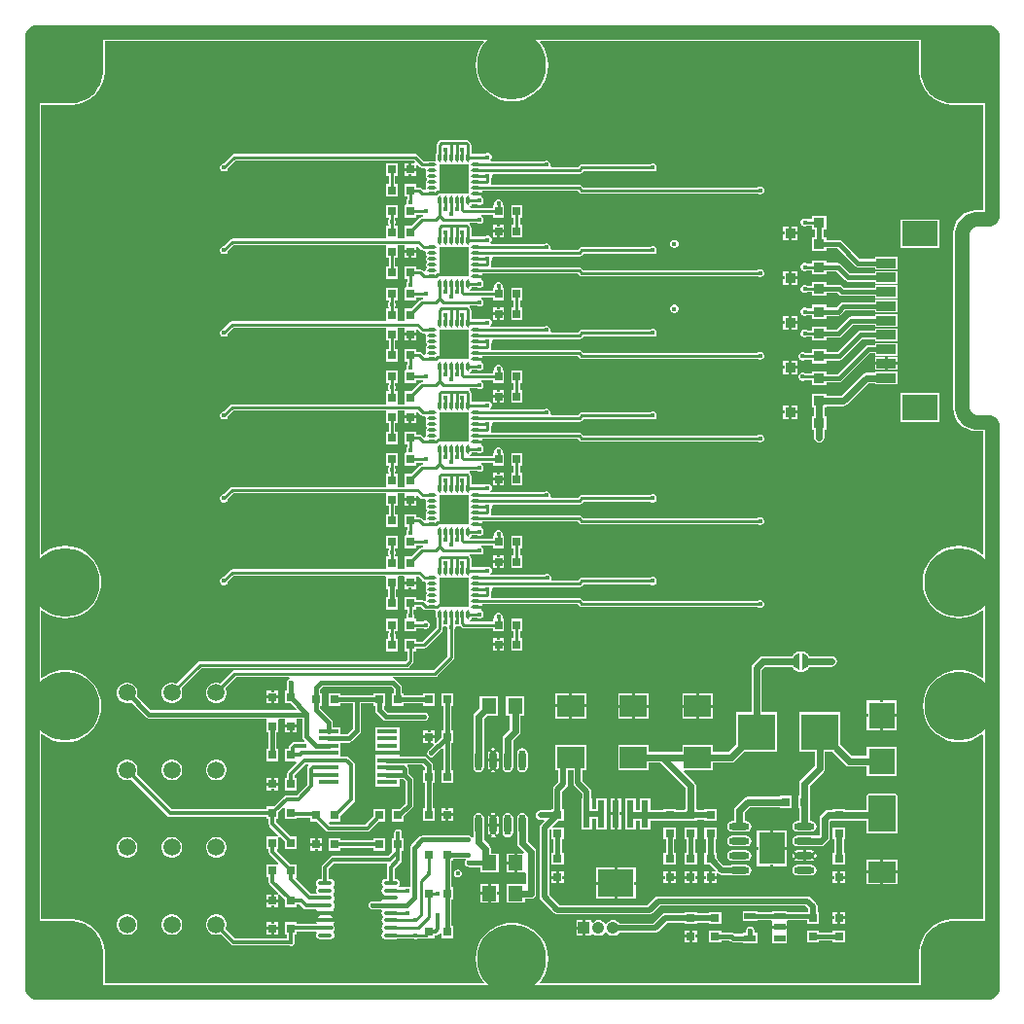
<source format=gbr>
G04*
G04 #@! TF.GenerationSoftware,Altium Limited,Altium Designer,24.1.2 (44)*
G04*
G04 Layer_Physical_Order=1*
G04 Layer_Color=255*
%FSLAX44Y44*%
%MOMM*%
G71*
G04*
G04 #@! TF.SameCoordinates,3BC2EB0B-6767-42E0-924D-B7E7D9DA3A94*
G04*
G04*
G04 #@! TF.FilePolarity,Positive*
G04*
G01*
G75*
%ADD14C,0.6000*%
%ADD19C,0.2540*%
%ADD20R,2.5000X2.5000*%
%ADD21R,0.7000X0.8000*%
%ADD22R,1.2696X1.3462*%
%ADD23O,0.6000X1.8000*%
%ADD24R,0.8000X0.7000*%
%ADD25R,1.0000X0.6000*%
%ADD26R,2.3622X1.8796*%
%ADD27R,0.9500X0.9000*%
%ADD28R,2.3000X2.2860*%
%ADD29R,1.7018X0.8128*%
%ADD30R,3.0988X2.2098*%
G04:AMPARAMS|DCode=31|XSize=0.2746mm|YSize=0.8048mm|CornerRadius=0.1373mm|HoleSize=0mm|Usage=FLASHONLY|Rotation=90.000|XOffset=0mm|YOffset=0mm|HoleType=Round|Shape=RoundedRectangle|*
%AMROUNDEDRECTD31*
21,1,0.2746,0.5302,0,0,90.0*
21,1,0.0000,0.8048,0,0,90.0*
1,1,0.2746,0.2651,0.0000*
1,1,0.2746,0.2651,0.0000*
1,1,0.2746,-0.2651,0.0000*
1,1,0.2746,-0.2651,0.0000*
%
%ADD31ROUNDEDRECTD31*%
%ADD32R,3.3000X3.1500*%
%ADD33O,1.8000X0.6000*%
%ADD34R,2.3000X2.8000*%
%ADD35R,3.1725X2.3455*%
%ADD36R,0.6325X2.3455*%
%ADD37O,1.3000X0.3500*%
%ADD38R,1.8000X0.4000*%
G04:AMPARAMS|DCode=39|XSize=0.2746mm|YSize=0.8048mm|CornerRadius=0.1373mm|HoleSize=0mm|Usage=FLASHONLY|Rotation=180.000|XOffset=0mm|YOffset=0mm|HoleType=Round|Shape=RoundedRectangle|*
%AMROUNDEDRECTD39*
21,1,0.2746,0.5302,0,0,180.0*
21,1,0.0000,0.8048,0,0,180.0*
1,1,0.2746,0.0000,0.2651*
1,1,0.2746,0.0000,0.2651*
1,1,0.2746,0.0000,-0.2651*
1,1,0.2746,0.0000,-0.2651*
%
%ADD39ROUNDEDRECTD39*%
%ADD40C,1.2700*%
%ADD63C,0.3500*%
%ADD64C,1.5000*%
%ADD65C,0.5000*%
%ADD66C,0.4000*%
%ADD67C,0.8000*%
%ADD68C,6.0000*%
%ADD69R,1.0500X1.0500*%
%ADD70C,1.0500*%
%ADD71C,0.4000*%
%ADD72C,0.9000*%
G36*
X779376Y809293D02*
X779376Y809293D01*
X779376Y807438D01*
X779419Y807335D01*
X779390Y807226D01*
X779874Y803549D01*
X779930Y803452D01*
X779916Y803341D01*
X780876Y799759D01*
X780944Y799669D01*
Y799557D01*
X782363Y796131D01*
X782443Y796052D01*
X782457Y795940D01*
X784312Y792729D01*
X784400Y792660D01*
X784430Y792552D01*
X786687Y789610D01*
X786785Y789554D01*
X786827Y789450D01*
X789450Y786827D01*
X789554Y786785D01*
X789610Y786687D01*
X792552Y784430D01*
X792660Y784401D01*
X792729Y784312D01*
X795940Y782457D01*
X796052Y782443D01*
X796131Y782363D01*
X799557Y780944D01*
X799669D01*
X799759Y780876D01*
X803341Y779916D01*
X803452Y779930D01*
X803549Y779874D01*
X807226Y779390D01*
X807335Y779419D01*
X807438Y779376D01*
X809293Y779376D01*
X835232Y779376D01*
Y687825D01*
X828860D01*
X828860Y687853D01*
X824998Y687472D01*
X821285Y686346D01*
X817862Y684517D01*
X814863Y682055D01*
X812401Y679055D01*
X810572Y675633D01*
X809445Y671919D01*
X809065Y668057D01*
X809092D01*
Y515497D01*
X809065D01*
X809445Y511635D01*
X810572Y507922D01*
X812401Y504499D01*
X814863Y501500D01*
X817862Y499038D01*
X821285Y497209D01*
X824998Y496082D01*
X828860Y495702D01*
X828860Y495729D01*
X835232D01*
Y388808D01*
X834079Y388276D01*
X832572Y389563D01*
X828345Y392154D01*
X823764Y394051D01*
X818943Y395208D01*
X814000Y395597D01*
X809057Y395208D01*
X804236Y394051D01*
X799655Y392154D01*
X795427Y389563D01*
X791657Y386343D01*
X788437Y382573D01*
X785846Y378345D01*
X783949Y373764D01*
X782792Y368943D01*
X782403Y364000D01*
X782792Y359057D01*
X783949Y354236D01*
X785846Y349655D01*
X788437Y345428D01*
X791657Y341657D01*
X795427Y338437D01*
X799655Y335846D01*
X804236Y333949D01*
X809057Y332792D01*
X814000Y332403D01*
X818943Y332792D01*
X823764Y333949D01*
X828345Y335846D01*
X832572Y338437D01*
X834079Y339724D01*
X835232Y339192D01*
Y281215D01*
X834079Y280683D01*
X833049Y281563D01*
X828822Y284153D01*
X824241Y286051D01*
X819420Y287208D01*
X814477Y287597D01*
X809534Y287208D01*
X804713Y286051D01*
X800132Y284153D01*
X795904Y281563D01*
X792134Y278343D01*
X788914Y274573D01*
X786323Y270345D01*
X784426Y265764D01*
X783269Y260943D01*
X782879Y256000D01*
X783269Y251057D01*
X784426Y246236D01*
X786323Y241655D01*
X788914Y237428D01*
X792134Y233657D01*
X795904Y230437D01*
X800132Y227847D01*
X804713Y225949D01*
X809534Y224792D01*
X814477Y224403D01*
X819420Y224792D01*
X824241Y225949D01*
X828822Y227847D01*
X833049Y230437D01*
X834079Y231317D01*
X835232Y230785D01*
Y70624D01*
X809293Y70624D01*
X807438Y70624D01*
X807335Y70581D01*
X807226Y70610D01*
X803549Y70126D01*
X803452Y70069D01*
X803341Y70084D01*
X799759Y69124D01*
X799669Y69056D01*
X799557D01*
X796131Y67637D01*
X796052Y67557D01*
X795940Y67543D01*
X792729Y65688D01*
X792660Y65599D01*
X792552Y65570D01*
X789610Y63313D01*
X789554Y63215D01*
X789450Y63173D01*
X786827Y60550D01*
X786785Y60447D01*
X786687Y60390D01*
X784430Y57448D01*
X784400Y57340D01*
X784312Y57271D01*
X782457Y54060D01*
X782443Y53948D01*
X782363Y53869D01*
X780944Y50443D01*
Y50331D01*
X780876Y50241D01*
X779916Y46659D01*
X779930Y46548D01*
X779874Y46451D01*
X779390Y42774D01*
X779419Y42665D01*
X779376Y42562D01*
X779376Y40707D01*
X779376Y40707D01*
Y14768D01*
X449808D01*
X449276Y15921D01*
X450563Y17428D01*
X453153Y21655D01*
X455051Y26236D01*
X456208Y31057D01*
X456597Y36000D01*
X456208Y40943D01*
X455051Y45764D01*
X453153Y50345D01*
X450563Y54573D01*
X447343Y58343D01*
X443573Y61563D01*
X439345Y64153D01*
X434764Y66051D01*
X429943Y67208D01*
X425000Y67597D01*
X420057Y67208D01*
X415236Y66051D01*
X410655Y64153D01*
X406427Y61563D01*
X402657Y58343D01*
X399437Y54573D01*
X396847Y50345D01*
X394949Y45764D01*
X393792Y40943D01*
X393403Y36000D01*
X393792Y31057D01*
X394949Y26236D01*
X396847Y21655D01*
X399437Y17428D01*
X400724Y15921D01*
X400192Y14768D01*
X70624D01*
Y40707D01*
X70624Y40708D01*
X70624Y42562D01*
X70581Y42665D01*
X70610Y42774D01*
X70126Y46451D01*
X70069Y46548D01*
X70084Y46659D01*
X69124Y50241D01*
X69056Y50331D01*
Y50443D01*
X67637Y53869D01*
X67557Y53948D01*
X67543Y54060D01*
X65688Y57271D01*
X65599Y57340D01*
X65570Y57448D01*
X63313Y60390D01*
X63215Y60447D01*
X63173Y60550D01*
X60550Y63173D01*
X60447Y63215D01*
X60390Y63313D01*
X57448Y65570D01*
X57340Y65599D01*
X57271Y65688D01*
X54060Y67543D01*
X53948Y67557D01*
X53869Y67637D01*
X50443Y69056D01*
X50331D01*
X50241Y69124D01*
X46659Y70084D01*
X46548Y70069D01*
X46451Y70126D01*
X42774Y70610D01*
X42665Y70581D01*
X42562Y70624D01*
X40707Y70624D01*
X14768Y70624D01*
Y231192D01*
X15921Y231724D01*
X17428Y230437D01*
X21655Y227847D01*
X26236Y225949D01*
X31057Y224792D01*
X36000Y224403D01*
X40943Y224792D01*
X45764Y225949D01*
X50345Y227847D01*
X54573Y230437D01*
X58343Y233657D01*
X61563Y237428D01*
X64153Y241655D01*
X66051Y246236D01*
X67208Y251057D01*
X67597Y256000D01*
X67208Y260943D01*
X66051Y265764D01*
X64153Y270345D01*
X61563Y274573D01*
X58343Y278343D01*
X54573Y281563D01*
X50345Y284153D01*
X45764Y286051D01*
X40943Y287208D01*
X36000Y287597D01*
X31057Y287208D01*
X26236Y286051D01*
X21655Y284153D01*
X17428Y281563D01*
X15921Y280276D01*
X14768Y280808D01*
Y339192D01*
X15921Y339724D01*
X17428Y338437D01*
X21655Y335846D01*
X26236Y333949D01*
X31057Y332792D01*
X36000Y332403D01*
X40943Y332792D01*
X45764Y333949D01*
X50345Y335846D01*
X54573Y338437D01*
X58343Y341657D01*
X61563Y345428D01*
X64153Y349655D01*
X66051Y354236D01*
X67208Y359057D01*
X67597Y364000D01*
X67208Y368943D01*
X66051Y373764D01*
X64153Y378345D01*
X61563Y382573D01*
X58343Y386343D01*
X54573Y389563D01*
X50345Y392154D01*
X45764Y394051D01*
X40943Y395208D01*
X36000Y395597D01*
X31057Y395208D01*
X26236Y394051D01*
X21655Y392154D01*
X17428Y389563D01*
X15921Y388276D01*
X14768Y388808D01*
Y779376D01*
X40707Y779376D01*
X42562Y779376D01*
X42665Y779419D01*
X42774Y779390D01*
X46451Y779874D01*
X46548Y779930D01*
X46659Y779916D01*
X50241Y780876D01*
X50331Y780944D01*
X50443D01*
X53869Y782363D01*
X53948Y782443D01*
X54060Y782457D01*
X57271Y784312D01*
X57340Y784401D01*
X57448Y784430D01*
X60390Y786687D01*
X60447Y786785D01*
X60550Y786827D01*
X63173Y789450D01*
X63215Y789554D01*
X63313Y789610D01*
X65570Y792552D01*
X65599Y792660D01*
X65688Y792729D01*
X67543Y795940D01*
X67557Y796052D01*
X67637Y796131D01*
X69056Y799557D01*
Y799669D01*
X69124Y799759D01*
X70084Y803341D01*
X70069Y803452D01*
X70126Y803549D01*
X70610Y807226D01*
X70581Y807335D01*
X70624Y807438D01*
X70624Y809292D01*
X70624Y809293D01*
Y835232D01*
X400192D01*
X400724Y834079D01*
X399437Y832572D01*
X396847Y828345D01*
X394949Y823764D01*
X393792Y818943D01*
X393403Y814000D01*
X393792Y809057D01*
X394949Y804236D01*
X396847Y799655D01*
X399437Y795427D01*
X402657Y791657D01*
X406427Y788437D01*
X410655Y785846D01*
X415236Y783949D01*
X420057Y782792D01*
X425000Y782403D01*
X429943Y782792D01*
X434764Y783949D01*
X439345Y785846D01*
X443573Y788437D01*
X447343Y791657D01*
X450563Y795427D01*
X453153Y799655D01*
X455051Y804236D01*
X456208Y809057D01*
X456597Y814000D01*
X456208Y818943D01*
X455051Y823764D01*
X453153Y828345D01*
X450563Y832572D01*
X449276Y834079D01*
X449808Y835232D01*
X779376D01*
Y809293D01*
D02*
G37*
G36*
X843526Y781000D02*
X809293Y781000D01*
X807438Y781000D01*
X803761Y781484D01*
X800179Y782444D01*
X796752Y783863D01*
X793540Y785718D01*
X790598Y787975D01*
X787975Y790598D01*
X785718Y793540D01*
X783863Y796752D01*
X782444Y800179D01*
X781484Y803761D01*
X781000Y807438D01*
X781000Y809293D01*
X781000D01*
Y843526D01*
X843526D01*
Y781000D01*
D02*
G37*
G36*
X69000Y809293D02*
X69000D01*
X69000Y807438D01*
X68516Y803761D01*
X67556Y800179D01*
X66137Y796752D01*
X64282Y793540D01*
X62024Y790598D01*
X59402Y787975D01*
X56460Y785718D01*
X53248Y783863D01*
X49821Y782444D01*
X46239Y781484D01*
X42562Y781000D01*
X40707Y781000D01*
X6474Y781000D01*
Y843526D01*
X69000D01*
Y809293D01*
D02*
G37*
G36*
X843526Y6474D02*
X781000D01*
Y40707D01*
X781000Y40707D01*
X781000Y40707D01*
X781000Y42562D01*
X781484Y46239D01*
X782444Y49821D01*
X783863Y53248D01*
X785718Y56460D01*
X787975Y59402D01*
X790598Y62024D01*
X793540Y64282D01*
X796752Y66137D01*
X800179Y67556D01*
X803761Y68516D01*
X807438Y69000D01*
X809293Y69000D01*
X843526Y69000D01*
Y6474D01*
D02*
G37*
G36*
X40707Y69000D02*
X42562Y69000D01*
X46239Y68516D01*
X49821Y67556D01*
X53248Y66137D01*
X56460Y64282D01*
X59402Y62024D01*
X62024Y59402D01*
X64282Y56460D01*
X66137Y53248D01*
X67556Y49821D01*
X68516Y46239D01*
X69000Y42562D01*
X69000Y40707D01*
X69000D01*
X69000Y40707D01*
Y6474D01*
X6474D01*
Y69000D01*
X40707Y69000D01*
D02*
G37*
%LPC*%
G36*
X385362Y748822D02*
X385362Y748822D01*
X363338D01*
X362257Y748607D01*
X361341Y747995D01*
X361341Y747995D01*
X359853Y746507D01*
X359241Y745591D01*
X359026Y744510D01*
X359026Y744510D01*
Y737203D01*
X358921Y736675D01*
Y731536D01*
X358720Y731172D01*
X358178Y730630D01*
X357814Y730429D01*
X352675D01*
X352147Y730324D01*
X348314D01*
X342617Y736021D01*
X341701Y736633D01*
X340620Y736848D01*
X340620Y736848D01*
X183288D01*
X183288Y736848D01*
X182207Y736633D01*
X181291Y736021D01*
X173770Y728500D01*
X173568D01*
X172281Y727967D01*
X171297Y726982D01*
X170764Y725696D01*
Y724304D01*
X171297Y723017D01*
X172281Y722033D01*
X173568Y721500D01*
X174960D01*
X176247Y722033D01*
X177231Y723017D01*
X177764Y724304D01*
Y724506D01*
X184458Y731200D01*
X339450D01*
X340797Y729853D01*
X340271Y728583D01*
X337729D01*
Y726896D01*
X335189D01*
Y728583D01*
X331459D01*
Y724353D01*
X333147D01*
Y721813D01*
X331459D01*
Y717583D01*
X335189D01*
Y719271D01*
X337729D01*
Y717583D01*
X341459D01*
Y721813D01*
X339771D01*
Y724353D01*
X341459D01*
Y727395D01*
X342729Y727921D01*
X345147Y725503D01*
X345147Y725503D01*
X346064Y724891D01*
X347144Y724676D01*
X349146D01*
X349498Y724224D01*
X349926Y723406D01*
X349746Y722500D01*
X349969Y721379D01*
X350294Y720892D01*
X350503Y720000D01*
X350294Y719108D01*
X349969Y718621D01*
X349746Y717500D01*
X349969Y716379D01*
X350604Y715429D01*
Y714571D01*
X349969Y713621D01*
X349746Y712500D01*
X349969Y711379D01*
X350294Y710892D01*
X350503Y710000D01*
X350294Y709108D01*
X349969Y708621D01*
X349746Y707500D01*
X349926Y706595D01*
X349207Y705558D01*
X347979Y705506D01*
X346538Y706947D01*
X345622Y707559D01*
X344541Y707774D01*
X344541Y707774D01*
X341457D01*
Y710450D01*
X331457D01*
Y699450D01*
X333633D01*
Y697123D01*
X333493Y696982D01*
X332960Y695696D01*
Y694304D01*
X333257Y693586D01*
X332534Y692316D01*
X331458D01*
Y681316D01*
X341458D01*
Y683990D01*
X347413D01*
X347889Y683544D01*
X347387Y682274D01*
X346724D01*
X346724Y682274D01*
X345643Y682059D01*
X344727Y681447D01*
X337464Y674184D01*
X331458D01*
Y663184D01*
X330197Y663162D01*
X326719D01*
X325458Y663184D01*
X325458Y664432D01*
Y674184D01*
X323283D01*
Y675626D01*
X323426Y675769D01*
X323959Y677055D01*
Y678448D01*
X323426Y679734D01*
X323283Y679877D01*
Y681316D01*
X325458D01*
Y692316D01*
X315458D01*
Y681316D01*
X317634D01*
Y679877D01*
X317491Y679734D01*
X316959Y678448D01*
Y677055D01*
X317491Y675769D01*
X317634Y675626D01*
Y674184D01*
X315458D01*
X315458Y663184D01*
X314197Y663162D01*
X181602D01*
X181602Y663162D01*
X180521Y662947D01*
X179605Y662335D01*
X173770Y656500D01*
X173568D01*
X172281Y655967D01*
X171297Y654983D01*
X170764Y653696D01*
Y652304D01*
X171297Y651017D01*
X172281Y650033D01*
X173568Y649500D01*
X174960D01*
X176247Y650033D01*
X177231Y651017D01*
X177764Y652304D01*
Y652506D01*
X182772Y657514D01*
X314349D01*
X315459Y657128D01*
X315459Y656244D01*
Y646128D01*
X317634D01*
Y639172D01*
X315457D01*
Y628172D01*
X325457D01*
Y639172D01*
X323282D01*
Y646128D01*
X325459D01*
X325459Y657128D01*
X326569Y657514D01*
X330349D01*
X331459Y657128D01*
X331459Y656244D01*
Y652898D01*
X333147D01*
Y650358D01*
X331459D01*
Y646128D01*
X335189D01*
Y647816D01*
X337729D01*
Y646128D01*
X341459D01*
Y650358D01*
X339771D01*
Y652898D01*
X341459D01*
Y656402D01*
X342729Y656928D01*
X346153Y653503D01*
X347070Y652891D01*
X348151Y652676D01*
X349146D01*
X349498Y652224D01*
X349926Y651406D01*
X349746Y650500D01*
X349969Y649379D01*
X350604Y648429D01*
Y647571D01*
X349969Y646621D01*
X349746Y645500D01*
X349969Y644379D01*
X350604Y643429D01*
Y642571D01*
X349969Y641621D01*
X349746Y640500D01*
X349969Y639379D01*
X350604Y638429D01*
Y637571D01*
X349969Y636621D01*
X349746Y635500D01*
X348718Y634290D01*
X348419Y634253D01*
X347003Y635669D01*
X346086Y636281D01*
X345006Y636496D01*
X345005Y636496D01*
X341457D01*
Y639172D01*
X331457D01*
Y628172D01*
X333633D01*
Y625123D01*
X333493Y624982D01*
X332960Y623696D01*
Y622304D01*
X333257Y621586D01*
X332534Y620316D01*
X331458D01*
Y609316D01*
X341458D01*
Y611990D01*
X347413D01*
X347889Y611544D01*
X347387Y610274D01*
X346724D01*
X346724Y610274D01*
X345643Y610059D01*
X344727Y609447D01*
X337464Y602184D01*
X331458D01*
Y591184D01*
X330269Y590988D01*
X326647D01*
X325458Y591184D01*
X325458Y592258D01*
Y602184D01*
X323282D01*
Y603625D01*
X323425Y603767D01*
X323958Y605054D01*
Y606446D01*
X323425Y607733D01*
X323282Y607876D01*
Y609316D01*
X325458D01*
Y620316D01*
X315458D01*
Y609316D01*
X317634D01*
Y607876D01*
X317491Y607733D01*
X316958Y606446D01*
Y605054D01*
X317491Y603767D01*
X317634Y603625D01*
Y602184D01*
X315458D01*
X315458Y591184D01*
X314269Y590988D01*
X181428D01*
X180347Y590773D01*
X179431Y590161D01*
X173770Y584500D01*
X173568D01*
X172281Y583967D01*
X171297Y582982D01*
X170764Y581696D01*
Y580304D01*
X171297Y579017D01*
X172281Y578033D01*
X173568Y577500D01*
X174960D01*
X176247Y578033D01*
X177231Y579017D01*
X177764Y580304D01*
Y580506D01*
X182598Y585339D01*
X314277D01*
X315459Y585128D01*
X315459Y584069D01*
Y574128D01*
X317634D01*
Y567172D01*
X315457D01*
Y556172D01*
X325457D01*
Y567172D01*
X323282D01*
Y574128D01*
X325459D01*
X325459Y585128D01*
X326641Y585339D01*
X330276D01*
X331459Y585128D01*
X331459Y584069D01*
Y580898D01*
X333147D01*
Y578358D01*
X331459D01*
Y574128D01*
X335189D01*
Y575816D01*
X337729D01*
Y574128D01*
X341459D01*
Y578358D01*
X339771D01*
Y580898D01*
X341459D01*
Y583727D01*
X342729Y584253D01*
X345479Y581503D01*
X345479Y581503D01*
X346395Y580891D01*
X347476Y580676D01*
X349146D01*
X349498Y580224D01*
X349926Y579406D01*
X349746Y578500D01*
X349969Y577379D01*
X350294Y576892D01*
X350503Y576000D01*
X350294Y575108D01*
X349969Y574621D01*
X349746Y573500D01*
X349969Y572379D01*
X350604Y571429D01*
Y570571D01*
X349969Y569621D01*
X349746Y568500D01*
X349969Y567379D01*
X350294Y566892D01*
X350503Y566000D01*
X350294Y565108D01*
X349969Y564621D01*
X349746Y563500D01*
X349926Y562594D01*
X349725Y562209D01*
X348688Y561922D01*
X348122Y562023D01*
X346476Y563669D01*
X345560Y564281D01*
X344479Y564496D01*
X344479Y564496D01*
X341457D01*
Y567172D01*
X331457D01*
Y556172D01*
X333633D01*
Y553123D01*
X333493Y552982D01*
X332960Y551696D01*
Y550304D01*
X333257Y549586D01*
X332535Y548316D01*
X331458D01*
Y537316D01*
X341458D01*
Y539990D01*
X347413D01*
X347889Y539544D01*
X347387Y538274D01*
X346724D01*
X346724Y538274D01*
X345643Y538059D01*
X344727Y537447D01*
X337464Y530184D01*
X331458D01*
Y519184D01*
X330280Y518962D01*
X326636D01*
X325458Y519184D01*
X325458Y520233D01*
Y530184D01*
X323282D01*
Y531624D01*
X323425Y531767D01*
X323958Y533054D01*
Y534446D01*
X323425Y535733D01*
X323282Y535876D01*
Y537316D01*
X325458D01*
Y548316D01*
X315458D01*
Y537316D01*
X317634D01*
Y535876D01*
X317491Y535733D01*
X316958Y534446D01*
Y533054D01*
X317491Y531767D01*
X317634Y531624D01*
Y530184D01*
X315458D01*
X315458Y519184D01*
X314280Y518962D01*
X181402D01*
X181402Y518963D01*
X180322Y518747D01*
X179405Y518135D01*
X179405Y518135D01*
X173770Y512500D01*
X173568D01*
X172281Y511967D01*
X171297Y510983D01*
X170764Y509696D01*
Y508304D01*
X171297Y507017D01*
X172281Y506033D01*
X173568Y505500D01*
X174960D01*
X176247Y506033D01*
X177231Y507017D01*
X177764Y508304D01*
Y508506D01*
X182572Y513314D01*
X314266D01*
X315459Y513128D01*
X315459Y512044D01*
Y502128D01*
X317634D01*
Y495172D01*
X315457D01*
Y484172D01*
X325457D01*
Y495172D01*
X323282D01*
Y502128D01*
X325459D01*
X325459Y513128D01*
X326652Y513314D01*
X330266D01*
X331459Y513128D01*
X331459Y512044D01*
Y508898D01*
X333147D01*
Y506358D01*
X331459D01*
Y502128D01*
X335189D01*
Y503816D01*
X337729D01*
Y502128D01*
X341459D01*
Y506358D01*
X339771D01*
Y508898D01*
X341459D01*
Y512085D01*
X342729Y512611D01*
X345837Y509503D01*
X346754Y508891D01*
X347834Y508676D01*
X347835Y508676D01*
X349146D01*
X349498Y508224D01*
X349926Y507406D01*
X349746Y506500D01*
X349969Y505379D01*
X350294Y504892D01*
X350503Y504000D01*
X350294Y503108D01*
X349969Y502621D01*
X349746Y501500D01*
X349969Y500379D01*
X350604Y499429D01*
Y498571D01*
X349969Y497621D01*
X349746Y496500D01*
X349969Y495379D01*
X350294Y494892D01*
X350503Y494000D01*
X350294Y493108D01*
X349969Y492621D01*
X349746Y491500D01*
X349926Y490594D01*
X349765Y490285D01*
X348615Y489992D01*
X348146Y490107D01*
X346585Y491669D01*
X345668Y492281D01*
X344588Y492496D01*
X344588Y492496D01*
X341457D01*
Y495172D01*
X331457D01*
Y484172D01*
X333633D01*
Y481123D01*
X333493Y480983D01*
X332960Y479696D01*
Y478304D01*
X333257Y477586D01*
X332535Y476316D01*
X331458D01*
Y465316D01*
X341458D01*
Y467990D01*
X347413D01*
X347889Y467544D01*
X347387Y466274D01*
X346724D01*
X346724Y466274D01*
X345643Y466059D01*
X344727Y465447D01*
X337464Y458184D01*
X331458D01*
Y447184D01*
X330284Y446952D01*
X326632D01*
X325458Y447184D01*
X325458Y448222D01*
Y458184D01*
X323282D01*
Y459624D01*
X323425Y459767D01*
X323958Y461054D01*
Y462446D01*
X323425Y463733D01*
X323282Y463876D01*
Y465316D01*
X325458D01*
Y476316D01*
X315458D01*
Y465316D01*
X317634D01*
Y463876D01*
X317491Y463733D01*
X316958Y462446D01*
Y461054D01*
X317491Y459767D01*
X317634Y459624D01*
Y458184D01*
X315458D01*
X315458Y447184D01*
X314284Y446952D01*
X181392D01*
X181391Y446952D01*
X180310Y446737D01*
X179394Y446124D01*
X173770Y440500D01*
X173568D01*
X172281Y439967D01*
X171297Y438983D01*
X170764Y437696D01*
Y436304D01*
X171297Y435017D01*
X172281Y434033D01*
X173568Y433500D01*
X174960D01*
X176247Y434033D01*
X177231Y435017D01*
X177764Y436304D01*
Y436506D01*
X182561Y441303D01*
X314261D01*
X315459Y441128D01*
X315459Y440033D01*
Y430128D01*
X317634D01*
Y423172D01*
X315457D01*
Y412172D01*
X325457D01*
Y423172D01*
X323282D01*
Y430128D01*
X325459D01*
X325459Y441128D01*
X326656Y441303D01*
X330261D01*
X331459Y441128D01*
X331459Y440033D01*
Y436898D01*
X333147D01*
Y434358D01*
X331459D01*
Y430128D01*
X335189D01*
Y431816D01*
X337729D01*
Y430128D01*
X341459D01*
Y434358D01*
X339771D01*
Y436898D01*
X341459D01*
Y439470D01*
X342729Y439996D01*
X345222Y437503D01*
X345222Y437503D01*
X346138Y436891D01*
X347219Y436676D01*
X349146D01*
X349498Y436224D01*
X349926Y435406D01*
X349746Y434500D01*
X349969Y433379D01*
X350294Y432892D01*
X350503Y432000D01*
X350294Y431108D01*
X349969Y430621D01*
X349746Y429500D01*
X349969Y428379D01*
X350604Y427429D01*
Y426571D01*
X349969Y425621D01*
X349746Y424500D01*
X349969Y423379D01*
X350294Y422892D01*
X350503Y422000D01*
X350294Y421108D01*
X349969Y420621D01*
X349746Y419500D01*
X349869Y418882D01*
X349079Y417750D01*
X348033Y417700D01*
X346063Y419669D01*
X345147Y420281D01*
X344066Y420496D01*
X344066Y420496D01*
X341457D01*
Y423172D01*
X331457D01*
Y412172D01*
X333633D01*
Y409123D01*
X333493Y408983D01*
X332960Y407696D01*
Y406304D01*
X333257Y405586D01*
X332535Y404316D01*
X331458D01*
Y393316D01*
X341458D01*
Y395990D01*
X347413D01*
X347889Y395544D01*
X347387Y394274D01*
X346724D01*
X346724Y394274D01*
X345643Y394059D01*
X344727Y393447D01*
X337464Y386184D01*
X331458D01*
Y375184D01*
X330206Y375140D01*
X326710D01*
X325458Y375184D01*
X325458Y376410D01*
Y386184D01*
X323282D01*
Y387625D01*
X323425Y387767D01*
X323958Y389054D01*
Y390446D01*
X323425Y391733D01*
X323282Y391875D01*
Y393316D01*
X325458D01*
Y404316D01*
X315458D01*
Y393316D01*
X317634D01*
Y391875D01*
X317491Y391733D01*
X316958Y390446D01*
Y389054D01*
X317491Y387767D01*
X317634Y387625D01*
Y386184D01*
X315458D01*
X315458Y375184D01*
X314206Y375140D01*
X181580D01*
X180499Y374925D01*
X179583Y374313D01*
X179583Y374313D01*
X173770Y368500D01*
X173568D01*
X172281Y367967D01*
X171297Y366982D01*
X170764Y365696D01*
Y364304D01*
X171297Y363017D01*
X172281Y362033D01*
X173568Y361500D01*
X174960D01*
X176247Y362033D01*
X177231Y363017D01*
X177764Y364304D01*
Y364506D01*
X182750Y369492D01*
X314340D01*
X315459Y369127D01*
X315459Y368222D01*
Y358128D01*
X316890D01*
Y351171D01*
X315457D01*
Y340171D01*
X325457D01*
Y351171D01*
X324027D01*
Y358128D01*
X325459D01*
X325459Y369127D01*
X326578Y369492D01*
X330340D01*
X331459Y369127D01*
X331459Y368222D01*
Y364897D01*
X333147D01*
Y362357D01*
X331459D01*
Y358128D01*
X335189D01*
Y359815D01*
X337729D01*
Y358128D01*
X341459D01*
Y362357D01*
X339771D01*
Y364897D01*
X341459D01*
X341459Y369127D01*
X342578Y369492D01*
X343061D01*
X347050Y365503D01*
X347050Y365503D01*
X347966Y364891D01*
X349047Y364676D01*
X349047Y364676D01*
X349146D01*
X349498Y364224D01*
X349926Y363406D01*
X349746Y362500D01*
X349969Y361379D01*
X350294Y360892D01*
X350503Y360000D01*
X350294Y359108D01*
X349969Y358621D01*
X349746Y357500D01*
X349969Y356379D01*
X350604Y355429D01*
Y354571D01*
X349969Y353621D01*
X349746Y352500D01*
X349969Y351379D01*
X350294Y350892D01*
X350503Y350000D01*
X350294Y349108D01*
X349969Y348621D01*
X349902Y348284D01*
X349282Y347961D01*
X348512Y347808D01*
X347805Y348281D01*
X346724Y348496D01*
X346724Y348496D01*
X341457D01*
Y351171D01*
X331457D01*
Y340171D01*
X333633D01*
Y337123D01*
X333493Y336983D01*
X332960Y335696D01*
Y334304D01*
X333258Y333584D01*
X332536Y332314D01*
X331460D01*
Y321314D01*
X341460D01*
Y323990D01*
X347653D01*
X347795Y323847D01*
X349082Y323314D01*
X350474D01*
X351761Y323847D01*
X352745Y324832D01*
X353278Y326118D01*
Y327510D01*
X352745Y328797D01*
X351761Y329781D01*
X350474Y330314D01*
X349082D01*
X347795Y329781D01*
X347653Y329639D01*
X341460D01*
Y332314D01*
X340383D01*
X339662Y333584D01*
X339960Y334304D01*
Y335696D01*
X339427Y336983D01*
X339282Y337128D01*
Y340171D01*
X341457D01*
Y342847D01*
X345554D01*
X347859Y340542D01*
X347859Y340542D01*
X348776Y339930D01*
X349856Y339715D01*
X349857Y339715D01*
X351949D01*
X352675Y339571D01*
X357814D01*
X358178Y339370D01*
X358720Y338828D01*
X358921Y338464D01*
Y333325D01*
X359026Y332797D01*
Y323986D01*
X347048Y312008D01*
X341458D01*
Y314684D01*
X331458D01*
Y303684D01*
X333634D01*
Y296168D01*
X332390Y294924D01*
X153293D01*
X152212Y294709D01*
X151296Y294097D01*
X151296Y294097D01*
X132876Y275677D01*
X132294Y276013D01*
X130005Y276627D01*
X127635D01*
X125346Y276013D01*
X123294Y274828D01*
X121618Y273153D01*
X120433Y271101D01*
X119820Y268812D01*
Y266442D01*
X120433Y264153D01*
X121618Y262101D01*
X123294Y260425D01*
X125346Y259240D01*
X127635Y258627D01*
X130005D01*
X132294Y259240D01*
X134346Y260425D01*
X136022Y262101D01*
X137207Y264153D01*
X137820Y266442D01*
Y268812D01*
X137207Y271101D01*
X136870Y271683D01*
X154463Y289276D01*
X333560D01*
X333560Y289276D01*
X334641Y289491D01*
X335557Y290103D01*
X338455Y293001D01*
X338455Y293001D01*
X339067Y293918D01*
X339282Y294998D01*
Y303684D01*
X341458D01*
Y306360D01*
X348218D01*
X348218Y306360D01*
X349299Y306575D01*
X350215Y307187D01*
X363847Y320819D01*
X364459Y321735D01*
X364674Y322816D01*
Y324548D01*
X365944Y325397D01*
X366154Y325310D01*
X367546D01*
X368350Y324268D01*
Y324114D01*
X368883Y322827D01*
X369026Y322685D01*
Y299532D01*
X356798Y287304D01*
X183725D01*
X182644Y287089D01*
X181728Y286477D01*
X171209Y275958D01*
X171114Y276013D01*
X168825Y276627D01*
X166455D01*
X164166Y276013D01*
X162114Y274828D01*
X160438Y273153D01*
X159253Y271101D01*
X158640Y268812D01*
Y266442D01*
X159253Y264153D01*
X160438Y262101D01*
X162114Y260425D01*
X164166Y259240D01*
X166455Y258627D01*
X168825D01*
X171114Y259240D01*
X173166Y260425D01*
X174842Y262101D01*
X176027Y264153D01*
X176640Y266442D01*
Y268812D01*
X176027Y271101D01*
X175409Y272170D01*
X184895Y281656D01*
X230941D01*
X231631Y280820D01*
X231568Y280453D01*
X231453Y280210D01*
X231184Y280157D01*
X230892Y279962D01*
X230567Y279827D01*
X230319Y279579D01*
X230027Y279383D01*
X230025Y279382D01*
X229830Y279090D01*
X229583Y278843D01*
X229449Y278520D01*
X229251Y278224D01*
X229182Y277875D01*
X229050Y277556D01*
Y277211D01*
X228980Y276858D01*
Y269417D01*
X227548D01*
Y258417D01*
X232502D01*
X237257Y253662D01*
X236770Y252489D01*
X110185D01*
X98415Y264258D01*
X99000Y266442D01*
Y268811D01*
X98387Y271101D01*
X97202Y273153D01*
X95526Y274828D01*
X93474Y276013D01*
X91185Y276627D01*
X88815D01*
X86526Y276013D01*
X84474Y274828D01*
X82798Y273153D01*
X81613Y271101D01*
X81000Y268811D01*
Y266442D01*
X81613Y264153D01*
X82798Y262101D01*
X84474Y260425D01*
X86526Y259240D01*
X88815Y258627D01*
X91185D01*
X93368Y259212D01*
X106183Y246397D01*
X107341Y245623D01*
X108707Y245351D01*
X211240D01*
X211550Y244210D01*
X211550Y244081D01*
Y233210D01*
X212981D01*
Y219003D01*
X211548D01*
Y208003D01*
X221548D01*
Y219003D01*
X220119D01*
Y233210D01*
X221550D01*
Y244081D01*
X221550Y244210D01*
X221860Y245351D01*
X227240D01*
X227550Y244210D01*
X227550Y244081D01*
Y239980D01*
X229238D01*
Y237440D01*
X227550D01*
Y233210D01*
X231280D01*
Y234897D01*
X233820D01*
Y233210D01*
X237550D01*
Y237440D01*
X235862D01*
Y239980D01*
X237550D01*
Y244081D01*
X237550Y244210D01*
X237860Y245351D01*
X242621D01*
Y229463D01*
X242893Y228098D01*
X243667Y226940D01*
X244360Y226247D01*
X243888Y224977D01*
X243438Y224790D01*
X235637D01*
X234369Y224538D01*
X233294Y223820D01*
X231807Y222332D01*
X231088Y221257D01*
X230836Y219989D01*
Y219003D01*
X227548D01*
Y208003D01*
X236573D01*
X236837Y208003D01*
X237004Y207600D01*
X237363Y206733D01*
X230205Y199575D01*
X229487Y198500D01*
X229235Y197232D01*
Y193795D01*
X227548D01*
Y182795D01*
X237548D01*
Y193795D01*
X235862D01*
Y195859D01*
X245466Y205463D01*
X247488D01*
X247824Y204853D01*
X248001Y204193D01*
X247051Y202772D01*
X246681Y200913D01*
X246711D01*
Y187878D01*
X237406Y178574D01*
X228720D01*
X227452Y178321D01*
X226377Y177603D01*
X217689Y168915D01*
X217510Y168880D01*
X217074Y168588D01*
X211548D01*
Y166402D01*
X128657D01*
X98304Y196756D01*
X98387Y196899D01*
X99000Y199188D01*
Y201558D01*
X98387Y203847D01*
X97202Y205899D01*
X95526Y207575D01*
X93474Y208760D01*
X91185Y209373D01*
X88815D01*
X86526Y208760D01*
X84474Y207575D01*
X82798Y205899D01*
X81613Y203847D01*
X81000Y201558D01*
Y199188D01*
X81613Y196899D01*
X82798Y194847D01*
X84474Y193171D01*
X86526Y191987D01*
X88815Y191373D01*
X91185D01*
X93474Y191987D01*
X93617Y192069D01*
X124942Y160745D01*
X126017Y160027D01*
X127285Y159775D01*
X211548D01*
Y157588D01*
X213235D01*
Y153481D01*
X213487Y152213D01*
X214205Y151138D01*
X221623Y143720D01*
X221066Y142481D01*
X220478Y142481D01*
X211548D01*
Y131481D01*
X213235D01*
Y129176D01*
X213487Y127908D01*
X214205Y126833D01*
X221625Y119413D01*
X221068Y118174D01*
X220480Y118174D01*
X211550D01*
Y107174D01*
X213236D01*
Y103066D01*
X213489Y101798D01*
X214207Y100723D01*
X221624Y93306D01*
X221067Y92067D01*
X220479Y92067D01*
X217819D01*
Y90380D01*
X215279D01*
Y92067D01*
X211549D01*
Y87837D01*
X213237D01*
Y85297D01*
X211549D01*
Y81067D01*
X215279D01*
Y82755D01*
X217819D01*
Y81067D01*
X221549D01*
Y85297D01*
X219862D01*
Y87837D01*
X221549D01*
Y90910D01*
X221549Y91585D01*
X222788Y92142D01*
X227549Y87381D01*
Y81067D01*
X237549D01*
Y83253D01*
X240160D01*
X243247Y80167D01*
X244322Y79449D01*
X245590Y79196D01*
X254483D01*
X255048Y77926D01*
X254615Y77278D01*
X254363Y76010D01*
X254615Y74744D01*
X256059Y76189D01*
X257855Y74393D01*
X256222Y72760D01*
X257855Y71127D01*
X256059Y69331D01*
X254615Y70776D01*
X254363Y69510D01*
X254615Y68242D01*
X255171Y67410D01*
X254886Y66533D01*
X254608Y66140D01*
X237548D01*
Y67760D01*
X227548D01*
Y56760D01*
X229235D01*
Y54114D01*
X184079D01*
X175944Y62249D01*
X176027Y62392D01*
X176640Y64681D01*
Y67051D01*
X176027Y69340D01*
X174842Y71392D01*
X173166Y73068D01*
X171114Y74253D01*
X168825Y74866D01*
X166455D01*
X164166Y74253D01*
X162114Y73068D01*
X160438Y71392D01*
X159253Y69340D01*
X158640Y67051D01*
Y64681D01*
X159253Y62392D01*
X160438Y60340D01*
X162114Y58664D01*
X164166Y57480D01*
X166455Y56866D01*
X168825D01*
X171114Y57480D01*
X171257Y57562D01*
X180363Y48457D01*
X181438Y47739D01*
X182706Y47486D01*
X231402D01*
X231852Y47300D01*
X233245D01*
X234531Y47833D01*
X235515Y48817D01*
X236048Y50104D01*
Y51496D01*
X235862Y51946D01*
Y56760D01*
X237548D01*
Y59513D01*
X254247D01*
X254925Y58243D01*
X254615Y57778D01*
X254363Y56510D01*
X254615Y55242D01*
X255333Y54167D01*
X256408Y53449D01*
X257676Y53196D01*
X267176D01*
X268444Y53449D01*
X269520Y54167D01*
X270238Y55242D01*
X270490Y56510D01*
X270238Y57778D01*
X269520Y58853D01*
X269664Y60284D01*
X269963Y60483D01*
X270681Y61558D01*
X270933Y62826D01*
X270681Y64095D01*
X269963Y65170D01*
X269389Y65553D01*
X269282Y66966D01*
X269300Y67015D01*
X269305Y67024D01*
X269520Y67167D01*
X270238Y68242D01*
X270490Y69510D01*
X270238Y70776D01*
X268794Y69331D01*
X266998Y71127D01*
X268630Y72760D01*
X266998Y74393D01*
X268794Y76189D01*
X270238Y74744D01*
X270490Y76010D01*
X270238Y77278D01*
X269520Y78353D01*
X269305Y78496D01*
Y80024D01*
X269520Y80167D01*
X270238Y81242D01*
X270490Y82510D01*
X270238Y83778D01*
X269520Y84853D01*
X269305Y84996D01*
Y86524D01*
X269520Y86667D01*
X270238Y87742D01*
X270490Y89010D01*
X270238Y90278D01*
X269520Y91353D01*
X269305Y91496D01*
Y93024D01*
X269520Y93167D01*
X270238Y94242D01*
X270490Y95510D01*
X270238Y96778D01*
X269520Y97853D01*
X269305Y97996D01*
Y99524D01*
X269520Y99667D01*
X270238Y100742D01*
X270490Y102010D01*
X270238Y103278D01*
X269520Y104353D01*
X268444Y105071D01*
X267176Y105324D01*
X265740D01*
Y114367D01*
X270122Y118749D01*
X315975D01*
X316653Y117479D01*
X316365Y117047D01*
X316113Y115779D01*
Y105324D01*
X314676D01*
X313408Y105071D01*
X312333Y104353D01*
X311615Y103278D01*
X311363Y102010D01*
X311615Y100742D01*
X312333Y99667D01*
X312548Y99524D01*
Y97996D01*
X312333Y97853D01*
X311615Y96778D01*
X311363Y95510D01*
X311615Y94242D01*
X312333Y93167D01*
X312548Y93024D01*
Y92935D01*
X314855Y90627D01*
X313059Y88831D01*
X311614Y90276D01*
X311363Y89010D01*
X311615Y87742D01*
X311878Y87349D01*
X311199Y86079D01*
X303741D01*
X303396Y86010D01*
X303045D01*
X302720Y85876D01*
X302375Y85807D01*
X302083Y85612D01*
X301758Y85477D01*
X301510Y85229D01*
X301217Y85033D01*
X301022Y84741D01*
X300774Y84493D01*
X300639Y84168D01*
X300444Y83876D01*
X300375Y83531D01*
X300241Y83206D01*
Y82855D01*
X300172Y82510D01*
X300241Y82165D01*
Y81814D01*
X300375Y81489D01*
X300444Y81144D01*
X300639Y80852D01*
X300774Y80527D01*
X301022Y80279D01*
X301217Y79987D01*
X301510Y79791D01*
X301758Y79543D01*
X302083Y79408D01*
X302375Y79213D01*
X302720Y79145D01*
X303045Y79010D01*
X303396D01*
X303741Y78941D01*
X311199D01*
X311878Y77671D01*
X311615Y77278D01*
X311363Y76010D01*
X311615Y74742D01*
X312333Y73667D01*
X312548Y73524D01*
Y71996D01*
X312333Y71853D01*
X311615Y70778D01*
X311363Y69510D01*
X311615Y68242D01*
X312333Y67167D01*
X312548Y67024D01*
Y65496D01*
X312333Y65353D01*
X311615Y64278D01*
X311363Y63010D01*
X311615Y61742D01*
X312333Y60667D01*
X312548Y60524D01*
Y58996D01*
X312333Y58853D01*
X311615Y57778D01*
X311363Y56510D01*
X311615Y55242D01*
X312333Y54167D01*
X313408Y53449D01*
X314676Y53196D01*
X324176D01*
X325444Y53449D01*
X325799Y53686D01*
X339028D01*
X339171Y53543D01*
X340457Y53010D01*
X341849D01*
X343136Y53543D01*
X343279Y53686D01*
X349686D01*
X349686Y53686D01*
X350562Y53860D01*
X357680D01*
Y56409D01*
X358502D01*
X359770Y56661D01*
X360845Y57379D01*
X362410Y58944D01*
X363680Y58418D01*
Y53860D01*
X373680D01*
Y64860D01*
X372249D01*
Y87620D01*
X373680D01*
Y98619D01*
X372249D01*
Y121379D01*
X373680D01*
Y123310D01*
X384506D01*
X384556Y123242D01*
X384904Y122267D01*
X384947Y122040D01*
X384776Y121785D01*
X384528Y121537D01*
X384393Y121212D01*
X384198Y120920D01*
X384129Y120575D01*
X383995Y120250D01*
Y119899D01*
X383927Y119554D01*
X383995Y119209D01*
Y118858D01*
X384129Y118533D01*
X384198Y118188D01*
X384393Y117896D01*
X384528Y117571D01*
X384776Y117323D01*
X384972Y117031D01*
X385264Y116835D01*
X385512Y116587D01*
X385837Y116452D01*
X386129Y116257D01*
X386474Y116188D01*
X386799Y116054D01*
X387150D01*
X387495Y115985D01*
X397504D01*
Y111323D01*
X413200D01*
Y127785D01*
X406592D01*
Y131902D01*
X406243Y133657D01*
X405248Y135146D01*
X400560Y139834D01*
Y152422D01*
Y158422D01*
X400211Y160177D01*
X399216Y161666D01*
X397728Y162661D01*
X395972Y163010D01*
X394216Y162661D01*
X392728Y161666D01*
X391733Y160177D01*
X391384Y158422D01*
Y152422D01*
Y141987D01*
X391182Y141851D01*
X391135Y141833D01*
X390304Y141762D01*
X389457Y142188D01*
X389407Y142263D01*
X389114Y142459D01*
X388866Y142707D01*
X388541Y142842D01*
X388249Y143037D01*
X387904Y143105D01*
X387579Y143240D01*
X387228D01*
X386883Y143309D01*
X347100D01*
X345734Y143037D01*
X344577Y142263D01*
X337712Y135399D01*
X336939Y134241D01*
X336667Y132876D01*
Y99525D01*
X335397Y98750D01*
X334769Y99010D01*
X333377D01*
X332091Y98477D01*
X331948Y98334D01*
X326811D01*
X326426Y99604D01*
X326520Y99667D01*
X327238Y100742D01*
X327490Y102010D01*
X327238Y103278D01*
X326520Y104353D01*
X325444Y105071D01*
X324176Y105324D01*
X322740D01*
Y114406D01*
X328053Y119719D01*
X328771Y120794D01*
X329024Y122063D01*
Y130381D01*
X330710D01*
Y141381D01*
X329024D01*
Y144174D01*
X329210Y144624D01*
Y146016D01*
X328677Y147303D01*
X327693Y148287D01*
X326406Y148820D01*
X325014D01*
X323727Y148287D01*
X322743Y147303D01*
X322210Y146016D01*
Y144624D01*
X322396Y144174D01*
Y141381D01*
X320710D01*
Y130381D01*
X320710D01*
X321159Y129298D01*
X317237Y125376D01*
X268750D01*
X267482Y125124D01*
X266407Y124406D01*
X260083Y118082D01*
X259365Y117007D01*
X259113Y115739D01*
Y105324D01*
X257676D01*
X256408Y105071D01*
X255333Y104353D01*
X254615Y103278D01*
X254363Y102010D01*
X254615Y100742D01*
X255333Y99667D01*
X255548Y99524D01*
Y97996D01*
X255333Y97853D01*
X254615Y96778D01*
X254363Y95510D01*
X254615Y94242D01*
X255048Y93594D01*
X254483Y92324D01*
X250271D01*
X236691Y105904D01*
X237217Y107174D01*
X237550D01*
Y118174D01*
X232236D01*
X220199Y130211D01*
X220676Y131481D01*
X221548D01*
Y141324D01*
X221548Y141999D01*
X222787Y142556D01*
X227548Y137795D01*
Y131481D01*
X237548D01*
Y142481D01*
X232235D01*
X219862Y154854D01*
Y157588D01*
X221548D01*
Y163426D01*
X221621Y163475D01*
X226278Y168132D01*
X227548Y167606D01*
Y157588D01*
X237548D01*
Y158766D01*
X249442D01*
Y155588D01*
X254755D01*
X262827Y147517D01*
X263902Y146799D01*
X265170Y146546D01*
X298982D01*
X300250Y146799D01*
X301325Y147517D01*
X309397Y155588D01*
X314711D01*
Y166588D01*
X304711D01*
Y160275D01*
X297610Y153174D01*
X266542D01*
X265367Y154349D01*
X265924Y155588D01*
X266512Y155588D01*
X275442D01*
Y160527D01*
X275515Y160575D01*
X287226Y172287D01*
X287945Y173362D01*
X288197Y174630D01*
Y204941D01*
X287945Y206209D01*
X287226Y207284D01*
X283391Y211120D01*
X282316Y211838D01*
X281047Y212090D01*
X275899D01*
Y224258D01*
X282883D01*
X284249Y224530D01*
X285406Y225303D01*
X292600Y232497D01*
X293374Y233655D01*
X293645Y235020D01*
Y258348D01*
X304711D01*
Y256417D01*
X306142D01*
Y252420D01*
X306414Y251054D01*
X307187Y249897D01*
X312687Y244397D01*
X313845Y243623D01*
X315211Y243351D01*
X348783D01*
X349128Y243420D01*
X349479D01*
X349804Y243554D01*
X350149Y243623D01*
X350441Y243818D01*
X350766Y243953D01*
X351014Y244201D01*
X351307Y244397D01*
X351502Y244689D01*
X351750Y244937D01*
X351885Y245262D01*
X352080Y245554D01*
X352149Y245899D01*
X352283Y246224D01*
Y246575D01*
X352352Y246920D01*
X352283Y247265D01*
Y247616D01*
X352149Y247941D01*
X352080Y248286D01*
X351885Y248578D01*
X351750Y248903D01*
X351502Y249151D01*
X351307Y249443D01*
X351014Y249639D01*
X350766Y249887D01*
X350441Y250022D01*
X350149Y250217D01*
X349804Y250285D01*
X349479Y250420D01*
X349128D01*
X348783Y250489D01*
X316689D01*
X313279Y253898D01*
Y256417D01*
X314711D01*
Y267417D01*
X304711D01*
Y265485D01*
X275442D01*
Y267417D01*
X265442D01*
Y256417D01*
X275442D01*
Y258348D01*
X286508D01*
Y236498D01*
X281405Y231395D01*
X275899D01*
Y237677D01*
X268968D01*
Y242003D01*
X268696Y243369D01*
X267923Y244526D01*
X258011Y254438D01*
Y256417D01*
X259442D01*
Y267417D01*
X258011D01*
Y270842D01*
X260460Y273291D01*
X319833D01*
X322142Y270983D01*
Y267417D01*
X320711D01*
Y256417D01*
X330711D01*
Y258348D01*
X347680D01*
Y256417D01*
X357680D01*
Y267417D01*
X347680D01*
Y265485D01*
X330711D01*
Y267417D01*
X329279D01*
Y272461D01*
X329008Y273827D01*
X328234Y274984D01*
X323835Y279383D01*
X322677Y280157D01*
X321527Y280386D01*
X321652Y281656D01*
X357967D01*
X357968Y281656D01*
X359048Y281871D01*
X359965Y282483D01*
X373847Y296365D01*
X373847Y296365D01*
X374459Y297282D01*
X374674Y298362D01*
X374674Y298363D01*
Y322685D01*
X374817Y322827D01*
X375350Y324114D01*
Y324268D01*
X376154Y325310D01*
X377546D01*
X378833Y325843D01*
X379347Y326357D01*
X379853Y326307D01*
X381341Y324819D01*
X381341Y324819D01*
X382257Y324207D01*
X383338Y323992D01*
X408242D01*
Y321314D01*
X418242D01*
Y332314D01*
X417258D01*
X416740Y333089D01*
Y334482D01*
X416207Y335768D01*
X415223Y336752D01*
X413936Y337285D01*
X412544D01*
X411257Y336752D01*
X410273Y335768D01*
X409740Y334482D01*
Y333089D01*
X409222Y332314D01*
X408242D01*
Y329640D01*
X388793D01*
X388408Y330910D01*
X388921Y331254D01*
X389556Y332204D01*
X389745Y333152D01*
X394790D01*
X394933Y333009D01*
X396220Y332476D01*
X397612D01*
X398899Y333009D01*
X399883Y333993D01*
X400416Y335280D01*
Y336672D01*
X399883Y337958D01*
X398899Y338943D01*
X398442Y339132D01*
X398259Y339819D01*
X398212Y340602D01*
X398731Y341379D01*
X398954Y342500D01*
X398774Y343406D01*
X399202Y344224D01*
X399554Y344676D01*
X482319D01*
X483992Y343003D01*
X483992Y343003D01*
X484909Y342391D01*
X485989Y342176D01*
X485989Y342176D01*
X638839D01*
X638981Y342033D01*
X640268Y341500D01*
X641660D01*
X642947Y342033D01*
X643931Y343017D01*
X644464Y344304D01*
Y345696D01*
X643931Y346982D01*
X642947Y347967D01*
X641660Y348500D01*
X640268D01*
X638981Y347967D01*
X638839Y347824D01*
X487159D01*
X485486Y349497D01*
X484570Y350109D01*
X483489Y350324D01*
X483489Y350324D01*
X407265D01*
X406676Y351135D01*
X406504Y351594D01*
X406684Y352500D01*
Y355424D01*
X406827Y355567D01*
X407360Y356854D01*
Y358246D01*
X407294Y358406D01*
X408143Y359676D01*
X483487D01*
X483488Y359676D01*
X484568Y359891D01*
X485485Y360503D01*
X487157Y362176D01*
X545499D01*
X545641Y362033D01*
X546928Y361500D01*
X548320D01*
X549607Y362033D01*
X550591Y363017D01*
X551124Y364304D01*
Y365696D01*
X550591Y366982D01*
X549607Y367967D01*
X548320Y368500D01*
X546928D01*
X545641Y367967D01*
X545499Y367824D01*
X485988D01*
X484907Y367609D01*
X483990Y366997D01*
X482318Y365324D01*
X459986D01*
X459137Y366594D01*
X459224Y366804D01*
Y368196D01*
X458691Y369482D01*
X457707Y370467D01*
X456420Y371000D01*
X455028D01*
X453742Y370467D01*
X453599Y370324D01*
X406906D01*
X406380Y371594D01*
X406827Y372041D01*
X407360Y373328D01*
Y374720D01*
X406827Y376007D01*
X405843Y376991D01*
X404556Y377524D01*
X403164D01*
X401877Y376991D01*
X401735Y376848D01*
X389745D01*
X389674Y377203D01*
Y384510D01*
X389459Y385591D01*
X388847Y386507D01*
X388847Y386507D01*
X387999Y387356D01*
X388525Y388626D01*
X394790D01*
X394933Y388483D01*
X396220Y387950D01*
X397612D01*
X398899Y388483D01*
X399883Y389467D01*
X400416Y390754D01*
Y392146D01*
X399883Y393433D01*
X398899Y394417D01*
X398163Y394722D01*
X398416Y395992D01*
X408244D01*
Y393316D01*
X418244D01*
Y404316D01*
X417259D01*
X416742Y405091D01*
Y406483D01*
X416209Y407770D01*
X415224Y408754D01*
X413938Y409287D01*
X412545D01*
X411259Y408754D01*
X410275Y407770D01*
X409742Y406483D01*
Y405091D01*
X409224Y404316D01*
X408244D01*
Y401640D01*
X388793D01*
X388408Y402910D01*
X388921Y403254D01*
X389556Y404204D01*
X389745Y405152D01*
X394790D01*
X394933Y405009D01*
X396220Y404476D01*
X397612D01*
X398899Y405009D01*
X399883Y405993D01*
X400416Y407280D01*
Y408672D01*
X399883Y409959D01*
X398899Y410943D01*
X398442Y411132D01*
X398259Y411819D01*
X398212Y412602D01*
X398731Y413379D01*
X398954Y414500D01*
X398774Y415406D01*
X399202Y416224D01*
X399554Y416676D01*
X482319D01*
X483992Y415003D01*
X483992Y415003D01*
X484909Y414391D01*
X485989Y414176D01*
X485989Y414176D01*
X638839D01*
X638981Y414033D01*
X640268Y413500D01*
X641660D01*
X642947Y414033D01*
X643931Y415017D01*
X644464Y416304D01*
Y417696D01*
X643931Y418983D01*
X642947Y419967D01*
X641660Y420500D01*
X640268D01*
X638981Y419967D01*
X638839Y419824D01*
X487159D01*
X485486Y421497D01*
X484570Y422109D01*
X483489Y422324D01*
X483489Y422324D01*
X407265D01*
X406676Y423135D01*
X406504Y423594D01*
X406684Y424500D01*
Y427425D01*
X406827Y427567D01*
X407360Y428854D01*
Y430246D01*
X407294Y430406D01*
X408143Y431676D01*
X483487D01*
X483488Y431676D01*
X484568Y431891D01*
X485485Y432503D01*
X487157Y434176D01*
X545499D01*
X545641Y434033D01*
X546928Y433500D01*
X548320D01*
X549607Y434033D01*
X550591Y435017D01*
X551124Y436304D01*
Y437696D01*
X550591Y438983D01*
X549607Y439967D01*
X548320Y440500D01*
X546928D01*
X545641Y439967D01*
X545499Y439824D01*
X485988D01*
X484907Y439609D01*
X483990Y438997D01*
X482318Y437324D01*
X459261D01*
X458412Y438594D01*
X458499Y438804D01*
Y440196D01*
X457966Y441483D01*
X456982Y442467D01*
X455695Y443000D01*
X454303D01*
X453016Y442467D01*
X452874Y442324D01*
X406906D01*
X406380Y443594D01*
X406827Y444041D01*
X407360Y445328D01*
Y446720D01*
X406827Y448007D01*
X405843Y448991D01*
X404556Y449524D01*
X403164D01*
X401877Y448991D01*
X401735Y448848D01*
X389745D01*
X389674Y449203D01*
Y456510D01*
X389459Y457591D01*
X388847Y458507D01*
X388847Y458507D01*
X387999Y459356D01*
X388525Y460626D01*
X394790D01*
X394933Y460483D01*
X396220Y459950D01*
X397612D01*
X398899Y460483D01*
X399883Y461467D01*
X400416Y462754D01*
Y464146D01*
X399883Y465433D01*
X398899Y466417D01*
X398163Y466722D01*
X398416Y467992D01*
X408244D01*
Y465316D01*
X418244D01*
Y476316D01*
X417259D01*
X416742Y477091D01*
Y478483D01*
X416209Y479770D01*
X415224Y480754D01*
X413938Y481287D01*
X412545D01*
X411259Y480754D01*
X410275Y479770D01*
X409742Y478483D01*
Y477091D01*
X409224Y476316D01*
X408244D01*
Y473640D01*
X388793D01*
X388408Y474910D01*
X388921Y475254D01*
X389556Y476204D01*
X389745Y477152D01*
X394790D01*
X394933Y477009D01*
X396220Y476476D01*
X397612D01*
X398899Y477009D01*
X399883Y477993D01*
X400416Y479280D01*
Y480672D01*
X399883Y481959D01*
X398899Y482943D01*
X398442Y483132D01*
X398259Y483819D01*
X398212Y484602D01*
X398731Y485379D01*
X398954Y486500D01*
X398774Y487406D01*
X399202Y488224D01*
X399554Y488676D01*
X482319D01*
X483992Y487003D01*
X483992Y487003D01*
X484909Y486391D01*
X485989Y486176D01*
X485989Y486176D01*
X638839D01*
X638981Y486033D01*
X640268Y485500D01*
X641660D01*
X642947Y486033D01*
X643931Y487017D01*
X644464Y488304D01*
Y489696D01*
X643931Y490983D01*
X642947Y491967D01*
X641660Y492500D01*
X640268D01*
X638981Y491967D01*
X638839Y491824D01*
X487159D01*
X485486Y493497D01*
X484570Y494109D01*
X483489Y494324D01*
X483489Y494324D01*
X407265D01*
X406676Y495135D01*
X406504Y495594D01*
X406684Y496500D01*
Y499425D01*
X406827Y499567D01*
X407360Y500854D01*
Y502246D01*
X407294Y502406D01*
X408143Y503676D01*
X483487D01*
X483488Y503676D01*
X484568Y503891D01*
X485485Y504503D01*
X487157Y506176D01*
X545499D01*
X545641Y506033D01*
X546928Y505500D01*
X548320D01*
X549607Y506033D01*
X550591Y507017D01*
X551124Y508304D01*
Y509696D01*
X550591Y510983D01*
X549607Y511967D01*
X548320Y512500D01*
X546928D01*
X545641Y511967D01*
X545499Y511824D01*
X485988D01*
X484907Y511609D01*
X483990Y510997D01*
X482318Y509324D01*
X459261D01*
X458412Y510594D01*
X458499Y510804D01*
Y512196D01*
X457966Y513483D01*
X456982Y514467D01*
X455695Y515000D01*
X454303D01*
X453016Y514467D01*
X452874Y514324D01*
X406906D01*
X406380Y515594D01*
X406827Y516041D01*
X407360Y517328D01*
Y518720D01*
X406827Y520007D01*
X405843Y520991D01*
X404556Y521524D01*
X403164D01*
X401877Y520991D01*
X401735Y520848D01*
X389745D01*
X389674Y521203D01*
Y528510D01*
X389459Y529591D01*
X388847Y530507D01*
X388847Y530507D01*
X387999Y531356D01*
X388525Y532626D01*
X394790D01*
X394933Y532483D01*
X396220Y531950D01*
X397612D01*
X398899Y532483D01*
X399883Y533467D01*
X400416Y534754D01*
Y536146D01*
X399883Y537433D01*
X398899Y538417D01*
X398163Y538722D01*
X398416Y539992D01*
X408244D01*
Y537316D01*
X418244D01*
Y548316D01*
X417259D01*
X416742Y549091D01*
Y550483D01*
X416209Y551769D01*
X415224Y552754D01*
X413938Y553287D01*
X412545D01*
X411259Y552754D01*
X410275Y551769D01*
X409742Y550483D01*
Y549091D01*
X409224Y548316D01*
X408244D01*
Y545640D01*
X388793D01*
X388408Y546910D01*
X388921Y547254D01*
X389556Y548204D01*
X389745Y549152D01*
X394790D01*
X394933Y549009D01*
X396220Y548476D01*
X397612D01*
X398899Y549009D01*
X399883Y549993D01*
X400416Y551280D01*
Y552672D01*
X399883Y553959D01*
X398899Y554943D01*
X398442Y555132D01*
X398259Y555819D01*
X398212Y556602D01*
X398731Y557379D01*
X398954Y558500D01*
X398774Y559406D01*
X399202Y560224D01*
X399554Y560676D01*
X482319D01*
X483992Y559003D01*
X483992Y559003D01*
X484909Y558391D01*
X485989Y558176D01*
X485989Y558176D01*
X638839D01*
X638981Y558033D01*
X640268Y557500D01*
X641660D01*
X642947Y558033D01*
X643931Y559017D01*
X644464Y560304D01*
Y561696D01*
X643931Y562982D01*
X642947Y563967D01*
X641660Y564500D01*
X640268D01*
X638981Y563967D01*
X638839Y563824D01*
X487159D01*
X485486Y565497D01*
X484570Y566109D01*
X483489Y566324D01*
X483489Y566324D01*
X407265D01*
X406676Y567135D01*
X406504Y567594D01*
X406684Y568500D01*
Y571424D01*
X406827Y571567D01*
X407360Y572854D01*
Y574246D01*
X407294Y574406D01*
X408143Y575676D01*
X483487D01*
X483488Y575676D01*
X484568Y575891D01*
X485485Y576503D01*
X487157Y578176D01*
X545499D01*
X545641Y578033D01*
X546928Y577500D01*
X548320D01*
X549607Y578033D01*
X550591Y579017D01*
X551124Y580304D01*
Y581696D01*
X550591Y582982D01*
X549607Y583967D01*
X548320Y584500D01*
X546928D01*
X545641Y583967D01*
X545499Y583824D01*
X485988D01*
X484907Y583609D01*
X483990Y582997D01*
X482318Y581324D01*
X459261D01*
X458412Y582594D01*
X458499Y582804D01*
Y584196D01*
X457966Y585482D01*
X456982Y586467D01*
X455695Y587000D01*
X454303D01*
X453016Y586467D01*
X452874Y586324D01*
X406906D01*
X406380Y587594D01*
X406827Y588041D01*
X407360Y589328D01*
Y590720D01*
X406827Y592007D01*
X405843Y592991D01*
X404556Y593524D01*
X403164D01*
X401877Y592991D01*
X401735Y592848D01*
X389745D01*
X389674Y593203D01*
Y600510D01*
X389459Y601591D01*
X388847Y602507D01*
X388847Y602507D01*
X387999Y603356D01*
X388525Y604626D01*
X394790D01*
X394933Y604483D01*
X396220Y603950D01*
X397612D01*
X398899Y604483D01*
X399883Y605467D01*
X400416Y606754D01*
Y608146D01*
X399883Y609433D01*
X398899Y610417D01*
X398163Y610722D01*
X398416Y611992D01*
X408244D01*
Y609316D01*
X418244D01*
Y620316D01*
X417259D01*
X416742Y621091D01*
Y622483D01*
X416209Y623769D01*
X415224Y624754D01*
X413938Y625287D01*
X412545D01*
X411259Y624754D01*
X410275Y623769D01*
X409742Y622483D01*
Y621091D01*
X409224Y620316D01*
X408244D01*
Y617640D01*
X388793D01*
X388408Y618910D01*
X388921Y619254D01*
X389556Y620204D01*
X389745Y621152D01*
X394790D01*
X394933Y621009D01*
X396220Y620476D01*
X397612D01*
X398899Y621009D01*
X399883Y621993D01*
X400416Y623280D01*
Y624672D01*
X399883Y625959D01*
X398899Y626943D01*
X398442Y627132D01*
X398259Y627819D01*
X398212Y628602D01*
X398731Y629379D01*
X398954Y630500D01*
X398774Y631406D01*
X399202Y632224D01*
X399554Y632676D01*
X482319D01*
X483992Y631003D01*
X483992Y631003D01*
X484909Y630391D01*
X485989Y630176D01*
X485989Y630176D01*
X638839D01*
X638981Y630033D01*
X640268Y629500D01*
X641660D01*
X642947Y630033D01*
X643931Y631017D01*
X644464Y632304D01*
Y633696D01*
X643931Y634983D01*
X642947Y635967D01*
X641660Y636500D01*
X640268D01*
X638981Y635967D01*
X638839Y635824D01*
X487159D01*
X485486Y637497D01*
X484570Y638109D01*
X483489Y638324D01*
X483489Y638324D01*
X407265D01*
X406676Y639135D01*
X406504Y639594D01*
X406684Y640500D01*
Y643425D01*
X406827Y643567D01*
X407360Y644854D01*
Y646246D01*
X407294Y646406D01*
X408143Y647676D01*
X483487D01*
X483488Y647676D01*
X484568Y647891D01*
X485485Y648503D01*
X487157Y650176D01*
X545499D01*
X545641Y650033D01*
X546928Y649500D01*
X548320D01*
X549607Y650033D01*
X550591Y651017D01*
X551124Y652304D01*
Y653696D01*
X550591Y654983D01*
X549607Y655967D01*
X548320Y656500D01*
X546928D01*
X545641Y655967D01*
X545499Y655824D01*
X485988D01*
X484907Y655609D01*
X483990Y654997D01*
X482318Y653324D01*
X459261D01*
X458412Y654594D01*
X458499Y654804D01*
Y656196D01*
X457966Y657483D01*
X456982Y658467D01*
X455695Y659000D01*
X454303D01*
X453016Y658467D01*
X452874Y658324D01*
X406906D01*
X406380Y659594D01*
X406827Y660041D01*
X407360Y661328D01*
Y662720D01*
X406827Y664007D01*
X405843Y664991D01*
X404556Y665524D01*
X403164D01*
X401877Y664991D01*
X401735Y664848D01*
X389745D01*
X389674Y665203D01*
Y672510D01*
X389459Y673591D01*
X388847Y674507D01*
X388847Y674507D01*
X387999Y675356D01*
X388525Y676626D01*
X394790D01*
X394933Y676483D01*
X396220Y675950D01*
X397612D01*
X398899Y676483D01*
X399883Y677467D01*
X400416Y678754D01*
Y680146D01*
X399883Y681433D01*
X398899Y682417D01*
X398163Y682722D01*
X398416Y683992D01*
X408244D01*
Y681316D01*
X418244D01*
Y692316D01*
X417259D01*
X416742Y693091D01*
Y694483D01*
X416209Y695770D01*
X415224Y696754D01*
X413938Y697287D01*
X412545D01*
X411259Y696754D01*
X410275Y695770D01*
X409742Y694483D01*
Y693091D01*
X409224Y692316D01*
X408244D01*
Y689640D01*
X388793D01*
X388408Y690910D01*
X388921Y691254D01*
X389556Y692204D01*
X389745Y693152D01*
X394790D01*
X394933Y693009D01*
X396220Y692476D01*
X397612D01*
X398899Y693009D01*
X399883Y693993D01*
X400416Y695280D01*
Y696672D01*
X399883Y697959D01*
X398899Y698943D01*
X398442Y699132D01*
X398259Y699819D01*
X398212Y700602D01*
X398731Y701379D01*
X398954Y702500D01*
X398774Y703406D01*
X399202Y704224D01*
X399554Y704676D01*
X482319D01*
X483992Y703003D01*
X483992Y703003D01*
X484909Y702391D01*
X485989Y702176D01*
X485989Y702176D01*
X638839D01*
X638981Y702033D01*
X640268Y701500D01*
X641660D01*
X642947Y702033D01*
X643931Y703017D01*
X644464Y704304D01*
Y705696D01*
X643931Y706982D01*
X642947Y707967D01*
X641660Y708500D01*
X640268D01*
X638981Y707967D01*
X638839Y707824D01*
X487159D01*
X485486Y709497D01*
X484570Y710109D01*
X483489Y710324D01*
X483489Y710324D01*
X407265D01*
X406676Y711135D01*
X406504Y711594D01*
X406684Y712500D01*
Y715424D01*
X406827Y715567D01*
X407360Y716854D01*
Y718246D01*
X407294Y718406D01*
X408143Y719676D01*
X483487D01*
X483488Y719676D01*
X484568Y719891D01*
X485485Y720503D01*
X487157Y722176D01*
X545499D01*
X545641Y722033D01*
X546928Y721500D01*
X548320D01*
X549607Y722033D01*
X550591Y723017D01*
X551124Y724304D01*
Y725696D01*
X550591Y726982D01*
X549607Y727967D01*
X548320Y728500D01*
X546928D01*
X545641Y727967D01*
X545499Y727824D01*
X485988D01*
X484907Y727609D01*
X483990Y726997D01*
X482318Y725324D01*
X459261D01*
X458412Y726594D01*
X458499Y726804D01*
Y728196D01*
X457966Y729483D01*
X456982Y730467D01*
X455695Y731000D01*
X454303D01*
X453016Y730467D01*
X452874Y730324D01*
X406906D01*
X406380Y731594D01*
X406827Y732041D01*
X407360Y733328D01*
Y734720D01*
X406827Y736007D01*
X405843Y736991D01*
X404556Y737524D01*
X403164D01*
X401877Y736991D01*
X401735Y736848D01*
X389745D01*
X389674Y737203D01*
Y744510D01*
X389459Y745591D01*
X388847Y746507D01*
X388847Y746507D01*
X387359Y747995D01*
X386443Y748607D01*
X385362Y748822D01*
D02*
G37*
G36*
X325459Y728583D02*
X315459D01*
Y717583D01*
X317634D01*
Y710450D01*
X315457D01*
Y699450D01*
X325457D01*
Y710450D01*
X323282D01*
Y717583D01*
X325459D01*
Y728583D01*
D02*
G37*
G36*
X698734Y683211D02*
X686234D01*
Y680036D01*
X682110D01*
X681967Y680179D01*
X680680Y680711D01*
X679288D01*
X678001Y680179D01*
X677017Y679194D01*
X676484Y677908D01*
Y676515D01*
X677017Y675229D01*
X678001Y674244D01*
X679288Y673711D01*
X680680D01*
X681967Y674244D01*
X682110Y674387D01*
X686234D01*
Y671211D01*
X688915D01*
Y664211D01*
X686234D01*
Y652211D01*
X698734D01*
Y654643D01*
X708274D01*
X723688Y639229D01*
X724846Y638455D01*
X726211Y638183D01*
X740946D01*
Y636188D01*
X760964D01*
Y647316D01*
X740946D01*
Y645321D01*
X727690D01*
X712275Y660735D01*
X711118Y661508D01*
X709752Y661780D01*
X698734D01*
Y664211D01*
X696053D01*
Y671211D01*
X698734D01*
Y683211D01*
D02*
G37*
G36*
X418242Y675084D02*
X414512D01*
Y673396D01*
X411972D01*
Y675084D01*
X408242D01*
Y670854D01*
X409930D01*
Y668314D01*
X408242D01*
Y664084D01*
X411972D01*
Y665772D01*
X414512D01*
Y664084D01*
X418242D01*
Y668314D01*
X416554D01*
Y670854D01*
X418242D01*
Y675084D01*
D02*
G37*
G36*
X673734Y673711D02*
X668754D01*
Y672024D01*
X666214D01*
Y673711D01*
X661234D01*
Y668981D01*
X662922D01*
Y666441D01*
X661234D01*
Y661711D01*
X666214D01*
Y663399D01*
X668754D01*
Y661711D01*
X673734D01*
Y666441D01*
X672047D01*
Y668981D01*
X673734D01*
Y673711D01*
D02*
G37*
G36*
X434244Y692316D02*
X424244D01*
Y681316D01*
X426418D01*
Y675084D01*
X424242D01*
Y664084D01*
X434242D01*
Y675084D01*
X432066D01*
Y681316D01*
X434244D01*
Y692316D01*
D02*
G37*
G36*
X567116Y661994D02*
X565724D01*
X564437Y661461D01*
X563453Y660477D01*
X562920Y659190D01*
Y657798D01*
X563453Y656511D01*
X564437Y655527D01*
X565724Y654994D01*
X567116D01*
X568403Y655527D01*
X569387Y656511D01*
X569920Y657798D01*
Y659190D01*
X569387Y660477D01*
X568403Y661461D01*
X567116Y661994D01*
D02*
G37*
G36*
X796949Y679801D02*
X762961D01*
Y654703D01*
X796949D01*
Y679801D01*
D02*
G37*
G36*
X698734Y644320D02*
X686234D01*
Y641144D01*
X682110D01*
X681967Y641287D01*
X680680Y641820D01*
X679288D01*
X678001Y641287D01*
X677017Y640302D01*
X676484Y639016D01*
Y637623D01*
X677017Y636337D01*
X678001Y635352D01*
X679288Y634820D01*
X680680D01*
X681967Y635352D01*
X682110Y635495D01*
X686234D01*
Y632320D01*
X698734D01*
Y634751D01*
X707274D01*
X715296Y626729D01*
X716454Y625955D01*
X717820Y625683D01*
X740946D01*
Y623688D01*
X760964D01*
Y634816D01*
X740946D01*
Y632821D01*
X719298D01*
X711275Y640843D01*
X710118Y641617D01*
X708752Y641888D01*
X698734D01*
Y644320D01*
D02*
G37*
G36*
X673734Y634820D02*
X668754D01*
Y633132D01*
X666214D01*
Y634820D01*
X661234D01*
Y630090D01*
X662922D01*
Y627550D01*
X661234D01*
Y622820D01*
X666214D01*
Y624507D01*
X668754D01*
Y622820D01*
X673734D01*
Y627550D01*
X672047D01*
Y630090D01*
X673734D01*
Y634820D01*
D02*
G37*
G36*
X698734Y625320D02*
X686234D01*
Y622144D01*
X682110D01*
X681967Y622287D01*
X680680Y622820D01*
X679288D01*
X678001Y622287D01*
X677017Y621302D01*
X676484Y620016D01*
Y618623D01*
X677017Y617337D01*
X678001Y616352D01*
X679288Y615820D01*
X680680D01*
X681967Y616352D01*
X682110Y616495D01*
X686234D01*
Y613320D01*
X698734D01*
Y615751D01*
X708274D01*
X709796Y614229D01*
X710954Y613455D01*
X712320Y613183D01*
X740946D01*
Y611188D01*
X760964D01*
Y622316D01*
X740946D01*
Y620321D01*
X713798D01*
X712275Y621843D01*
X711118Y622617D01*
X709752Y622888D01*
X698734D01*
Y625320D01*
D02*
G37*
G36*
X760964Y609816D02*
X740946D01*
Y607821D01*
X713576D01*
X712211Y607549D01*
X711053Y606775D01*
X707274Y602996D01*
X698734D01*
Y605428D01*
X686234D01*
Y602252D01*
X682110D01*
X681967Y602395D01*
X680680Y602928D01*
X679288D01*
X678001Y602395D01*
X677017Y601410D01*
X676484Y600124D01*
Y598732D01*
X677017Y597445D01*
X678001Y596461D01*
X679288Y595928D01*
X680680D01*
X681967Y596461D01*
X682110Y596604D01*
X686234D01*
Y593428D01*
X698734D01*
Y595859D01*
X708752D01*
X710118Y596131D01*
X711275Y596904D01*
X715054Y600683D01*
X740946D01*
Y598688D01*
X760964D01*
Y609816D01*
D02*
G37*
G36*
X418242Y603084D02*
X414512D01*
Y601396D01*
X411972D01*
Y603084D01*
X408242D01*
Y598854D01*
X409930D01*
Y596314D01*
X408242D01*
Y592084D01*
X411972D01*
Y593772D01*
X414512D01*
Y592084D01*
X418242D01*
Y596314D01*
X416554D01*
Y598854D01*
X418242D01*
Y603084D01*
D02*
G37*
G36*
X567116Y605480D02*
X565724D01*
X564437Y604947D01*
X563453Y603963D01*
X562920Y602676D01*
Y601284D01*
X563453Y599997D01*
X564437Y599013D01*
X565724Y598480D01*
X567116D01*
X568403Y599013D01*
X569387Y599997D01*
X569920Y601284D01*
Y602676D01*
X569387Y603963D01*
X568403Y604947D01*
X567116Y605480D01*
D02*
G37*
G36*
X673734Y595928D02*
X668754D01*
Y594240D01*
X666214D01*
Y595928D01*
X661234D01*
Y591198D01*
X662922D01*
Y588658D01*
X661234D01*
Y583928D01*
X666214D01*
Y585615D01*
X668754D01*
Y583928D01*
X673734D01*
Y588658D01*
X672047D01*
Y591198D01*
X673734D01*
Y595928D01*
D02*
G37*
G36*
X434244Y620316D02*
X424244D01*
Y609316D01*
X426418D01*
Y603084D01*
X424242D01*
Y592084D01*
X434242D01*
Y603084D01*
X432066D01*
Y609316D01*
X434244D01*
Y620316D01*
D02*
G37*
G36*
X760964Y597316D02*
X740946D01*
Y595321D01*
X720400D01*
X719035Y595049D01*
X717877Y594275D01*
X707598Y583996D01*
X698734D01*
Y586428D01*
X686234D01*
Y583252D01*
X682110D01*
X681967Y583395D01*
X680680Y583928D01*
X679288D01*
X678001Y583395D01*
X677017Y582410D01*
X676484Y581124D01*
Y579732D01*
X677017Y578445D01*
X678001Y577461D01*
X679288Y576928D01*
X680680D01*
X681967Y577461D01*
X682110Y577603D01*
X686234D01*
Y574428D01*
X698734D01*
Y576859D01*
X709076D01*
X710442Y577131D01*
X711600Y577904D01*
X721879Y588183D01*
X740946D01*
Y586188D01*
X760964D01*
Y597316D01*
D02*
G37*
G36*
Y584816D02*
X740946D01*
Y582821D01*
X728837D01*
X727471Y582549D01*
X726313Y581775D01*
X708642Y564104D01*
X698734D01*
Y566536D01*
X686234D01*
Y563360D01*
X680305D01*
X680163Y563503D01*
X678876Y564036D01*
X677484D01*
X676197Y563503D01*
X675213Y562519D01*
X674680Y561232D01*
Y559840D01*
X675213Y558553D01*
X676197Y557569D01*
X677484Y557036D01*
X678876D01*
X680163Y557569D01*
X680305Y557712D01*
X686234D01*
Y554536D01*
X698734D01*
Y556967D01*
X710120D01*
X711486Y557239D01*
X712644Y558013D01*
X730315Y575683D01*
X740946D01*
Y573688D01*
X760964D01*
Y584816D01*
D02*
G37*
G36*
Y572316D02*
X740946D01*
Y570321D01*
X735053D01*
X733687Y570049D01*
X732529Y569275D01*
X708358Y545104D01*
X698734D01*
Y547536D01*
X686234D01*
Y545639D01*
X680305D01*
X680163Y545782D01*
X678876Y546314D01*
X677484D01*
X676197Y545782D01*
X675213Y544797D01*
X674680Y543511D01*
Y542118D01*
X675213Y540832D01*
X676197Y539847D01*
X677484Y539314D01*
X678876D01*
X680163Y539847D01*
X680305Y539990D01*
X686234D01*
Y535536D01*
X698734D01*
Y537967D01*
X709837D01*
X711202Y538239D01*
X712360Y539013D01*
X736531Y563183D01*
X740946D01*
Y561188D01*
X760964D01*
Y572316D01*
D02*
G37*
G36*
Y559816D02*
X752225D01*
Y558128D01*
X749685D01*
Y559816D01*
X740946D01*
Y555522D01*
X742634D01*
Y552982D01*
X740946D01*
Y548688D01*
X749685D01*
Y550376D01*
X752225D01*
Y548688D01*
X760964D01*
Y552982D01*
X759276D01*
Y555522D01*
X760964D01*
Y559816D01*
D02*
G37*
G36*
X673734Y557036D02*
X668754D01*
Y555348D01*
X666214D01*
Y557036D01*
X661234D01*
Y552306D01*
X662922D01*
Y549766D01*
X661234D01*
Y545036D01*
X666214D01*
Y546724D01*
X668754D01*
Y545036D01*
X673734D01*
Y549766D01*
X672047D01*
Y552306D01*
X673734D01*
Y557036D01*
D02*
G37*
G36*
X760964Y547316D02*
X740946D01*
Y546340D01*
X733553D01*
X731797Y545991D01*
X730308Y544996D01*
X711544Y526232D01*
X698734D01*
Y527644D01*
X686234D01*
Y515644D01*
X687896D01*
Y508644D01*
X686234D01*
Y496644D01*
X687896D01*
Y490220D01*
X688245Y488464D01*
X689240Y486976D01*
X690728Y485981D01*
X692484Y485632D01*
X694240Y485981D01*
X695728Y486976D01*
X696723Y488464D01*
X697072Y490220D01*
Y496644D01*
X698734D01*
Y508644D01*
X697072D01*
Y515644D01*
X698734D01*
Y517056D01*
X713445D01*
X715201Y517405D01*
X716689Y518400D01*
X735453Y537164D01*
X740946D01*
Y536188D01*
X760964D01*
Y547316D01*
D02*
G37*
G36*
X418242Y531084D02*
X414512D01*
Y529396D01*
X411972D01*
Y531084D01*
X408242D01*
Y526854D01*
X409930D01*
Y524314D01*
X408242D01*
Y520084D01*
X411972D01*
Y521772D01*
X414512D01*
Y520084D01*
X418242D01*
Y524314D01*
X416554D01*
Y526854D01*
X418242D01*
Y531084D01*
D02*
G37*
G36*
X434244Y548316D02*
X424244D01*
Y537316D01*
X426418D01*
Y531084D01*
X424242D01*
Y520084D01*
X434242D01*
Y531084D01*
X432066D01*
Y537316D01*
X434244D01*
Y548316D01*
D02*
G37*
G36*
X673734Y518144D02*
X668754D01*
Y516456D01*
X666214D01*
Y518144D01*
X661234D01*
Y513414D01*
X662922D01*
Y510874D01*
X661234D01*
Y506144D01*
X666214D01*
Y507832D01*
X668754D01*
Y506144D01*
X673734D01*
Y510874D01*
X672047D01*
Y513414D01*
X673734D01*
Y518144D01*
D02*
G37*
G36*
X796949Y528801D02*
X762961D01*
Y503703D01*
X796949D01*
Y528801D01*
D02*
G37*
G36*
X418242Y459084D02*
X414512D01*
Y457396D01*
X411972D01*
Y459084D01*
X408242D01*
Y454854D01*
X409930D01*
Y452314D01*
X408242D01*
Y448084D01*
X411972D01*
Y449772D01*
X414512D01*
Y448084D01*
X418242D01*
Y452314D01*
X416554D01*
Y454854D01*
X418242D01*
Y459084D01*
D02*
G37*
G36*
X434244Y476316D02*
X424244D01*
Y465316D01*
X426418D01*
Y459084D01*
X424242D01*
Y448084D01*
X434242D01*
Y459084D01*
X432066D01*
Y465316D01*
X434244D01*
Y476316D01*
D02*
G37*
G36*
X418242Y387084D02*
X414512D01*
Y385396D01*
X411972D01*
Y387084D01*
X408242D01*
Y382854D01*
X409930D01*
Y380314D01*
X408242D01*
Y376084D01*
X411972D01*
Y377772D01*
X414512D01*
Y376084D01*
X418242D01*
Y380314D01*
X416554D01*
Y382854D01*
X418242D01*
Y387084D01*
D02*
G37*
G36*
X434244Y404316D02*
X424244D01*
Y393316D01*
X426418D01*
Y387084D01*
X424242D01*
Y376084D01*
X434242D01*
Y387084D01*
X432066D01*
Y393316D01*
X434244D01*
Y404316D01*
D02*
G37*
G36*
X418242Y315084D02*
X414512D01*
Y313396D01*
X411972D01*
Y315084D01*
X408242D01*
Y310854D01*
X409930D01*
Y308314D01*
X408242D01*
Y304084D01*
X411972D01*
Y305772D01*
X414512D01*
Y304084D01*
X418242D01*
Y308314D01*
X416554D01*
Y310854D01*
X418242D01*
Y315084D01*
D02*
G37*
G36*
X434242Y332314D02*
X424242D01*
Y321314D01*
X426418D01*
Y315084D01*
X424242D01*
Y304084D01*
X434242D01*
Y315084D01*
X432066D01*
Y321314D01*
X434242D01*
Y332314D01*
D02*
G37*
G36*
X677782Y304010D02*
X677329Y303822D01*
X676851Y303716D01*
X676109D01*
X675630Y303822D01*
X675178Y304010D01*
X675041Y303953D01*
X674896Y303985D01*
X674379Y303894D01*
X674278Y303830D01*
X674159Y303839D01*
X673162Y303515D01*
X673071Y303437D01*
X672952Y303430D01*
X672009Y302970D01*
X671930Y302881D01*
X671813Y302857D01*
X670943Y302271D01*
X670877Y302171D01*
X670765Y302131D01*
X669985Y301429D01*
X669934Y301321D01*
X669828Y301266D01*
X669154Y300463D01*
X669118Y300349D01*
X669021Y300280D01*
X668589Y299588D01*
X643420D01*
X641664Y299239D01*
X640176Y298244D01*
X634736Y292804D01*
X633741Y291316D01*
X633392Y289560D01*
Y250930D01*
X619980D01*
Y222169D01*
X613727Y215916D01*
X600051D01*
Y222226D01*
X573429D01*
Y215916D01*
X544171D01*
Y222226D01*
X517549D01*
Y200430D01*
X544171D01*
Y206740D01*
X553852D01*
X576082Y184510D01*
Y173790D01*
Y166170D01*
X575170D01*
Y165758D01*
X567969D01*
Y166169D01*
X556969D01*
Y165758D01*
X545682D01*
Y175411D01*
X536358D01*
Y165758D01*
X532982D01*
Y175411D01*
X523658D01*
Y148956D01*
X532982D01*
Y156582D01*
X536358D01*
Y148956D01*
X545682D01*
Y156582D01*
X556969D01*
Y156169D01*
X567969D01*
Y156582D01*
X575170D01*
Y156170D01*
X586170D01*
Y157092D01*
X592470D01*
Y156170D01*
X603470D01*
Y166170D01*
X592470D01*
Y165248D01*
X586170D01*
Y166170D01*
X585258D01*
Y173790D01*
Y186410D01*
X584909Y188166D01*
X583914Y189655D01*
X574409Y199160D01*
X574935Y200430D01*
X600051D01*
Y206740D01*
X615628D01*
X617384Y207089D01*
X618872Y208084D01*
X627219Y216430D01*
X655980D01*
Y250930D01*
X642568D01*
Y287659D01*
X645321Y290412D01*
X668589D01*
X669021Y289720D01*
X669118Y289651D01*
X669154Y289537D01*
X669828Y288734D01*
X669934Y288679D01*
X669985Y288571D01*
X670765Y287869D01*
X670877Y287829D01*
X670943Y287729D01*
X671813Y287143D01*
X671930Y287119D01*
X672009Y287030D01*
X672952Y286570D01*
X673071Y286563D01*
X673162Y286485D01*
X674159Y286161D01*
X674278Y286170D01*
X674379Y286106D01*
X674896Y286015D01*
X675041Y286047D01*
X675178Y285990D01*
X675630Y286178D01*
X676109Y286284D01*
X676851D01*
X677329Y286178D01*
X677782Y285990D01*
X677919Y286047D01*
X678064Y286015D01*
X678581Y286106D01*
X678681Y286170D01*
X678801Y286161D01*
X679798Y286485D01*
X679889Y286563D01*
X680008Y286570D01*
X680951Y287030D01*
X681030Y287119D01*
X681147Y287143D01*
X682017Y287729D01*
X682083Y287829D01*
X682195Y287869D01*
X682975Y288571D01*
X683026Y288679D01*
X683132Y288734D01*
X683806Y289537D01*
X683842Y289651D01*
X683939Y289720D01*
X684371Y290412D01*
X703480D01*
X705236Y290761D01*
X706724Y291756D01*
X707719Y293244D01*
X708068Y295000D01*
X707719Y296756D01*
X706724Y298244D01*
X705236Y299239D01*
X703480Y299588D01*
X684371D01*
X683939Y300280D01*
X683842Y300349D01*
X683806Y300463D01*
X683132Y301266D01*
X683026Y301321D01*
X682975Y301429D01*
X682195Y302131D01*
X682083Y302171D01*
X682017Y302271D01*
X681147Y302857D01*
X681030Y302881D01*
X680951Y302970D01*
X680008Y303430D01*
X679889Y303437D01*
X679798Y303515D01*
X678801Y303839D01*
X678682Y303830D01*
X678581Y303894D01*
X678064Y303985D01*
X677919Y303953D01*
X677808Y303999D01*
X677782Y304010D01*
D02*
G37*
G36*
X325460Y332314D02*
X315460D01*
Y321314D01*
X317635D01*
Y319874D01*
X317493Y319731D01*
X316960Y318444D01*
Y317052D01*
X317415Y315954D01*
X317060Y315054D01*
X316836Y314684D01*
X315458D01*
Y303684D01*
X325458D01*
Y314684D01*
X324083D01*
X323859Y315054D01*
X323505Y315954D01*
X323960Y317052D01*
Y318444D01*
X323427Y319731D01*
X323284Y319874D01*
Y321314D01*
X325460D01*
Y332314D01*
D02*
G37*
G36*
X221548Y269417D02*
X217818D01*
Y267729D01*
X215278D01*
Y269417D01*
X211548D01*
Y265187D01*
X213236D01*
Y262647D01*
X211548D01*
Y258417D01*
X215278D01*
Y260104D01*
X217818D01*
Y258417D01*
X221548D01*
Y262647D01*
X219861D01*
Y265187D01*
X221548D01*
Y269417D01*
D02*
G37*
G36*
X489431Y267049D02*
X477390D01*
Y265361D01*
X474850D01*
Y267049D01*
X462809D01*
Y257421D01*
X464497D01*
Y254881D01*
X462809D01*
Y245253D01*
X474850D01*
Y246940D01*
X477390D01*
Y245253D01*
X489431D01*
Y254881D01*
X487743D01*
Y257421D01*
X489431D01*
Y267049D01*
D02*
G37*
G36*
X600051Y266930D02*
X588010D01*
Y265242D01*
X585470D01*
Y266930D01*
X573429D01*
Y257302D01*
X575117D01*
Y254762D01*
X573429D01*
Y245134D01*
X585470D01*
Y246822D01*
X588010D01*
Y245134D01*
X600051D01*
Y254762D01*
X598363D01*
Y257302D01*
X600051D01*
Y266930D01*
D02*
G37*
G36*
X544171D02*
X532130D01*
Y265242D01*
X529590D01*
Y266930D01*
X517549D01*
Y257302D01*
X519237D01*
Y254762D01*
X517549D01*
Y245134D01*
X529590D01*
Y246822D01*
X532130D01*
Y245134D01*
X544171D01*
Y254762D01*
X542483D01*
Y257302D01*
X544171D01*
Y266930D01*
D02*
G37*
G36*
X760061Y260887D02*
X748331D01*
Y259199D01*
X745791D01*
Y260887D01*
X734061D01*
Y249227D01*
X735749D01*
Y246687D01*
X734061D01*
Y235027D01*
X745791D01*
Y236714D01*
X748331D01*
Y235027D01*
X760061D01*
Y246687D01*
X758373D01*
Y249227D01*
X760061D01*
Y260887D01*
D02*
G37*
G36*
X373680Y267417D02*
X363680D01*
Y256417D01*
X365111D01*
Y234557D01*
X363679D01*
Y229104D01*
X358949Y224374D01*
X357679Y224900D01*
Y227787D01*
X355992D01*
Y230327D01*
X357679D01*
Y234557D01*
X353949D01*
Y232870D01*
X351409D01*
Y234557D01*
X347679D01*
Y230327D01*
X349367D01*
Y227787D01*
X347679D01*
Y223557D01*
X351409D01*
Y225245D01*
X353949D01*
Y223557D01*
X356336D01*
X356862Y222287D01*
X352226Y217651D01*
X352029Y217356D01*
X351782Y217109D01*
X351649Y216787D01*
X351452Y216493D01*
X351384Y216147D01*
X351249Y215823D01*
Y215472D01*
X351181Y215128D01*
Y215127D01*
X351249Y214782D01*
Y214431D01*
X351384Y214106D01*
X351452Y213761D01*
X351648Y213469D01*
X351782Y213144D01*
X352031Y212896D01*
X352226Y212603D01*
X352518Y212408D01*
X352767Y212160D01*
X353092Y212025D01*
X353384Y211830D01*
X353728Y211761D01*
X354053Y211627D01*
X354405D01*
X354749Y211558D01*
X355094Y211627D01*
X355446D01*
X355770Y211761D01*
X356115Y211830D01*
X356407Y212025D01*
X356732Y212160D01*
X356981Y212408D01*
X357273Y212603D01*
X357274Y212606D01*
X363938Y219270D01*
X365111Y218784D01*
Y199898D01*
X363680D01*
Y188898D01*
X373680D01*
Y199898D01*
X372249D01*
Y223557D01*
X373679D01*
Y234557D01*
X372249D01*
Y256417D01*
X373680D01*
Y267417D01*
D02*
G37*
G36*
X408672Y219510D02*
X406916Y219160D01*
X406504Y218885D01*
X407780Y217609D01*
X405984Y215813D01*
X404708Y217089D01*
X404433Y216677D01*
X404084Y214922D01*
Y210192D01*
X405860D01*
Y207652D01*
X404084D01*
Y202922D01*
X404433Y201166D01*
X404708Y200754D01*
X405984Y202030D01*
X407780Y200234D01*
X406504Y198958D01*
X406916Y198683D01*
X408672Y198333D01*
X410428Y198683D01*
X410840Y198958D01*
X409564Y200234D01*
X411360Y202030D01*
X412636Y200754D01*
X412911Y201166D01*
X413260Y202922D01*
Y207652D01*
X411484D01*
Y210192D01*
X413260D01*
Y214922D01*
X412911Y216677D01*
X412636Y217089D01*
X411360Y215813D01*
X409564Y217609D01*
X410840Y218885D01*
X410428Y219160D01*
X408672Y219510D01*
D02*
G37*
G36*
X434072D02*
X432316Y219160D01*
X430828Y218166D01*
X429833Y216677D01*
X429484Y214922D01*
Y202922D01*
X429833Y201166D01*
X430828Y199677D01*
X432316Y198683D01*
X434072Y198333D01*
X435828Y198683D01*
X437316Y199677D01*
X438311Y201166D01*
X438660Y202922D01*
Y214922D01*
X438311Y216677D01*
X437316Y218166D01*
X435828Y219160D01*
X434072Y219510D01*
D02*
G37*
G36*
X435452Y264509D02*
X419756D01*
Y248047D01*
X423016D01*
Y235699D01*
X418128Y230811D01*
X417133Y229323D01*
X416784Y227567D01*
Y214922D01*
Y202922D01*
X417133Y201166D01*
X418128Y199677D01*
X419616Y198683D01*
X421372Y198333D01*
X423128Y198683D01*
X424616Y199677D01*
X425611Y201166D01*
X425960Y202922D01*
Y214922D01*
Y225666D01*
X430849Y230555D01*
X431843Y232043D01*
X432192Y233799D01*
Y248047D01*
X435452D01*
Y264509D01*
D02*
G37*
G36*
X412588D02*
X396892D01*
Y254536D01*
X392728Y250371D01*
X391733Y248883D01*
X391384Y247127D01*
Y214922D01*
Y202922D01*
X391733Y201166D01*
X392728Y199677D01*
X394216Y198683D01*
X395972Y198333D01*
X397728Y198683D01*
X399216Y199677D01*
X400211Y201166D01*
X400560Y202922D01*
Y214922D01*
Y245226D01*
X403381Y248047D01*
X412588D01*
Y264509D01*
D02*
G37*
G36*
X710980Y250930D02*
X674980D01*
Y216430D01*
X688392D01*
Y203764D01*
X676316Y191688D01*
X675321Y190200D01*
X674972Y188444D01*
Y178220D01*
X674560D01*
Y167220D01*
X674972D01*
Y155972D01*
X673560D01*
X671804Y155623D01*
X670316Y154628D01*
X669321Y153140D01*
X668972Y151384D01*
X669321Y149628D01*
X670316Y148140D01*
X671804Y147145D01*
X673560Y146796D01*
X685560D01*
X687316Y147145D01*
X688804Y148140D01*
X689799Y149628D01*
X690148Y151384D01*
X689799Y153140D01*
X688804Y154628D01*
X687316Y155623D01*
X685560Y155972D01*
X684148D01*
Y167220D01*
X684560D01*
Y178220D01*
X684148D01*
Y186544D01*
X696224Y198620D01*
X697219Y200108D01*
X697568Y201864D01*
Y216430D01*
X703741D01*
X715459Y204713D01*
X716947Y203718D01*
X718703Y203369D01*
X734061D01*
Y195027D01*
X760061D01*
Y220887D01*
X734061D01*
Y212545D01*
X720604D01*
X710980Y222169D01*
Y250930D01*
D02*
G37*
G36*
X221548Y193795D02*
X217818D01*
Y192108D01*
X215278D01*
Y193795D01*
X211548D01*
Y189565D01*
X213236D01*
Y187025D01*
X211548D01*
Y182795D01*
X215278D01*
Y184483D01*
X217818D01*
Y182795D01*
X221548D01*
Y187025D01*
X219861D01*
Y189565D01*
X221548D01*
Y193795D01*
D02*
G37*
G36*
X168825Y209373D02*
X166455D01*
X164166Y208760D01*
X162114Y207575D01*
X160438Y205899D01*
X159253Y203847D01*
X158640Y201558D01*
Y199188D01*
X159253Y196899D01*
X160438Y194847D01*
X162114Y193171D01*
X164166Y191987D01*
X166455Y191373D01*
X168825D01*
X171114Y191987D01*
X173166Y193171D01*
X174842Y194847D01*
X176027Y196899D01*
X176640Y199188D01*
Y201558D01*
X176027Y203847D01*
X174842Y205899D01*
X173166Y207575D01*
X171114Y208760D01*
X168825Y209373D01*
D02*
G37*
G36*
X130005D02*
X127635D01*
X125346Y208760D01*
X123294Y207575D01*
X121618Y205899D01*
X120433Y203847D01*
X119820Y201558D01*
Y199188D01*
X120433Y196899D01*
X121618Y194847D01*
X123294Y193171D01*
X125346Y191987D01*
X127635Y191373D01*
X130005D01*
X132294Y191987D01*
X134346Y193171D01*
X136022Y194847D01*
X137207Y196899D01*
X137820Y199188D01*
Y201558D01*
X137207Y203847D01*
X136022Y205899D01*
X134346Y207575D01*
X132294Y208760D01*
X130005Y209373D01*
D02*
G37*
G36*
X520282Y175411D02*
X516890D01*
Y173723D01*
X514350D01*
Y175411D01*
X510958D01*
Y163453D01*
X512645D01*
Y160913D01*
X510958D01*
Y148956D01*
X514350D01*
Y150643D01*
X516890D01*
Y148956D01*
X520282D01*
Y160913D01*
X518595D01*
Y163453D01*
X520282D01*
Y175411D01*
D02*
G37*
G36*
X668560Y178220D02*
X658560D01*
Y177308D01*
X630450D01*
X628694Y176959D01*
X627206Y175964D01*
X619816Y168574D01*
X618821Y167086D01*
X618472Y165330D01*
Y155972D01*
X617060D01*
X615304Y155623D01*
X613816Y154628D01*
X612821Y153140D01*
X612472Y151384D01*
X612821Y149628D01*
X613816Y148140D01*
X615304Y147145D01*
X617060Y146796D01*
X629060D01*
X630816Y147145D01*
X632304Y148140D01*
X633299Y149628D01*
X633648Y151384D01*
X633299Y153140D01*
X632304Y154628D01*
X630816Y155623D01*
X629060Y155972D01*
X627648D01*
Y163430D01*
X632350Y168132D01*
X658560D01*
Y167220D01*
X668560D01*
Y178220D01*
D02*
G37*
G36*
X758872Y179844D02*
X735246D01*
X734098Y179368D01*
X733623Y178220D01*
Y165757D01*
X715240D01*
Y166169D01*
X704240D01*
Y165757D01*
X700734D01*
X698978Y165408D01*
X697489Y164414D01*
X693975Y160899D01*
X692980Y159410D01*
X692631Y157654D01*
Y144099D01*
X691804Y143272D01*
X673560D01*
X671804Y142923D01*
X670316Y141928D01*
X669321Y140440D01*
X668972Y138684D01*
X669321Y136928D01*
X670316Y135440D01*
X671804Y134445D01*
X673560Y134096D01*
X693704D01*
X695460Y134445D01*
X696948Y135440D01*
X700463Y138954D01*
X701458Y140443D01*
X701807Y142199D01*
Y155754D01*
X702634Y156581D01*
X704240D01*
Y156169D01*
X715240D01*
Y156581D01*
X733623D01*
Y147066D01*
X733750Y146759D01*
Y145566D01*
X734948D01*
X735246Y145442D01*
X758872D01*
X759170Y145566D01*
X760372D01*
Y146768D01*
X760496Y147066D01*
Y178220D01*
X760020Y179368D01*
X758872Y179844D01*
D02*
G37*
G36*
X373681Y167038D02*
X369951D01*
Y165351D01*
X367411D01*
Y167038D01*
X363681D01*
Y162808D01*
X365368D01*
Y160268D01*
X363681D01*
Y156039D01*
X367411D01*
Y157726D01*
X369951D01*
Y156039D01*
X373681D01*
Y160268D01*
X371993D01*
Y162808D01*
X373681D01*
Y167038D01*
D02*
G37*
G36*
X408672Y163010D02*
X406916Y162661D01*
X406504Y162385D01*
X407780Y161109D01*
X405984Y159313D01*
X404708Y160589D01*
X404433Y160177D01*
X404084Y158422D01*
Y153692D01*
X405860D01*
Y151152D01*
X404084D01*
Y146422D01*
X404433Y144666D01*
X404708Y144254D01*
X405984Y145530D01*
X407780Y143734D01*
X406504Y142458D01*
X406916Y142183D01*
X408672Y141833D01*
X410428Y142183D01*
X410840Y142458D01*
X409564Y143734D01*
X411360Y145530D01*
X412636Y144254D01*
X412911Y144666D01*
X413260Y146422D01*
Y151152D01*
X411484D01*
Y153692D01*
X413260D01*
Y158422D01*
X412911Y160177D01*
X412636Y160589D01*
X411360Y159313D01*
X409564Y161109D01*
X410840Y162385D01*
X410428Y162661D01*
X408672Y163010D01*
D02*
G37*
G36*
X326953Y237677D02*
X305953D01*
Y230677D01*
Y224327D01*
Y217977D01*
Y216397D01*
X307641D01*
Y213857D01*
X305953D01*
Y211627D01*
Y205277D01*
Y198927D01*
Y192577D01*
Y186227D01*
X326953D01*
Y192508D01*
X330203D01*
X332115Y190596D01*
Y171639D01*
X327064Y166588D01*
X320711D01*
Y155588D01*
X330711D01*
Y160226D01*
X330964Y160395D01*
X338206Y167638D01*
X338980Y168795D01*
X339252Y170161D01*
Y192074D01*
X338980Y193440D01*
X338206Y194598D01*
X335249Y197555D01*
Y200939D01*
X334978Y202304D01*
X334204Y203462D01*
X333728Y203938D01*
X334254Y205208D01*
X346853D01*
X349112Y202949D01*
Y199898D01*
X347680D01*
Y188898D01*
X349112D01*
Y167038D01*
X347681D01*
Y156039D01*
X357681D01*
Y167038D01*
X356249D01*
Y188898D01*
X357680D01*
Y199898D01*
X356249D01*
Y204427D01*
X355978Y205793D01*
X355204Y206950D01*
X350854Y211300D01*
X349696Y212074D01*
X348331Y212345D01*
X326953D01*
Y213857D01*
X325266D01*
Y216397D01*
X326953D01*
Y224327D01*
Y230677D01*
Y237677D01*
D02*
G37*
G36*
X489431Y222345D02*
X462809D01*
Y200549D01*
X465592D01*
Y190047D01*
X461936Y186392D01*
X461052Y185069D01*
X460742Y183508D01*
X460742Y183508D01*
Y166169D01*
X459320D01*
Y165247D01*
X449709D01*
X448148Y164937D01*
X446825Y164053D01*
X445941Y162730D01*
X445631Y161169D01*
X445941Y159608D01*
X446825Y158285D01*
X448148Y157401D01*
X449709Y157091D01*
X452815D01*
X453301Y155918D01*
X450257Y152874D01*
X449373Y151551D01*
X449063Y149990D01*
X449063Y149990D01*
Y90302D01*
X449063Y90302D01*
X449373Y88741D01*
X450257Y87418D01*
X461819Y75856D01*
X461819Y75856D01*
X463142Y74972D01*
X464703Y74662D01*
X544539D01*
X544539Y74662D01*
X546099Y74972D01*
X547422Y75856D01*
X553848Y82282D01*
X680646D01*
X683001Y79926D01*
Y76739D01*
X664410D01*
Y77671D01*
X651410D01*
Y76739D01*
X638910D01*
Y77671D01*
X625910D01*
Y68671D01*
X638910D01*
Y69602D01*
X650512D01*
X651410Y68704D01*
X651410Y67401D01*
Y64941D01*
X653098D01*
Y62401D01*
X651410D01*
Y59941D01*
X651410Y59171D01*
X651410Y57901D01*
Y49671D01*
X664410D01*
Y57901D01*
X664410Y58671D01*
X664410Y59941D01*
Y62401D01*
X662722D01*
Y64941D01*
X664410D01*
X664410Y68704D01*
X665308Y69602D01*
X681580D01*
Y66671D01*
X692580D01*
Y76671D01*
X691158D01*
Y81616D01*
X691158Y81616D01*
X690848Y83176D01*
X689964Y84500D01*
X685219Y89244D01*
X683896Y90128D01*
X682336Y90438D01*
X682336Y90438D01*
X552159D01*
X552159Y90438D01*
X550598Y90128D01*
X549275Y89244D01*
X542849Y82818D01*
X466393D01*
X457220Y91991D01*
Y148301D01*
X458050Y149131D01*
X459320Y148605D01*
Y140169D01*
X461251D01*
Y128054D01*
X459320D01*
Y118054D01*
X470320D01*
Y128054D01*
X468389D01*
Y140169D01*
X470320D01*
Y150169D01*
X460884D01*
X460358Y151439D01*
X465088Y156169D01*
X470320D01*
Y166169D01*
X468898D01*
Y181819D01*
X472554Y185474D01*
X473438Y186797D01*
X473748Y188358D01*
X473748Y188358D01*
Y200549D01*
X478445D01*
Y188955D01*
X478445Y188954D01*
X478756Y187394D01*
X479640Y186070D01*
X486142Y179569D01*
Y175411D01*
X485558D01*
Y148956D01*
X494882D01*
Y158105D01*
X498258D01*
Y148956D01*
X507582D01*
Y175411D01*
X498258D01*
Y166262D01*
X494882D01*
Y175411D01*
X494298D01*
Y181258D01*
X493988Y182819D01*
X493104Y184142D01*
X493104Y184142D01*
X486602Y190644D01*
Y200549D01*
X489431D01*
Y222345D01*
D02*
G37*
G36*
X664310Y147834D02*
X652580D01*
Y146146D01*
X650040D01*
Y147834D01*
X638310D01*
Y133604D01*
X639998D01*
Y131064D01*
X638310D01*
Y116834D01*
X650040D01*
Y118522D01*
X652580D01*
Y116834D01*
X664310D01*
Y131064D01*
X662622D01*
Y133604D01*
X664310D01*
Y147834D01*
D02*
G37*
G36*
X421372Y163010D02*
X419616Y162661D01*
X418128Y161666D01*
X417133Y160177D01*
X416784Y158422D01*
Y146422D01*
X417133Y144666D01*
X418128Y143177D01*
X419616Y142183D01*
X421372Y141833D01*
X423128Y142183D01*
X424616Y143177D01*
X425611Y144666D01*
X425960Y146422D01*
Y158422D01*
X425611Y160177D01*
X424616Y161666D01*
X423128Y162661D01*
X421372Y163010D01*
D02*
G37*
G36*
X259441Y141381D02*
X255711D01*
Y139694D01*
X253171D01*
Y141381D01*
X249441D01*
Y137151D01*
X251128D01*
Y134611D01*
X249441D01*
Y130381D01*
X253171D01*
Y132069D01*
X255711D01*
Y130381D01*
X259441D01*
Y134611D01*
X257753D01*
Y137151D01*
X259441D01*
Y141381D01*
D02*
G37*
G36*
X314710D02*
X304710D01*
Y139195D01*
X275441D01*
Y141381D01*
X265441D01*
Y130381D01*
X275441D01*
Y132568D01*
X304710D01*
Y130381D01*
X314710D01*
Y141381D01*
D02*
G37*
G36*
X629060Y143272D02*
X617060D01*
X615304Y142923D01*
X613816Y141928D01*
X612821Y140440D01*
X612472Y138684D01*
X612821Y136928D01*
X613816Y135440D01*
X615304Y134445D01*
X617060Y134096D01*
X629060D01*
X630816Y134445D01*
X632304Y135440D01*
X633299Y136928D01*
X633648Y138684D01*
X633299Y140440D01*
X632304Y141928D01*
X630816Y142923D01*
X629060Y143272D01*
D02*
G37*
G36*
X685560Y130572D02*
X680830D01*
Y128796D01*
X678290D01*
Y130572D01*
X673560D01*
X671804Y130223D01*
X671392Y129948D01*
X672669Y128672D01*
X670872Y126875D01*
X669596Y128152D01*
X669321Y127740D01*
X668972Y125984D01*
X669321Y124228D01*
X669596Y123816D01*
X670872Y125092D01*
X672669Y123296D01*
X671392Y122020D01*
X671804Y121745D01*
X673560Y121396D01*
X678290D01*
Y123172D01*
X680830D01*
Y121396D01*
X685560D01*
X687316Y121745D01*
X687728Y122020D01*
X686452Y123296D01*
X688248Y125092D01*
X689524Y123816D01*
X689799Y124228D01*
X690148Y125984D01*
X689799Y127740D01*
X689524Y128152D01*
X688248Y126875D01*
X686452Y128672D01*
X687728Y129948D01*
X687316Y130223D01*
X685560Y130572D01*
D02*
G37*
G36*
X434072Y163010D02*
X432316Y162661D01*
X430828Y161666D01*
X429833Y160177D01*
X429484Y158422D01*
Y146422D01*
Y136949D01*
X429833Y135193D01*
X430828Y133704D01*
X435477Y129055D01*
X434951Y127785D01*
X429486D01*
Y126097D01*
X426946D01*
Y127785D01*
X420368D01*
Y120824D01*
X422056D01*
Y118284D01*
X420368D01*
Y111323D01*
X426946D01*
Y113011D01*
X429486D01*
Y111323D01*
X435721D01*
X436064Y111323D01*
X436991Y110496D01*
Y102178D01*
X436064Y101350D01*
X420368D01*
Y84889D01*
X436064D01*
Y88531D01*
X441579D01*
X443335Y88881D01*
X444824Y89875D01*
X445818Y91364D01*
X446168Y93119D01*
Y129441D01*
X445818Y131197D01*
X444824Y132686D01*
X438660Y138849D01*
Y152422D01*
Y158422D01*
X438311Y160177D01*
X437316Y161666D01*
X435828Y162661D01*
X434072Y163010D01*
D02*
G37*
G36*
X168825Y142120D02*
X166455D01*
X164166Y141506D01*
X162114Y140321D01*
X160438Y138646D01*
X159253Y136594D01*
X158640Y134305D01*
Y131935D01*
X159253Y129646D01*
X160438Y127593D01*
X162114Y125918D01*
X164166Y124733D01*
X166455Y124120D01*
X168825D01*
X171114Y124733D01*
X173166Y125918D01*
X174842Y127593D01*
X176027Y129646D01*
X176640Y131935D01*
Y134305D01*
X176027Y136594D01*
X174842Y138646D01*
X173166Y140321D01*
X171114Y141506D01*
X168825Y142120D01*
D02*
G37*
G36*
X130005D02*
X127635D01*
X125346Y141506D01*
X123294Y140321D01*
X121618Y138646D01*
X120433Y136594D01*
X119820Y134305D01*
Y131935D01*
X120433Y129646D01*
X121618Y127593D01*
X123294Y125918D01*
X125346Y124733D01*
X127635Y124120D01*
X130005D01*
X132294Y124733D01*
X134346Y125918D01*
X136022Y127593D01*
X137207Y129646D01*
X137820Y131935D01*
Y134305D01*
X137207Y136594D01*
X136022Y138646D01*
X134346Y140321D01*
X132294Y141506D01*
X130005Y142120D01*
D02*
G37*
G36*
X91185D02*
X88815D01*
X86526Y141506D01*
X84474Y140321D01*
X82798Y138646D01*
X81613Y136594D01*
X81000Y134305D01*
Y131935D01*
X81613Y129646D01*
X82798Y127593D01*
X84474Y125918D01*
X86526Y124733D01*
X88815Y124120D01*
X91185D01*
X93474Y124733D01*
X95526Y125918D01*
X97202Y127593D01*
X98387Y129646D01*
X99000Y131935D01*
Y134305D01*
X98387Y136594D01*
X97202Y138646D01*
X95526Y140321D01*
X93474Y141506D01*
X91185Y142120D01*
D02*
G37*
G36*
X629060Y130572D02*
X617060D01*
X615304Y130223D01*
X613816Y129228D01*
X612821Y127740D01*
X612472Y125984D01*
X612821Y124228D01*
X613816Y122740D01*
X615304Y121745D01*
X617060Y121396D01*
X629060D01*
X630816Y121745D01*
X632304Y122740D01*
X633299Y124228D01*
X633648Y125984D01*
X633299Y127740D01*
X632304Y129228D01*
X630816Y130223D01*
X629060Y130572D01*
D02*
G37*
G36*
X760372Y122658D02*
X748331D01*
Y120970D01*
X745791D01*
Y122658D01*
X733750D01*
Y113030D01*
X735438D01*
Y110490D01*
X733750D01*
Y100862D01*
X745791D01*
Y102550D01*
X748331D01*
Y100862D01*
X760372D01*
Y110490D01*
X758684D01*
Y113030D01*
X760372D01*
Y122658D01*
D02*
G37*
G36*
X586170Y150170D02*
X575170D01*
Y140170D01*
X577101D01*
Y128054D01*
X575170D01*
Y118054D01*
X586170D01*
Y128054D01*
X584238D01*
Y140170D01*
X586170D01*
Y150170D01*
D02*
G37*
G36*
X567969Y150169D02*
X556969D01*
Y140169D01*
X558901D01*
Y128054D01*
X556969D01*
Y118054D01*
X567969D01*
Y128054D01*
X566038D01*
Y140169D01*
X567969D01*
Y150169D01*
D02*
G37*
G36*
X715240D02*
X704240D01*
Y140169D01*
X705662D01*
Y128053D01*
X704240D01*
Y118053D01*
X715240D01*
Y128053D01*
X713818D01*
Y140169D01*
X715240D01*
Y150169D01*
D02*
G37*
G36*
X532982Y115204D02*
X516890D01*
Y113517D01*
X514350D01*
Y115204D01*
X498258D01*
Y103247D01*
X499945D01*
Y100707D01*
X498258D01*
Y88749D01*
X514350D01*
Y90437D01*
X516890D01*
Y88749D01*
X532982D01*
Y100707D01*
X531295D01*
Y103247D01*
X532982D01*
Y115204D01*
D02*
G37*
G36*
X603470Y150170D02*
X592470D01*
Y140170D01*
X593892D01*
Y128054D01*
X592470D01*
Y118054D01*
X597406D01*
X597816Y117440D01*
X602029Y113227D01*
X601543Y112054D01*
X599240D01*
Y110366D01*
X596700D01*
Y112054D01*
X592470D01*
Y108324D01*
X594158D01*
Y105784D01*
X592470D01*
Y102054D01*
X596700D01*
Y103742D01*
X599240D01*
Y102054D01*
X603470D01*
Y105784D01*
X601782D01*
Y108324D01*
X603470D01*
Y110127D01*
X604643Y110613D01*
X604856Y110400D01*
X604856Y110400D01*
X606179Y109516D01*
X607740Y109206D01*
X607740Y109206D01*
X615064D01*
X615304Y109045D01*
X617060Y108696D01*
X629060D01*
X630816Y109045D01*
X632304Y110040D01*
X633299Y111528D01*
X633648Y113284D01*
X633299Y115040D01*
X632304Y116528D01*
X630816Y117523D01*
X629060Y117872D01*
X617060D01*
X615304Y117523D01*
X615064Y117362D01*
X609429D01*
X604483Y122309D01*
X604468Y122385D01*
X603584Y123708D01*
X603584Y123708D01*
X603470Y123822D01*
Y128054D01*
X602048D01*
Y140170D01*
X603470D01*
Y150170D01*
D02*
G37*
G36*
X586170Y112054D02*
X581940D01*
Y110366D01*
X579400D01*
Y112054D01*
X575170D01*
Y108324D01*
X576857D01*
Y105784D01*
X575170D01*
Y102054D01*
X579400D01*
Y103742D01*
X581940D01*
Y102054D01*
X586170D01*
Y105784D01*
X584482D01*
Y108324D01*
X586170D01*
Y112054D01*
D02*
G37*
G36*
X567969D02*
X563739D01*
Y110366D01*
X561199D01*
Y112054D01*
X556969D01*
Y108324D01*
X558657D01*
Y105784D01*
X556969D01*
Y102054D01*
X561199D01*
Y103742D01*
X563739D01*
Y102054D01*
X567969D01*
Y105784D01*
X566282D01*
Y108324D01*
X567969D01*
Y112054D01*
D02*
G37*
G36*
X470320D02*
X466090D01*
Y110366D01*
X463550D01*
Y112054D01*
X459320D01*
Y108324D01*
X461008D01*
Y105784D01*
X459320D01*
Y102054D01*
X463550D01*
Y103742D01*
X466090D01*
Y102054D01*
X470320D01*
Y105784D01*
X468632D01*
Y108324D01*
X470320D01*
Y112054D01*
D02*
G37*
G36*
X715240Y112053D02*
X711010D01*
Y110366D01*
X708470D01*
Y112053D01*
X704240D01*
Y108323D01*
X705928D01*
Y105783D01*
X704240D01*
Y102053D01*
X708470D01*
Y103741D01*
X711010D01*
Y102053D01*
X715240D01*
Y105783D01*
X713552D01*
Y108323D01*
X715240D01*
Y112053D01*
D02*
G37*
G36*
X685560Y117872D02*
X673560D01*
X671804Y117523D01*
X670316Y116528D01*
X669321Y115040D01*
X668972Y113284D01*
X669321Y111528D01*
X670316Y110040D01*
X671804Y109045D01*
X673560Y108696D01*
X685560D01*
X687316Y109045D01*
X688804Y110040D01*
X689799Y111528D01*
X690148Y113284D01*
X689799Y115040D01*
X688804Y116528D01*
X687316Y117523D01*
X685560Y117872D01*
D02*
G37*
G36*
X378733Y113990D02*
X377340D01*
X376054Y113457D01*
X375069Y112473D01*
X374537Y111186D01*
Y109794D01*
X375069Y108507D01*
X376054Y107523D01*
X377340Y106990D01*
X378733D01*
X380019Y107523D01*
X381004Y108507D01*
X381536Y109794D01*
Y111186D01*
X381004Y112473D01*
X380019Y113457D01*
X378733Y113990D01*
D02*
G37*
G36*
X413200Y101350D02*
X406622D01*
Y99663D01*
X404082D01*
Y101350D01*
X397504D01*
Y94389D01*
X399192D01*
Y91849D01*
X397504D01*
Y84889D01*
X404082D01*
Y86576D01*
X406622D01*
Y84889D01*
X413200D01*
Y91849D01*
X411512D01*
Y94389D01*
X413200D01*
Y101350D01*
D02*
G37*
G36*
X607470Y76671D02*
X596470D01*
Y75749D01*
X586170D01*
Y76671D01*
X575170D01*
Y75749D01*
X558470D01*
X558469Y75749D01*
X556909Y75439D01*
X555586Y74555D01*
X555586Y74555D01*
X547929Y66898D01*
X518520D01*
X518481Y66965D01*
X517225Y68221D01*
X515685Y69110D01*
X513969Y69570D01*
X512191D01*
X510475Y69110D01*
X508935Y68221D01*
X507679Y66965D01*
X507463Y66592D01*
X505997D01*
X505781Y66965D01*
X504525Y68221D01*
X502985Y69110D01*
X501269Y69570D01*
X499491D01*
X497775Y69110D01*
X496235Y68221D01*
X495700Y67686D01*
X494430Y68212D01*
Y69570D01*
X488950D01*
Y67882D01*
X486410D01*
Y69570D01*
X480930D01*
Y64090D01*
X482618D01*
Y61550D01*
X480930D01*
Y56070D01*
X486410D01*
Y57758D01*
X488950D01*
Y56070D01*
X494430D01*
Y57428D01*
X495700Y57954D01*
X496235Y57419D01*
X497775Y56530D01*
X499491Y56070D01*
X501269D01*
X502985Y56530D01*
X504525Y57419D01*
X505781Y58675D01*
X505997Y59049D01*
X507463D01*
X507679Y58675D01*
X508935Y57419D01*
X510475Y56530D01*
X512191Y56070D01*
X513969D01*
X515685Y56530D01*
X517225Y57419D01*
X518481Y58675D01*
X518520Y58742D01*
X549619D01*
X549619Y58742D01*
X551179Y59052D01*
X552503Y59936D01*
X560159Y67592D01*
X575170D01*
Y66671D01*
X586170D01*
Y67592D01*
X596470D01*
Y66671D01*
X607470D01*
Y76671D01*
D02*
G37*
G36*
X715240D02*
X711010D01*
Y74983D01*
X708470D01*
Y76671D01*
X704240D01*
Y72941D01*
X705928D01*
Y70401D01*
X704240D01*
Y66671D01*
X708470D01*
Y68358D01*
X711010D01*
Y66671D01*
X715240D01*
Y70401D01*
X713552D01*
Y72941D01*
X715240D01*
Y76671D01*
D02*
G37*
G36*
X221548Y67760D02*
X217818D01*
Y66073D01*
X215278D01*
Y67760D01*
X211548D01*
Y63530D01*
X213236D01*
Y60990D01*
X211548D01*
Y56760D01*
X215278D01*
Y58448D01*
X217818D01*
Y56760D01*
X221548D01*
Y60990D01*
X219861D01*
Y63530D01*
X221548D01*
Y67760D01*
D02*
G37*
G36*
X715240Y60671D02*
X704240D01*
Y59239D01*
X692580D01*
Y60671D01*
X681580D01*
Y50671D01*
X692580D01*
Y52102D01*
X704240D01*
Y50671D01*
X715240D01*
Y60671D01*
D02*
G37*
G36*
X586170D02*
X581940D01*
Y58983D01*
X579400D01*
Y60671D01*
X575170D01*
Y56941D01*
X576857D01*
Y54401D01*
X575170D01*
Y50671D01*
X579400D01*
Y52358D01*
X581940D01*
Y50671D01*
X586170D01*
Y54401D01*
X584482D01*
Y56941D01*
X586170D01*
Y60671D01*
D02*
G37*
G36*
X632410Y64239D02*
X632065Y64171D01*
X631714D01*
X631389Y64036D01*
X631044Y63968D01*
X630752Y63772D01*
X630427Y63638D01*
X630179Y63389D01*
X629887Y63194D01*
X629691Y62902D01*
X629443Y62653D01*
X629308Y62329D01*
X629113Y62036D01*
X629044Y61692D01*
X628910Y61367D01*
Y61016D01*
X628841Y60671D01*
Y58671D01*
X625910D01*
Y57739D01*
X619137D01*
X618682Y58194D01*
X617524Y58968D01*
X616158Y59239D01*
X607470D01*
Y60671D01*
X596470D01*
Y50671D01*
X607470D01*
Y52102D01*
X614680D01*
X615135Y51647D01*
X616293Y50874D01*
X617658Y50602D01*
X625910D01*
Y49671D01*
X638910D01*
Y58671D01*
X635979D01*
Y60671D01*
X635910Y61016D01*
Y61367D01*
X635775Y61692D01*
X635707Y62036D01*
X635512Y62329D01*
X635377Y62653D01*
X635129Y62902D01*
X634933Y63194D01*
X634641Y63389D01*
X634393Y63638D01*
X634068Y63772D01*
X633776Y63968D01*
X633431Y64036D01*
X633106Y64171D01*
X632755D01*
X632410Y64239D01*
D02*
G37*
G36*
X130005Y74866D02*
X127635D01*
X125346Y74253D01*
X123294Y73068D01*
X121618Y71392D01*
X120433Y69340D01*
X119820Y67051D01*
Y64681D01*
X120433Y62392D01*
X121618Y60340D01*
X123294Y58664D01*
X125346Y57480D01*
X127635Y56866D01*
X130005D01*
X132294Y57480D01*
X134346Y58664D01*
X136022Y60340D01*
X137207Y62392D01*
X137820Y64681D01*
Y67051D01*
X137207Y69340D01*
X136022Y71392D01*
X134346Y73068D01*
X132294Y74253D01*
X130005Y74866D01*
D02*
G37*
G36*
X91185D02*
X88815D01*
X86526Y74253D01*
X84474Y73068D01*
X82798Y71392D01*
X81613Y69340D01*
X81000Y67051D01*
Y64681D01*
X81613Y62392D01*
X82798Y60340D01*
X84474Y58664D01*
X86526Y57480D01*
X88815Y56866D01*
X91185D01*
X93474Y57480D01*
X95526Y58664D01*
X97202Y60340D01*
X98387Y62392D01*
X99000Y64681D01*
Y67051D01*
X98387Y69340D01*
X97202Y71392D01*
X95526Y73068D01*
X93474Y74253D01*
X91185Y74866D01*
D02*
G37*
%LPD*%
G36*
X758872Y147066D02*
X735246D01*
Y156581D01*
X742473D01*
Y156464D01*
X742822Y154708D01*
X743817Y153220D01*
X745305Y152225D01*
X747061Y151876D01*
X748817Y152225D01*
X750305Y153220D01*
X751300Y154708D01*
X751649Y156464D01*
Y161169D01*
X751300Y162925D01*
X750305Y164414D01*
X748817Y165408D01*
X747061Y165757D01*
X735246D01*
Y178220D01*
X758872D01*
Y147066D01*
D02*
G37*
%LPC*%
G36*
X823842Y840620D02*
X821845Y840620D01*
X822542Y838937D01*
X820195Y837965D01*
X819498Y839648D01*
X818085Y838235D01*
X817248Y836214D01*
X817248Y834216D01*
X818931Y834913D01*
X819903Y832567D01*
X818220Y831870D01*
X819633Y830457D01*
X821654Y829620D01*
X823652Y829620D01*
X822955Y831302D01*
X825301Y832274D01*
X825998Y830592D01*
X827411Y832004D01*
X828248Y834026D01*
X828248Y836023D01*
X826566Y835327D01*
X825594Y837673D01*
X827276Y838370D01*
X825864Y839782D01*
X823842Y840620D01*
D02*
G37*
G36*
X804158Y840620D02*
X802136Y839783D01*
X800724Y838370D01*
X802406Y837673D01*
X801434Y835327D01*
X799752Y836023D01*
X799752Y834026D01*
X800589Y832004D01*
X802002Y830592D01*
X802699Y832274D01*
X805045Y831302D01*
X804348Y829620D01*
X806346Y829620D01*
X808367Y830457D01*
X809780Y831870D01*
X808097Y832567D01*
X809069Y834913D01*
X810752Y834216D01*
X810752Y836214D01*
X809914Y838235D01*
X808502Y839648D01*
X807805Y837965D01*
X805459Y838937D01*
X806155Y840620D01*
X804158Y840620D01*
D02*
G37*
G36*
X793974Y828248D02*
X791977Y828248D01*
X792673Y826566D01*
X790327Y825594D01*
X789630Y827276D01*
X788217Y825864D01*
X787380Y823842D01*
X787380Y821845D01*
X789063Y822542D01*
X790035Y820195D01*
X788352Y819498D01*
X789765Y818085D01*
X791786Y817248D01*
X793784Y817248D01*
X793087Y818931D01*
X795433Y819903D01*
X796130Y818220D01*
X797543Y819633D01*
X798380Y821654D01*
X798380Y823652D01*
X796698Y822955D01*
X795726Y825301D01*
X797408Y825998D01*
X795996Y827411D01*
X793974Y828248D01*
D02*
G37*
G36*
X834026D02*
X832004Y827411D01*
X830592Y825998D01*
X832274Y825301D01*
X831302Y822955D01*
X829620Y823652D01*
X829620Y821654D01*
X830457Y819633D01*
X831870Y818220D01*
X832567Y819903D01*
X834913Y818931D01*
X834216Y817248D01*
X836214Y817248D01*
X838235Y818085D01*
X839648Y819498D01*
X837965Y820195D01*
X838937Y822542D01*
X840620Y821845D01*
X840620Y823842D01*
X839783Y825864D01*
X838370Y827276D01*
X837673Y825594D01*
X835327Y826566D01*
X836023Y828248D01*
X834026Y828248D01*
D02*
G37*
G36*
X836214Y810752D02*
X834216Y810752D01*
X834913Y809069D01*
X832567Y808097D01*
X831870Y809780D01*
X830457Y808367D01*
X829620Y806346D01*
X829620Y804348D01*
X831302Y805045D01*
X832274Y802699D01*
X830592Y802002D01*
X832004Y800589D01*
X834026Y799752D01*
X836023Y799752D01*
X835327Y801434D01*
X837673Y802406D01*
X838370Y800724D01*
X839782Y802136D01*
X840620Y804158D01*
X840620Y806155D01*
X838937Y805459D01*
X837965Y807805D01*
X839648Y808502D01*
X838235Y809914D01*
X836214Y810752D01*
D02*
G37*
G36*
X791786D02*
X789765Y809914D01*
X788352Y808502D01*
X790035Y807805D01*
X789063Y805459D01*
X787380Y806155D01*
X787380Y804158D01*
X788217Y802136D01*
X789630Y800724D01*
X790327Y802406D01*
X792673Y801434D01*
X791977Y799752D01*
X793974Y799752D01*
X795996Y800589D01*
X797408Y802002D01*
X795726Y802699D01*
X796698Y805045D01*
X798380Y804348D01*
X798380Y806346D01*
X797543Y808367D01*
X796130Y809780D01*
X795433Y808097D01*
X793087Y809069D01*
X793784Y810752D01*
X791786Y810752D01*
D02*
G37*
G36*
X806346Y798380D02*
X804348Y798380D01*
X805045Y796698D01*
X802699Y795726D01*
X802002Y797408D01*
X800589Y795996D01*
X799752Y793974D01*
X799752Y791977D01*
X801434Y792673D01*
X802406Y790327D01*
X800724Y789630D01*
X802136Y788217D01*
X804158Y787380D01*
X806155Y787380D01*
X805459Y789063D01*
X807805Y790035D01*
X808502Y788352D01*
X809914Y789765D01*
X810752Y791786D01*
X810752Y793784D01*
X809069Y793087D01*
X808097Y795433D01*
X809780Y796130D01*
X808367Y797543D01*
X806346Y798380D01*
D02*
G37*
G36*
X821654Y798380D02*
X819633Y797543D01*
X818220Y796130D01*
X819903Y795433D01*
X818931Y793087D01*
X817248Y793784D01*
X817248Y791786D01*
X818085Y789765D01*
X819498Y788352D01*
X820195Y790035D01*
X822542Y789063D01*
X821845Y787380D01*
X823842Y787380D01*
X825864Y788217D01*
X827276Y789630D01*
X825594Y790327D01*
X826566Y792673D01*
X828248Y791977D01*
X828248Y793974D01*
X827411Y795996D01*
X825998Y797408D01*
X825301Y795726D01*
X822955Y796698D01*
X823652Y798380D01*
X821654Y798380D01*
D02*
G37*
G36*
X45842Y840620D02*
X43845Y840620D01*
X44542Y838937D01*
X42195Y837965D01*
X41498Y839648D01*
X40086Y838235D01*
X39248Y836214D01*
X39248Y834216D01*
X40931Y834913D01*
X41903Y832567D01*
X40220Y831870D01*
X41633Y830457D01*
X43654Y829620D01*
X45652Y829620D01*
X44955Y831302D01*
X47301Y832274D01*
X47998Y830592D01*
X49411Y832004D01*
X50248Y834026D01*
X50248Y836023D01*
X48566Y835327D01*
X47594Y837673D01*
X49276Y838370D01*
X47864Y839782D01*
X45842Y840620D01*
D02*
G37*
G36*
X26158Y840620D02*
X24136Y839783D01*
X22724Y838370D01*
X24406Y837673D01*
X23434Y835327D01*
X21752Y836023D01*
X21752Y834026D01*
X22589Y832004D01*
X24002Y830592D01*
X24699Y832274D01*
X27045Y831302D01*
X26348Y829620D01*
X28346Y829620D01*
X30367Y830457D01*
X31780Y831870D01*
X30097Y832567D01*
X31069Y834913D01*
X32752Y834216D01*
X32752Y836214D01*
X31915Y838235D01*
X30502Y839648D01*
X29805Y837965D01*
X27459Y838937D01*
X28155Y840620D01*
X26158Y840620D01*
D02*
G37*
G36*
X15974Y828248D02*
X13977Y828248D01*
X14674Y826566D01*
X12327Y825594D01*
X11630Y827276D01*
X10217Y825864D01*
X9380Y823842D01*
X9380Y821845D01*
X11063Y822542D01*
X12035Y820195D01*
X10352Y819498D01*
X11765Y818085D01*
X13786Y817248D01*
X15784Y817248D01*
X15087Y818931D01*
X17433Y819903D01*
X18130Y818220D01*
X19543Y819633D01*
X20380Y821654D01*
X20380Y823652D01*
X18698Y822955D01*
X17726Y825301D01*
X19408Y825998D01*
X17996Y827411D01*
X15974Y828248D01*
D02*
G37*
G36*
X56026D02*
X54004Y827411D01*
X52592Y825998D01*
X54274Y825301D01*
X53302Y822955D01*
X51620Y823652D01*
X51620Y821654D01*
X52457Y819633D01*
X53870Y818220D01*
X54567Y819903D01*
X56913Y818931D01*
X56216Y817248D01*
X58214Y817248D01*
X60235Y818085D01*
X61648Y819498D01*
X59965Y820195D01*
X60937Y822542D01*
X62620Y821845D01*
X62620Y823842D01*
X61783Y825864D01*
X60370Y827276D01*
X59673Y825594D01*
X57326Y826566D01*
X58023Y828248D01*
X56026Y828248D01*
D02*
G37*
G36*
X58214Y810752D02*
X56216Y810752D01*
X56913Y809069D01*
X54567Y808097D01*
X53870Y809780D01*
X52457Y808367D01*
X51620Y806346D01*
X51620Y804348D01*
X53302Y805045D01*
X54274Y802699D01*
X52592Y802002D01*
X54004Y800589D01*
X56026Y799752D01*
X58023Y799752D01*
X57326Y801434D01*
X59673Y802406D01*
X60370Y800724D01*
X61783Y802136D01*
X62620Y804158D01*
X62620Y806155D01*
X60937Y805459D01*
X59965Y807805D01*
X61648Y808502D01*
X60235Y809914D01*
X58214Y810752D01*
D02*
G37*
G36*
X13786D02*
X11765Y809914D01*
X10352Y808502D01*
X12035Y807805D01*
X11063Y805459D01*
X9380Y806155D01*
X9380Y804158D01*
X10217Y802136D01*
X11630Y800724D01*
X12327Y802406D01*
X14674Y801434D01*
X13977Y799752D01*
X15974Y799752D01*
X17996Y800589D01*
X19408Y802002D01*
X17726Y802699D01*
X18698Y805045D01*
X20380Y804348D01*
X20380Y806346D01*
X19543Y808367D01*
X18130Y809780D01*
X17433Y808097D01*
X15087Y809069D01*
X15784Y810752D01*
X13786Y810752D01*
D02*
G37*
G36*
X28346Y798380D02*
X26348Y798380D01*
X27045Y796698D01*
X24699Y795726D01*
X24002Y797408D01*
X22589Y795996D01*
X21752Y793974D01*
X21752Y791977D01*
X23434Y792673D01*
X24406Y790327D01*
X22724Y789630D01*
X24136Y788217D01*
X26158Y787380D01*
X28155Y787380D01*
X27459Y789063D01*
X29805Y790035D01*
X30502Y788352D01*
X31915Y789765D01*
X32752Y791786D01*
X32752Y793784D01*
X31069Y793087D01*
X30097Y795433D01*
X31780Y796130D01*
X30367Y797543D01*
X28346Y798380D01*
D02*
G37*
G36*
X43654Y798380D02*
X41633Y797543D01*
X40220Y796130D01*
X41903Y795433D01*
X40931Y793087D01*
X39248Y793784D01*
X39248Y791786D01*
X40086Y789765D01*
X41498Y788352D01*
X42195Y790035D01*
X44542Y789063D01*
X43845Y787380D01*
X45842Y787380D01*
X47864Y788217D01*
X49276Y789630D01*
X47594Y790327D01*
X48566Y792673D01*
X50248Y791977D01*
X50248Y793974D01*
X49411Y795996D01*
X47998Y797408D01*
X47301Y795726D01*
X44955Y796698D01*
X45652Y798380D01*
X43654Y798380D01*
D02*
G37*
G36*
X823842Y62620D02*
X821845Y62620D01*
X822542Y60937D01*
X820195Y59965D01*
X819498Y61648D01*
X818085Y60235D01*
X817248Y58214D01*
X817248Y56216D01*
X818931Y56913D01*
X819903Y54567D01*
X818220Y53870D01*
X819633Y52457D01*
X821654Y51620D01*
X823652Y51620D01*
X822955Y53302D01*
X825301Y54274D01*
X825998Y52592D01*
X827411Y54004D01*
X828248Y56026D01*
X828248Y58023D01*
X826566Y57326D01*
X825594Y59673D01*
X827276Y60370D01*
X825864Y61783D01*
X823842Y62620D01*
D02*
G37*
G36*
X804158Y62620D02*
X802136Y61783D01*
X800724Y60370D01*
X802406Y59673D01*
X801434Y57326D01*
X799752Y58023D01*
X799752Y56026D01*
X800589Y54004D01*
X802002Y52592D01*
X802699Y54274D01*
X805045Y53302D01*
X804348Y51620D01*
X806346Y51620D01*
X808367Y52457D01*
X809780Y53870D01*
X808097Y54567D01*
X809069Y56913D01*
X810752Y56216D01*
X810752Y58214D01*
X809914Y60235D01*
X808502Y61648D01*
X807805Y59965D01*
X805459Y60937D01*
X806155Y62620D01*
X804158Y62620D01*
D02*
G37*
G36*
X793974Y50248D02*
X791977Y50248D01*
X792673Y48566D01*
X790327Y47594D01*
X789630Y49276D01*
X788217Y47864D01*
X787380Y45842D01*
X787380Y43845D01*
X789063Y44542D01*
X790035Y42195D01*
X788352Y41498D01*
X789765Y40086D01*
X791786Y39248D01*
X793784Y39248D01*
X793087Y40931D01*
X795433Y41903D01*
X796130Y40220D01*
X797543Y41633D01*
X798380Y43654D01*
X798380Y45652D01*
X796698Y44955D01*
X795726Y47301D01*
X797408Y47998D01*
X795996Y49411D01*
X793974Y50248D01*
D02*
G37*
G36*
X834026D02*
X832004Y49411D01*
X830592Y47998D01*
X832274Y47301D01*
X831302Y44955D01*
X829620Y45652D01*
X829620Y43654D01*
X830457Y41633D01*
X831870Y40220D01*
X832567Y41903D01*
X834913Y40931D01*
X834216Y39248D01*
X836214Y39248D01*
X838235Y40086D01*
X839648Y41498D01*
X837965Y42195D01*
X838937Y44542D01*
X840620Y43845D01*
X840620Y45842D01*
X839783Y47864D01*
X838370Y49276D01*
X837673Y47594D01*
X835327Y48566D01*
X836023Y50248D01*
X834026Y50248D01*
D02*
G37*
G36*
X836214Y32752D02*
X834216Y32752D01*
X834913Y31069D01*
X832567Y30097D01*
X831870Y31780D01*
X830457Y30367D01*
X829620Y28346D01*
X829620Y26348D01*
X831302Y27045D01*
X832274Y24699D01*
X830592Y24002D01*
X832004Y22589D01*
X834026Y21752D01*
X836023Y21752D01*
X835327Y23434D01*
X837673Y24406D01*
X838370Y22724D01*
X839782Y24136D01*
X840620Y26158D01*
X840620Y28155D01*
X838937Y27459D01*
X837965Y29805D01*
X839648Y30502D01*
X838235Y31915D01*
X836214Y32752D01*
D02*
G37*
G36*
X791786D02*
X789765Y31915D01*
X788352Y30502D01*
X790035Y29805D01*
X789063Y27459D01*
X787380Y28155D01*
X787380Y26158D01*
X788217Y24136D01*
X789630Y22724D01*
X790327Y24406D01*
X792673Y23434D01*
X791977Y21752D01*
X793974Y21752D01*
X795996Y22589D01*
X797408Y24002D01*
X795726Y24699D01*
X796698Y27045D01*
X798380Y26348D01*
X798380Y28346D01*
X797543Y30367D01*
X796130Y31780D01*
X795433Y30097D01*
X793087Y31069D01*
X793784Y32752D01*
X791786Y32752D01*
D02*
G37*
G36*
X806346Y20380D02*
X804348Y20380D01*
X805045Y18698D01*
X802699Y17726D01*
X802002Y19408D01*
X800589Y17996D01*
X799752Y15974D01*
X799752Y13977D01*
X801434Y14674D01*
X802406Y12327D01*
X800724Y11630D01*
X802136Y10217D01*
X804158Y9380D01*
X806155Y9380D01*
X805459Y11063D01*
X807805Y12035D01*
X808502Y10352D01*
X809914Y11765D01*
X810752Y13786D01*
X810752Y15784D01*
X809069Y15087D01*
X808097Y17433D01*
X809780Y18130D01*
X808367Y19543D01*
X806346Y20380D01*
D02*
G37*
G36*
X821654Y20380D02*
X819633Y19543D01*
X818220Y18130D01*
X819903Y17433D01*
X818931Y15087D01*
X817248Y15784D01*
X817248Y13786D01*
X818085Y11765D01*
X819498Y10352D01*
X820195Y12035D01*
X822542Y11063D01*
X821845Y9380D01*
X823842Y9380D01*
X825864Y10217D01*
X827276Y11630D01*
X825594Y12327D01*
X826566Y14674D01*
X828248Y13977D01*
X828248Y15974D01*
X827411Y17996D01*
X825998Y19408D01*
X825301Y17726D01*
X822955Y18698D01*
X823652Y20380D01*
X821654Y20380D01*
D02*
G37*
G36*
X45842Y62620D02*
X43845Y62620D01*
X44542Y60937D01*
X42195Y59965D01*
X41498Y61648D01*
X40086Y60235D01*
X39248Y58214D01*
X39248Y56216D01*
X40931Y56913D01*
X41903Y54567D01*
X40220Y53870D01*
X41633Y52457D01*
X43654Y51620D01*
X45652Y51620D01*
X44955Y53302D01*
X47301Y54274D01*
X47998Y52592D01*
X49411Y54004D01*
X50248Y56026D01*
X50248Y58023D01*
X48566Y57326D01*
X47594Y59673D01*
X49276Y60370D01*
X47864Y61783D01*
X45842Y62620D01*
D02*
G37*
G36*
X26158Y62620D02*
X24136Y61783D01*
X22724Y60370D01*
X24406Y59673D01*
X23434Y57326D01*
X21752Y58023D01*
X21752Y56026D01*
X22589Y54004D01*
X24002Y52592D01*
X24699Y54274D01*
X27045Y53302D01*
X26348Y51620D01*
X28346Y51620D01*
X30367Y52457D01*
X31780Y53870D01*
X30097Y54567D01*
X31069Y56913D01*
X32752Y56216D01*
X32752Y58214D01*
X31915Y60235D01*
X30502Y61648D01*
X29805Y59965D01*
X27459Y60937D01*
X28155Y62620D01*
X26158Y62620D01*
D02*
G37*
G36*
X15974Y50248D02*
X13977Y50248D01*
X14674Y48566D01*
X12327Y47594D01*
X11630Y49276D01*
X10217Y47864D01*
X9380Y45842D01*
X9380Y43845D01*
X11063Y44542D01*
X12035Y42195D01*
X10352Y41498D01*
X11765Y40086D01*
X13786Y39248D01*
X15784Y39248D01*
X15087Y40931D01*
X17433Y41903D01*
X18130Y40220D01*
X19543Y41633D01*
X20380Y43654D01*
X20380Y45652D01*
X18698Y44955D01*
X17726Y47301D01*
X19408Y47998D01*
X17996Y49411D01*
X15974Y50248D01*
D02*
G37*
G36*
X56026D02*
X54004Y49411D01*
X52592Y47998D01*
X54274Y47301D01*
X53302Y44955D01*
X51620Y45652D01*
X51620Y43654D01*
X52457Y41633D01*
X53870Y40220D01*
X54567Y41903D01*
X56913Y40931D01*
X56216Y39248D01*
X58214Y39248D01*
X60235Y40086D01*
X61648Y41498D01*
X59965Y42195D01*
X60937Y44542D01*
X62620Y43845D01*
X62620Y45842D01*
X61783Y47864D01*
X60370Y49276D01*
X59673Y47594D01*
X57326Y48566D01*
X58023Y50248D01*
X56026Y50248D01*
D02*
G37*
G36*
X58214Y32752D02*
X56216Y32752D01*
X56913Y31069D01*
X54567Y30097D01*
X53870Y31780D01*
X52457Y30367D01*
X51620Y28346D01*
X51620Y26348D01*
X53302Y27045D01*
X54274Y24699D01*
X52592Y24002D01*
X54004Y22589D01*
X56026Y21752D01*
X58023Y21752D01*
X57326Y23434D01*
X59673Y24406D01*
X60370Y22724D01*
X61783Y24136D01*
X62620Y26158D01*
X62620Y28155D01*
X60937Y27459D01*
X59965Y29805D01*
X61648Y30502D01*
X60235Y31915D01*
X58214Y32752D01*
D02*
G37*
G36*
X13786D02*
X11765Y31915D01*
X10352Y30502D01*
X12035Y29805D01*
X11063Y27459D01*
X9380Y28155D01*
X9380Y26158D01*
X10217Y24136D01*
X11630Y22724D01*
X12327Y24406D01*
X14674Y23434D01*
X13977Y21752D01*
X15974Y21752D01*
X17996Y22589D01*
X19408Y24002D01*
X17726Y24699D01*
X18698Y27045D01*
X20380Y26348D01*
X20380Y28346D01*
X19543Y30367D01*
X18130Y31780D01*
X17433Y30097D01*
X15087Y31069D01*
X15784Y32752D01*
X13786Y32752D01*
D02*
G37*
G36*
X28346Y20380D02*
X26348Y20380D01*
X27045Y18698D01*
X24699Y17726D01*
X24002Y19408D01*
X22589Y17996D01*
X21752Y15974D01*
X21752Y13977D01*
X23434Y14674D01*
X24406Y12327D01*
X22724Y11630D01*
X24136Y10217D01*
X26158Y9380D01*
X28155Y9380D01*
X27459Y11063D01*
X29805Y12035D01*
X30502Y10352D01*
X31915Y11765D01*
X32752Y13786D01*
X32752Y15784D01*
X31069Y15087D01*
X30097Y17433D01*
X31780Y18130D01*
X30367Y19543D01*
X28346Y20380D01*
D02*
G37*
G36*
X43654Y20380D02*
X41633Y19543D01*
X40220Y18130D01*
X41903Y17433D01*
X40931Y15087D01*
X39248Y15784D01*
X39248Y13786D01*
X40086Y11765D01*
X41498Y10352D01*
X42195Y12035D01*
X44542Y11063D01*
X43845Y9380D01*
X45842Y9380D01*
X47864Y10217D01*
X49276Y11630D01*
X47594Y12327D01*
X48566Y14674D01*
X50248Y13977D01*
X50248Y15974D01*
X49411Y17996D01*
X47998Y19408D01*
X47301Y17726D01*
X44955Y18698D01*
X45652Y20380D01*
X43654Y20380D01*
D02*
G37*
%LPD*%
G36*
G01X675178Y287614D02*
G02Y302386I1302J7386D01*
G01Y287614D01*
D02*
G37*
G36*
G01X677782Y302386D02*
G02Y287614I-1302J-7386D01*
G01Y302386D01*
D02*
G37*
D14*
X623060Y165330D02*
X630450Y172720D01*
X623060Y151384D02*
Y165330D01*
X630450Y172720D02*
X663560D01*
X529333Y161170D02*
X580670D01*
X441579Y93119D02*
Y129441D01*
X434072Y136949D02*
Y152422D01*
Y136949D02*
X441579Y129441D01*
X428216Y93119D02*
X441579D01*
X402004Y122902D02*
Y131902D01*
Y122902D02*
X405352Y119554D01*
X395972Y137933D02*
X402004Y131902D01*
X395972Y137933D02*
Y152422D01*
X580670Y180757D02*
Y186410D01*
Y173790D02*
Y180757D01*
Y161170D02*
Y173790D01*
X427604Y233799D02*
Y256278D01*
X421372Y227567D02*
X427604Y233799D01*
X421372Y208922D02*
Y227567D01*
X395972Y247127D02*
X404740Y255895D01*
X395972Y208922D02*
Y247127D01*
X404740Y255895D02*
Y256278D01*
X709740Y161169D02*
X747061D01*
X700734D02*
X709740D01*
X747061Y156464D02*
Y161169D01*
X697219Y157654D02*
X700734Y161169D01*
X679560Y138684D02*
X693704D01*
X697219Y142199D02*
Y157654D01*
X693704Y138684D02*
X697219Y142199D01*
X637980Y233680D02*
Y289560D01*
X643420Y295000D01*
X672079D01*
X680881D02*
X703480D01*
X692484Y490220D02*
Y502644D01*
Y521644D01*
X713445D01*
X733553Y541752D01*
X750955D01*
X706480Y220180D02*
X718703Y207957D01*
X692980Y233680D02*
X693730D01*
X706480Y220930D01*
Y220180D02*
Y220930D01*
X718703Y207957D02*
X747061D01*
X679560Y172720D02*
Y188444D01*
Y151384D02*
Y172720D01*
X692980Y201864D02*
Y233680D01*
X679560Y188444D02*
X692980Y201864D01*
X555752Y211328D02*
X586740D01*
X555752D02*
X580670Y186410D01*
X530860Y211328D02*
X555752D01*
X615628D02*
X624480Y220180D01*
Y220930D02*
X637230Y233680D01*
X637980D01*
X624480Y220180D02*
Y220930D01*
X586740Y211328D02*
X615628D01*
D19*
X341153Y69510D02*
X345542Y73899D01*
Y103352D02*
X352680Y110490D01*
X345542Y73899D02*
Y103352D01*
X354749Y215127D02*
X354749D01*
X355326Y630500D02*
X358033D01*
X348178D02*
X355326D01*
X355326Y342500D02*
X355365Y342539D01*
X359870D01*
X361100Y343770D02*
X363120D01*
X359870Y342539D02*
X361100Y343770D01*
X363120D02*
X364085Y344735D01*
Y346957D01*
X355326Y414500D02*
X355365Y414539D01*
X358876D01*
X360106Y415770D01*
X363120D01*
X364095Y416745D02*
Y418966D01*
X363120Y415770D02*
X364095Y416745D01*
X355365Y486539D02*
X359257D01*
X360488Y487770D02*
X363120D01*
X355326Y486500D02*
X355365Y486539D01*
X359257D02*
X360488Y487770D01*
X347760Y486500D02*
X355326D01*
X363120Y487770D02*
X363681Y488330D01*
Y490316D01*
X355326Y558500D02*
X355365Y558539D01*
X358876D02*
X360106Y559770D01*
X355365Y558539D02*
X358876D01*
X360106Y559770D02*
X363120D01*
X363462Y560112D01*
Y562883D01*
X358072Y630539D02*
X358876D01*
X358033Y630500D02*
X358072Y630539D01*
X358876D02*
X360189Y631853D01*
X363255Y631988D02*
Y633734D01*
X363120Y631853D02*
X363255Y631988D01*
X360189Y631853D02*
X363120D01*
X355365Y702539D02*
X358876D01*
X360106Y703770D01*
X355326Y702500D02*
X355365Y702539D01*
X364015Y704665D02*
Y706805D01*
X360106Y703770D02*
X363120D01*
X364015Y704665D01*
X183725Y284480D02*
X357968D01*
X171574Y272329D02*
X183725Y284480D01*
X153293Y292100D02*
X333560D01*
X128820Y267627D02*
X153293Y292100D01*
X336457Y695978D02*
Y704950D01*
Y695978D02*
X336460Y695976D01*
X336457Y623978D02*
Y633672D01*
Y623978D02*
X336460Y623976D01*
X336457Y551978D02*
Y561672D01*
Y551978D02*
X336460Y551976D01*
X336457Y479978D02*
Y489672D01*
Y479978D02*
X336460Y479976D01*
X336457Y407978D02*
Y417672D01*
Y407978D02*
X336460Y407976D01*
X336457Y335978D02*
Y345671D01*
Y335978D02*
X336460Y335976D01*
X336457Y704950D02*
X344541D01*
X346991Y702500D02*
X355326D01*
X344541Y704950D02*
X346991Y702500D01*
X320458Y704950D02*
Y723083D01*
X320457Y704950D02*
X320458Y704950D01*
Y723083D02*
X320459Y723083D01*
X183288Y734024D02*
X340620D01*
X174264Y725000D02*
X183288Y734024D01*
X181602Y660338D02*
X343312D01*
X174264Y653000D02*
X181602Y660338D01*
X174264Y581000D02*
X181428Y588164D01*
X342813D01*
X347144Y727500D02*
X355326D01*
X340620Y734024D02*
X347144Y727500D01*
X336457Y633672D02*
X345006D01*
X348178Y630500D01*
X320458Y633673D02*
Y651627D01*
X320459Y651628D01*
X320457Y633672D02*
X320458Y633673D01*
X343312Y660338D02*
X348151Y655500D01*
X355326D01*
X347651Y558500D02*
X355326D01*
X344479Y561672D02*
X347651Y558500D01*
X336457Y561672D02*
X344479D01*
X320458Y561673D02*
Y579627D01*
X320459Y579628D01*
X320457Y561672D02*
X320458Y561673D01*
X342813Y588164D02*
X347476Y583500D01*
X355326D01*
X336457Y489672D02*
X344588D01*
X347760Y486500D01*
X320458Y489673D02*
Y507627D01*
X320459Y507628D01*
X320457Y489672D02*
X320458Y489673D01*
X174264Y509000D02*
X181402Y516138D01*
X343196D01*
X347834Y511500D01*
X355326D01*
X336457Y417672D02*
X344066D01*
X347238Y414500D01*
X320458Y417673D02*
Y435627D01*
X320457Y417672D02*
X320458Y417673D01*
Y435627D02*
X320459Y435628D01*
X347238Y414500D02*
X355326D01*
X174264Y437000D02*
X181391Y444127D01*
X342592D01*
X174264Y365000D02*
X181580Y372316D01*
X344231D01*
X342592Y444127D02*
X347219Y439500D01*
X355326D01*
X336458Y345672D02*
X346724D01*
X336457Y345671D02*
X336458Y345672D01*
X349856Y342539D02*
X355287D01*
X355326Y342500D01*
X346724Y345672D02*
X349856Y342539D01*
X344231Y372316D02*
X349047Y367500D01*
X355326D01*
X319426Y63010D02*
X343220D01*
X352680Y72470D02*
Y93119D01*
X343220Y63010D02*
X352680Y72470D01*
Y59360D02*
X353042Y59722D01*
X319426Y69510D02*
X341153D01*
X216548Y213503D02*
X216550Y213504D01*
X376850Y616810D02*
Y623976D01*
X371850Y324810D02*
Y335976D01*
Y298362D02*
Y324810D01*
X366850Y328810D02*
Y335976D01*
X376850Y328810D02*
Y335976D01*
X366850Y400810D02*
Y407976D01*
X376850Y400810D02*
Y407976D01*
X371850Y396810D02*
Y407976D01*
X366850Y472810D02*
Y479976D01*
X376850Y472810D02*
Y479976D01*
X371850Y468810D02*
Y479976D01*
X366850Y544810D02*
Y551976D01*
X376850Y544810D02*
Y551976D01*
X371850Y540810D02*
Y551976D01*
X366850Y616810D02*
Y623976D01*
X371850Y612810D02*
Y623976D01*
X371850Y684810D02*
Y695976D01*
X358484Y679450D02*
X361850Y682816D01*
X381850Y688304D02*
Y695976D01*
X376850Y688810D02*
Y695976D01*
X361850Y682816D02*
Y695976D01*
Y682816D02*
X365216Y679450D01*
X396916D01*
X383338Y686816D02*
X413244D01*
X366850Y688810D02*
Y695976D01*
X381850Y688304D02*
X383338Y686816D01*
X361850Y394816D02*
Y407976D01*
X348218Y309184D02*
X361850Y322816D01*
X336458Y309184D02*
X348218D01*
X336458Y294998D02*
Y309184D01*
X394350Y702500D02*
X404836D01*
X394350Y630500D02*
X404836D01*
X393374Y558500D02*
X403860D01*
X393374Y486500D02*
X403860D01*
X393374Y414500D02*
X403860D01*
X393374Y342500D02*
X403860D01*
Y352500D02*
Y357550D01*
X393374Y352500D02*
X403860D01*
Y712500D02*
Y717550D01*
X393374Y712500D02*
X403860D01*
Y640500D02*
Y645550D01*
X393374Y640500D02*
X403860D01*
Y568500D02*
Y573550D01*
X393374Y568500D02*
X403860D01*
Y496500D02*
Y501550D01*
X393374Y496500D02*
X403860D01*
X393374Y424500D02*
X403860D01*
X393374Y429500D02*
X393424Y429550D01*
X403860Y424500D02*
Y429550D01*
X393424D02*
X403860D01*
X333560Y292100D02*
X336458Y294998D01*
X357968Y284480D02*
X371850Y298362D01*
X320460Y317748D02*
Y326814D01*
Y309186D02*
Y317748D01*
X320458Y309184D02*
X320460Y309186D01*
X336460Y326814D02*
X349778D01*
X361850Y322816D02*
Y335976D01*
X352680Y110490D02*
Y126879D01*
X393374Y367500D02*
X455724D01*
X341153Y56510D02*
X349686D01*
X319426D02*
X341153D01*
X352680Y93119D02*
X360680D01*
X393374Y362500D02*
X483488D01*
X485988Y509000D02*
X547624D01*
X679984Y619320D02*
X692484D01*
X393424Y357550D02*
X403860D01*
X413240Y333166D02*
Y333785D01*
X413242Y326814D02*
Y333166D01*
X386850Y335976D02*
X396916D01*
X679984Y677211D02*
X692484D01*
X679984Y638320D02*
X692484D01*
X319426Y76010D02*
X334073D01*
X413244Y470816D02*
Y477785D01*
X485989Y561000D02*
X640964D01*
X485988Y437000D02*
X547624D01*
X386850Y551976D02*
X396916D01*
X413244Y542816D02*
Y549785D01*
X365216Y535450D02*
X396916D01*
X678180Y560536D02*
X692484D01*
X413244Y686816D02*
Y693785D01*
X413242Y693787D02*
X413244Y693785D01*
X386850Y695976D02*
X396916D01*
X485989Y633000D02*
X640964D01*
X365216Y607450D02*
X396916D01*
X386850Y623976D02*
X396916D01*
X386850Y590024D02*
X403860D01*
X381850D02*
Y596684D01*
X678180Y542814D02*
X691206D01*
X692484Y541536D01*
X679984Y599428D02*
X692484D01*
X679984Y580428D02*
X692484D01*
X386850Y662024D02*
X403860D01*
X381850Y662024D02*
Y668684D01*
X393374Y347500D02*
X483489D01*
X393374Y357500D02*
X393424Y357550D01*
X319426Y95510D02*
X334073D01*
X349686Y56510D02*
X352536Y59360D01*
X368680Y261917D02*
X368680Y261917D01*
X413244Y614816D02*
Y621785D01*
X320458Y380684D02*
Y389750D01*
Y398816D01*
Y452684D02*
Y461750D01*
Y470816D01*
Y524684D02*
Y533750D01*
Y542816D01*
X320458Y668686D02*
Y677752D01*
Y686818D01*
X320458Y605750D02*
Y614816D01*
Y596684D02*
Y605750D01*
X381850Y616304D02*
X383338Y614816D01*
X381850Y616304D02*
Y623976D01*
X383338Y614816D02*
X413244D01*
Y398816D02*
Y405785D01*
X346724Y679450D02*
X358484D01*
X361850Y672510D02*
X363338Y673998D01*
X361850Y662024D02*
Y672510D01*
X363338Y673998D02*
X371850D01*
X366850Y662024D02*
Y668684D01*
X371850Y662024D02*
Y673998D01*
X376850D01*
X386850Y662024D02*
Y672510D01*
Y407976D02*
X396916D01*
X361850Y394816D02*
X365216Y391450D01*
X396916D01*
X358484D02*
X361850Y394816D01*
X336458Y381184D02*
X346724Y391450D01*
X358484D01*
X386850Y479976D02*
X396916D01*
X361850Y466816D02*
Y479976D01*
Y466816D02*
X365216Y463450D01*
X396916D01*
X358484D02*
X361850Y466816D01*
X336458Y453184D02*
X346724Y463450D01*
X358484D01*
X361850Y538816D02*
Y551976D01*
Y538816D02*
X365216Y535450D01*
X358484D02*
X361850Y538816D01*
X336458Y525184D02*
X346724Y535450D01*
X358484D01*
X361850Y610816D02*
Y623976D01*
Y610816D02*
X365216Y607450D01*
X358484D02*
X361850Y610816D01*
X336458Y597184D02*
X346724Y607450D01*
X358484D01*
X336458Y669184D02*
X346724Y679450D01*
X383338Y398816D02*
X412242D01*
X386850Y374024D02*
X403860D01*
X376850D02*
Y385998D01*
X371850Y374024D02*
Y385998D01*
X376850D01*
X385362D01*
X386850Y374024D02*
Y384510D01*
X385362Y385998D02*
X386850Y384510D01*
X361850Y374024D02*
Y384510D01*
X363338Y385998D01*
X371850D01*
X386850Y446024D02*
X403860D01*
X376850D02*
Y457998D01*
X371850Y446024D02*
Y457998D01*
X376850D01*
X385362D01*
X386850Y446024D02*
Y456510D01*
X385362Y457998D02*
X386850Y456510D01*
X361850Y446024D02*
Y456510D01*
X363338Y457998D01*
X371850D01*
X393374Y501500D02*
X393424Y501550D01*
X403860D01*
X386850Y518024D02*
X403860D01*
X376850D02*
Y529998D01*
X371850Y518024D02*
Y529998D01*
X376850D01*
X385362D01*
X386850Y518024D02*
Y528510D01*
X385362Y529998D02*
X386850Y528510D01*
X361850Y518024D02*
Y528510D01*
X363338Y529998D01*
X371850D01*
X393374Y573500D02*
X393424Y573550D01*
X403860D01*
X376850Y590024D02*
Y601998D01*
X371850Y590024D02*
Y601998D01*
X376850D01*
X385362D01*
X386850Y590024D02*
Y600510D01*
X385362Y601998D02*
X386850Y600510D01*
X361850Y590024D02*
Y600510D01*
X363338Y601998D01*
X371850D01*
X393374Y645500D02*
X393424Y645550D01*
X403860D01*
X376850Y662024D02*
Y673998D01*
X385362D01*
X386850Y672510D01*
X429242Y309584D02*
Y326814D01*
X383338Y326816D02*
X412242D01*
X381850Y328304D02*
X383338Y326816D01*
X381850Y328304D02*
Y335976D01*
X485989Y345000D02*
X640964D01*
X483489Y347500D02*
X485989Y345000D01*
X485988Y365000D02*
X547624D01*
X483488Y362500D02*
X485988Y365000D01*
X381850Y374024D02*
Y380684D01*
X366850Y374024D02*
Y380684D01*
X336460Y398814D02*
X349778D01*
X366850Y446024D02*
Y452684D01*
X381850Y446024D02*
Y452684D01*
X393374Y439500D02*
X454999D01*
X393374Y434500D02*
X483488D01*
X485988Y437000D01*
X393374Y419500D02*
X483489D01*
X485989Y417000D01*
X640964D01*
X381850Y400304D02*
Y407976D01*
Y400304D02*
X383338Y398816D01*
X429242Y381584D02*
Y398814D01*
X336460Y470814D02*
X349778D01*
X366850Y518024D02*
Y524684D01*
X381850Y518024D02*
Y524684D01*
X393374Y511500D02*
X454999D01*
X393374Y506500D02*
X483488D01*
X485988Y509000D01*
X393374Y491500D02*
X483489D01*
X485989Y489000D01*
X640964D01*
X381850Y472304D02*
Y479976D01*
Y472304D02*
X383338Y470816D01*
X412242D01*
X429242Y453584D02*
Y470814D01*
X336460Y542814D02*
X349778D01*
X366850Y590024D02*
Y596684D01*
X393374Y583500D02*
X454999D01*
X393374Y578500D02*
X483488D01*
X485988Y581000D01*
X547624D01*
X393374Y563500D02*
X483489D01*
X485989Y561000D01*
X381850Y544304D02*
Y551976D01*
Y544304D02*
X383338Y542816D01*
X412242D01*
X429242Y525584D02*
Y542814D01*
X336460Y614814D02*
X349778D01*
X393374Y655500D02*
X454999D01*
X393374Y650500D02*
X483488D01*
X485988Y653000D01*
X547624D01*
X393374Y635500D02*
X483489D01*
X485989Y633000D01*
X429242Y597584D02*
Y614814D01*
Y669584D02*
Y686814D01*
X429244Y686816D01*
X336460Y686814D02*
X349778D01*
X336458Y686816D02*
X336460Y686814D01*
X363338Y745998D02*
X371850D01*
X361850Y744510D02*
X363338Y745998D01*
X361850Y734024D02*
Y744510D01*
X385362Y745998D02*
X386850Y744510D01*
Y734024D02*
Y744510D01*
X376850Y745998D02*
X385362D01*
X371850D02*
X376850D01*
X371850Y734024D02*
Y745998D01*
X376850Y734024D02*
Y745998D01*
X366850Y734024D02*
Y740684D01*
X381850Y734024D02*
Y740684D01*
X393374Y727500D02*
X454999D01*
X393374Y722500D02*
X483488D01*
X386850Y734024D02*
X403860D01*
X393424Y717550D02*
X403860D01*
X393374Y717500D02*
X393424Y717550D01*
X485989Y705000D02*
X640964D01*
X483489Y707500D02*
X485989Y705000D01*
X393374Y707500D02*
X483489D01*
X485988Y725000D02*
X547624D01*
X483488Y722500D02*
X485988Y725000D01*
D20*
X374350Y715000D02*
D03*
Y643000D02*
D03*
Y571000D02*
D03*
Y499000D02*
D03*
Y427000D02*
D03*
Y355000D02*
D03*
D21*
X232548Y263917D02*
D03*
X216548D02*
D03*
X320459Y723083D02*
D03*
X336459D02*
D03*
X336457Y704950D02*
D03*
X320457D02*
D03*
X320459Y651628D02*
D03*
X336459D02*
D03*
X336457Y633672D02*
D03*
X320457D02*
D03*
X320459Y579628D02*
D03*
X336459D02*
D03*
X336457Y561672D02*
D03*
X320457D02*
D03*
X320459Y507628D02*
D03*
X336459D02*
D03*
X336457Y489672D02*
D03*
X320457D02*
D03*
X320459Y435628D02*
D03*
X336459D02*
D03*
X336457Y417672D02*
D03*
X320457D02*
D03*
X320459Y363628D02*
D03*
X336459D02*
D03*
X336457Y345671D02*
D03*
X320457D02*
D03*
X320458Y452684D02*
D03*
X336458D02*
D03*
X232548Y136981D02*
D03*
X216548D02*
D03*
Y163088D02*
D03*
X232548D02*
D03*
X216548Y188295D02*
D03*
X232548D02*
D03*
X216548Y213503D02*
D03*
X232548D02*
D03*
X232550Y238710D02*
D03*
X216550D02*
D03*
X216550Y112674D02*
D03*
X232550D02*
D03*
X232549Y86567D02*
D03*
X216549D02*
D03*
X216548Y62260D02*
D03*
X232548D02*
D03*
X309710Y135881D02*
D03*
X325710D02*
D03*
X336458Y309184D02*
D03*
X320458D02*
D03*
X663560Y172720D02*
D03*
X679560D02*
D03*
X270441Y135881D02*
D03*
X254441D02*
D03*
X254442Y261917D02*
D03*
X270442D02*
D03*
X325711D02*
D03*
X309711D02*
D03*
X270442Y161088D02*
D03*
X254442D02*
D03*
X309711D02*
D03*
X325711D02*
D03*
X368679Y229057D02*
D03*
X352679D02*
D03*
X352681Y161539D02*
D03*
X368681D02*
D03*
X352680Y194398D02*
D03*
X368680D02*
D03*
X368680Y261917D02*
D03*
X352680D02*
D03*
X368680Y126879D02*
D03*
X352680D02*
D03*
X368680Y59360D02*
D03*
X352680D02*
D03*
X368680Y93119D02*
D03*
X352680D02*
D03*
X413244Y470816D02*
D03*
X429244D02*
D03*
X413244Y686816D02*
D03*
X429244D02*
D03*
X429242Y669584D02*
D03*
X413242D02*
D03*
X413244Y614816D02*
D03*
X429244D02*
D03*
X429242Y597584D02*
D03*
X413242D02*
D03*
X413244Y542816D02*
D03*
X429244D02*
D03*
X429242Y525584D02*
D03*
X413242D02*
D03*
X429242Y453584D02*
D03*
X413242D02*
D03*
X413244Y398816D02*
D03*
X429244D02*
D03*
X429242Y381584D02*
D03*
X413242D02*
D03*
Y326814D02*
D03*
X429242D02*
D03*
Y309584D02*
D03*
X413242D02*
D03*
X320458Y614816D02*
D03*
X336458D02*
D03*
X320458Y668684D02*
D03*
X336458D02*
D03*
X320458Y542816D02*
D03*
X336458D02*
D03*
X320458Y596684D02*
D03*
X336458D02*
D03*
X320458Y524684D02*
D03*
X336458D02*
D03*
X320458Y380684D02*
D03*
X336458D02*
D03*
Y470816D02*
D03*
X320458D02*
D03*
Y398816D02*
D03*
X336458D02*
D03*
X320460Y326814D02*
D03*
X336460D02*
D03*
X320458Y686816D02*
D03*
X336458D02*
D03*
D22*
X428216Y93119D02*
D03*
X405352D02*
D03*
X428216Y119554D02*
D03*
X405352D02*
D03*
X427604Y256278D02*
D03*
X404740D02*
D03*
D23*
X434072Y208922D02*
D03*
X421372D02*
D03*
X408672D02*
D03*
X395972D02*
D03*
X434072Y152422D02*
D03*
X421372D02*
D03*
X408672D02*
D03*
X395972D02*
D03*
D24*
X709740Y71671D02*
D03*
Y55671D02*
D03*
X580670Y71671D02*
D03*
Y55671D02*
D03*
X687080D02*
D03*
Y71671D02*
D03*
X601970D02*
D03*
Y55671D02*
D03*
X709740Y123053D02*
D03*
Y107053D02*
D03*
X580670Y123054D02*
D03*
Y107054D02*
D03*
X709740Y161169D02*
D03*
Y145169D02*
D03*
X580670Y161170D02*
D03*
Y145170D02*
D03*
X597970Y123054D02*
D03*
Y107054D02*
D03*
Y161170D02*
D03*
Y145170D02*
D03*
X562469Y107054D02*
D03*
Y123054D02*
D03*
X464820Y107054D02*
D03*
Y123054D02*
D03*
Y145169D02*
D03*
Y161169D02*
D03*
X562469Y145169D02*
D03*
Y161169D02*
D03*
D25*
X632410Y54171D02*
D03*
Y73171D02*
D03*
X657910D02*
D03*
Y63671D02*
D03*
Y54171D02*
D03*
D26*
X747061Y156464D02*
D03*
Y111760D02*
D03*
X586740Y211328D02*
D03*
Y256032D02*
D03*
X530860D02*
D03*
Y211328D02*
D03*
X476120Y256151D02*
D03*
Y211447D02*
D03*
D27*
X692484Y521644D02*
D03*
X667484Y512144D02*
D03*
X692484Y502644D02*
D03*
Y560536D02*
D03*
X667484Y551036D02*
D03*
X692484Y541536D02*
D03*
Y599428D02*
D03*
X667484Y589928D02*
D03*
X692484Y580428D02*
D03*
Y638320D02*
D03*
X667484Y628820D02*
D03*
X692484Y619320D02*
D03*
Y658211D02*
D03*
X667484Y667711D02*
D03*
X692484Y677211D02*
D03*
D28*
X747061Y207957D02*
D03*
Y247957D02*
D03*
D29*
X750955Y541752D02*
D03*
Y554252D02*
D03*
Y566752D02*
D03*
Y579252D02*
D03*
Y591752D02*
D03*
Y604252D02*
D03*
Y616752D02*
D03*
Y629252D02*
D03*
Y641752D02*
D03*
D30*
X779955Y667252D02*
D03*
Y516252D02*
D03*
D31*
X393374Y367500D02*
D03*
X355326Y630500D02*
D03*
X355326Y635500D02*
D03*
Y640500D02*
D03*
Y645500D02*
D03*
Y650500D02*
D03*
Y655500D02*
D03*
X393374D02*
D03*
X393374Y650500D02*
D03*
Y645500D02*
D03*
Y640500D02*
D03*
Y635500D02*
D03*
Y630500D02*
D03*
Y702500D02*
D03*
Y707500D02*
D03*
Y712500D02*
D03*
Y717500D02*
D03*
Y722500D02*
D03*
Y727500D02*
D03*
X355326D02*
D03*
Y722500D02*
D03*
Y717500D02*
D03*
Y712500D02*
D03*
Y707500D02*
D03*
Y702500D02*
D03*
X393374Y558500D02*
D03*
Y563500D02*
D03*
Y568500D02*
D03*
Y573500D02*
D03*
Y578500D02*
D03*
Y583500D02*
D03*
X355326D02*
D03*
Y578500D02*
D03*
Y573500D02*
D03*
Y568500D02*
D03*
Y563500D02*
D03*
Y558500D02*
D03*
X393374Y486500D02*
D03*
Y491500D02*
D03*
Y496500D02*
D03*
Y501500D02*
D03*
Y506500D02*
D03*
Y511500D02*
D03*
X355326D02*
D03*
Y506500D02*
D03*
Y501500D02*
D03*
Y496500D02*
D03*
Y491500D02*
D03*
Y486500D02*
D03*
X393374Y414500D02*
D03*
Y419500D02*
D03*
Y424500D02*
D03*
Y429500D02*
D03*
Y434500D02*
D03*
Y439500D02*
D03*
X355326D02*
D03*
Y434500D02*
D03*
Y429500D02*
D03*
Y424500D02*
D03*
Y419500D02*
D03*
Y414500D02*
D03*
X393374Y342500D02*
D03*
Y347500D02*
D03*
Y352500D02*
D03*
Y357500D02*
D03*
Y362500D02*
D03*
X355326Y367500D02*
D03*
Y362500D02*
D03*
Y357500D02*
D03*
Y352500D02*
D03*
Y347500D02*
D03*
Y342500D02*
D03*
D32*
X692980Y233680D02*
D03*
X637980D02*
D03*
D33*
X623060Y151384D02*
D03*
Y138684D02*
D03*
Y125984D02*
D03*
Y113284D02*
D03*
X679560Y151384D02*
D03*
Y138684D02*
D03*
Y125984D02*
D03*
Y113284D02*
D03*
D34*
X651310Y132334D02*
D03*
D35*
X515620Y101977D02*
D03*
D36*
X490220Y162183D02*
D03*
X502920D02*
D03*
X515620D02*
D03*
X528320D02*
D03*
X541020D02*
D03*
D37*
X262426Y102010D02*
D03*
Y95510D02*
D03*
Y89010D02*
D03*
Y82510D02*
D03*
Y76010D02*
D03*
Y69510D02*
D03*
Y63010D02*
D03*
Y56510D02*
D03*
X319426Y102010D02*
D03*
Y95510D02*
D03*
Y89010D02*
D03*
Y82510D02*
D03*
Y76010D02*
D03*
Y69510D02*
D03*
Y63010D02*
D03*
Y56510D02*
D03*
D38*
X316453Y234177D02*
D03*
Y227827D02*
D03*
Y221477D02*
D03*
Y215127D02*
D03*
Y208777D02*
D03*
Y202427D02*
D03*
Y196077D02*
D03*
Y189727D02*
D03*
X265399D02*
D03*
Y196077D02*
D03*
Y202427D02*
D03*
Y208777D02*
D03*
Y215127D02*
D03*
Y221477D02*
D03*
Y227827D02*
D03*
Y234177D02*
D03*
D39*
X386850Y623976D02*
D03*
X381850Y623976D02*
D03*
X376850D02*
D03*
X371850D02*
D03*
X366850D02*
D03*
X361850D02*
D03*
Y662024D02*
D03*
X366850Y662024D02*
D03*
X371850D02*
D03*
X376850D02*
D03*
X381850D02*
D03*
X386850D02*
D03*
Y734024D02*
D03*
X381850D02*
D03*
X376850D02*
D03*
X371850D02*
D03*
X366850D02*
D03*
X361850D02*
D03*
Y695976D02*
D03*
X366850D02*
D03*
X371850D02*
D03*
X376850D02*
D03*
X381850D02*
D03*
X386850D02*
D03*
Y590024D02*
D03*
X381850D02*
D03*
X376850D02*
D03*
X371850D02*
D03*
X366850D02*
D03*
X361850D02*
D03*
Y551976D02*
D03*
X366850D02*
D03*
X371850D02*
D03*
X376850D02*
D03*
X381850D02*
D03*
X386850D02*
D03*
Y518024D02*
D03*
X381850D02*
D03*
X376850D02*
D03*
X371850D02*
D03*
X366850D02*
D03*
X361850D02*
D03*
Y479976D02*
D03*
X366850D02*
D03*
X371850D02*
D03*
X376850D02*
D03*
X381850D02*
D03*
X386850D02*
D03*
Y446024D02*
D03*
X381850D02*
D03*
X376850D02*
D03*
X371850D02*
D03*
X366850D02*
D03*
X361850D02*
D03*
Y407976D02*
D03*
X366850D02*
D03*
X371850D02*
D03*
X376850D02*
D03*
X381850D02*
D03*
X386850D02*
D03*
Y374024D02*
D03*
X381850D02*
D03*
X376850D02*
D03*
X371850D02*
D03*
X366850D02*
D03*
X361850D02*
D03*
Y335976D02*
D03*
X366850D02*
D03*
X371850D02*
D03*
X376850D02*
D03*
X381850D02*
D03*
X386850D02*
D03*
D40*
X843150Y500497D02*
X842227Y502724D01*
X840000Y503647D01*
X838000Y6850D02*
X840575Y7540D01*
X842460Y9425D01*
X843150Y12000D01*
X840000Y679908D02*
X842227Y680830D01*
X843150Y683057D01*
X12000Y843150D02*
X9425Y842460D01*
X7540Y840575D01*
X6850Y838000D01*
X843150Y838000D02*
X842460Y840575D01*
X840575Y842460D01*
X838000Y843150D01*
X6850Y12000D02*
X7540Y9425D01*
X9425Y7540D01*
X12000Y6850D01*
X828860Y679908D02*
X826223Y679610D01*
X823719Y678734D01*
X821472Y677322D01*
X819595Y675446D01*
X818184Y673199D01*
X817307Y670694D01*
X817010Y668057D01*
Y515497D02*
X817307Y512860D01*
X818184Y510356D01*
X819595Y508109D01*
X821472Y506232D01*
X823719Y504821D01*
X826223Y503944D01*
X828860Y503647D01*
X843150Y683099D02*
Y838000D01*
X12059Y6850D02*
X838000D01*
X828860Y679908D02*
X840000D01*
X6850Y12000D02*
Y837941D01*
X843150Y12042D02*
Y500497D01*
X817010Y515497D02*
Y668057D01*
X828860Y503647D02*
X840000D01*
X12000Y843150D02*
X837941D01*
D63*
X251538Y202427D02*
X250025Y200913D01*
X242105Y215127D02*
X265399D01*
X232548Y213503D02*
X240481D01*
X242105Y215127D01*
X127285Y163088D02*
X216548D01*
X90000Y200373D02*
X127285Y163088D01*
X316453Y215127D02*
X338507D01*
X302260D02*
X316453D01*
X262426Y69510D02*
X272926D01*
X244830D02*
X262426D01*
X243593Y70747D02*
X244830Y69510D01*
X262426Y76010D02*
X272926D01*
X244020D02*
X262426D01*
X243841Y76189D02*
X244020Y76010D01*
X306441Y89024D02*
X306455Y89010D01*
X306319D02*
X306333Y89024D01*
X306455Y89010D02*
X319426D01*
X306333Y89024D02*
X306441D01*
X182706Y50800D02*
X232548D01*
X167640Y65866D02*
X182706Y50800D01*
X233115Y62826D02*
X267620D01*
X233557Y162080D02*
X253450D01*
X254442Y161088D01*
X232548Y163088D02*
X233557Y162080D01*
X265170Y149860D02*
X298982D01*
X309711Y160588D01*
X254442D02*
X265170Y149860D01*
X251538Y202427D02*
X265399D01*
X250025Y196077D02*
Y200913D01*
Y186506D02*
Y196077D01*
X216548Y161048D02*
Y163088D01*
Y153481D02*
Y161048D01*
X238779Y175260D02*
X250025Y186506D01*
X228720Y175260D02*
X238779D01*
X234150Y219989D02*
X235637Y221477D01*
X244585D01*
X234150Y215104D02*
Y219989D01*
X232548Y213503D02*
X234150Y215104D01*
X232548Y188295D02*
Y197232D01*
X244093Y208777D01*
X265399D01*
X270442Y160688D02*
X272672Y162918D01*
X268750Y122063D02*
X318610D01*
X325710D02*
Y129163D01*
X318610Y122063D02*
X325710Y129163D01*
Y135881D01*
Y145320D01*
X319426Y115779D02*
X325710Y122063D01*
X319426Y102010D02*
Y115779D01*
X358502Y59722D02*
X360680Y61900D01*
Y74200D01*
X353042Y59722D02*
X358502D01*
X248899Y89010D02*
X262426D01*
X232550Y105359D02*
X248899Y89010D01*
X216548Y129176D02*
Y136981D01*
Y129176D02*
X232550Y113174D01*
X245590Y82510D02*
X262426D01*
X232549Y86567D02*
X241533D01*
X245590Y82510D01*
X232550Y105359D02*
Y113174D01*
X232548Y62260D02*
X233115Y62826D01*
X216550Y103066D02*
X230319Y89297D01*
X216548Y153481D02*
X232548Y137481D01*
Y50800D02*
Y62260D01*
X232549Y86567D02*
Y87067D01*
X230319Y89297D02*
X230319D01*
X232549Y87067D01*
X232548Y136981D02*
Y137481D01*
X218778Y165818D02*
X219278D01*
X216548Y163588D02*
X218778Y165818D01*
X216548Y163088D02*
Y163588D01*
X216550Y103066D02*
Y112674D01*
X219278Y165818D02*
X228720Y175260D01*
X270442Y160188D02*
Y160688D01*
X250025Y196077D02*
X265399D01*
X309711Y160588D02*
Y161088D01*
X262426Y115739D02*
X268750Y122063D01*
X262426Y102010D02*
Y115739D01*
X270441Y135881D02*
X309710D01*
X265399Y208777D02*
X281047D01*
X284883Y204941D01*
Y174630D02*
Y204941D01*
X273172Y162918D02*
X284883Y174630D01*
X272672Y162918D02*
X273172D01*
D64*
X90000Y267627D02*
D03*
X167640Y267627D02*
D03*
X128820D02*
D03*
X167640Y200373D02*
D03*
X128820D02*
D03*
X90000D02*
D03*
Y65866D02*
D03*
X128820D02*
D03*
X167640D02*
D03*
Y133120D02*
D03*
X128820D02*
D03*
X90000D02*
D03*
D65*
X453141Y149990D02*
X464320Y161169D01*
X453141Y90302D02*
Y149990D01*
Y90302D02*
X464703Y78740D01*
X464320Y161169D02*
X464820D01*
X464703Y78740D02*
X544539D01*
X457015Y161169D02*
X464320D01*
X449709D02*
X457015D01*
X552159Y86360D02*
X682336D01*
X687080Y71671D02*
Y81616D01*
X682336Y86360D02*
X687080Y81616D01*
X544539Y78740D02*
X552159Y86360D01*
X482524Y188954D02*
Y205043D01*
X490220Y162183D02*
Y181258D01*
X482524Y188954D02*
X490220Y181258D01*
X476120Y211447D02*
X482524Y205043D01*
X464820Y161169D02*
Y183508D01*
X469670Y188358D02*
Y204997D01*
X464820Y183508D02*
X469670Y188358D01*
Y204997D02*
X476120Y211447D01*
X490220Y162183D02*
X502920D01*
X685580Y73171D02*
X687080Y71671D01*
X580670D02*
X601970D01*
X558469D02*
X580670D01*
X513080Y62820D02*
X549619D01*
X558469Y71671D01*
X580670Y161170D02*
X597970D01*
X598470Y123054D02*
X600700Y120824D01*
Y120324D02*
X607740Y113284D01*
X623060D01*
X597970Y123054D02*
X598470D01*
X600700Y120324D02*
Y120824D01*
X597970Y123054D02*
Y145170D01*
X709740Y123053D02*
Y145169D01*
D66*
X254177Y221477D02*
X265399D01*
X246190Y229463D02*
Y249775D01*
Y229463D02*
X254177Y221477D01*
X367179Y227057D02*
X368679Y228557D01*
X354749Y215127D02*
Y215128D01*
X366679Y227057D01*
X368679Y228557D02*
Y229057D01*
X366679Y227057D02*
X367179D01*
X368680Y194398D02*
Y228558D01*
X368680Y93119D02*
Y126879D01*
Y59360D02*
Y93119D01*
Y126879D02*
X386883D01*
X303741Y82510D02*
X319426D01*
X387495Y119554D02*
X405352D01*
X320457Y345671D02*
X320458Y345672D01*
Y363627D02*
X320459Y363628D01*
X320458Y345672D02*
Y363627D01*
X315211Y246920D02*
X348783D01*
X309711Y252420D02*
Y261917D01*
Y252420D02*
X315211Y246920D01*
X352681Y161539D02*
Y204427D01*
X232548Y263917D02*
Y276858D01*
Y263417D02*
Y263917D01*
X258982Y276860D02*
X321312D01*
X325711Y261917D02*
Y272461D01*
X321312Y276860D02*
X325711Y272461D01*
X254442Y272320D02*
X258982Y276860D01*
X325711Y261917D02*
X352680D01*
X232548Y263417D02*
X246190Y249775D01*
X333070Y82510D02*
X340236Y89676D01*
Y132876D02*
X347100Y139740D01*
X340236Y89676D02*
Y132876D01*
X319426Y82510D02*
X333070D01*
X347100Y139740D02*
X386883D01*
X232548Y276858D02*
X232550Y276860D01*
X216550Y213504D02*
Y238710D01*
X108707Y248920D02*
X245492D01*
X90000Y267627D02*
X108707Y248920D01*
X330193Y202427D02*
X331681Y200939D01*
Y196077D02*
Y200939D01*
X316453Y202427D02*
X330193D01*
X368680Y228558D02*
Y261917D01*
X692484Y541536D02*
X709837D01*
X735053Y566752D01*
X750955D01*
X692484Y560536D02*
X710120D01*
X728837Y579252D01*
X750955D01*
X692484Y580428D02*
X709076D01*
X720400Y591752D01*
X750955D01*
X692484Y599428D02*
X708752D01*
X713576Y604252D01*
X750955D01*
X692484Y619320D02*
X709752D01*
X712320Y616752D01*
X750955D01*
X692484Y638320D02*
X708752D01*
X717820Y629252D01*
X750955D01*
X692484Y658211D02*
Y677211D01*
X726211Y641752D02*
X750955D01*
X692484Y658211D02*
X709752D01*
X726211Y641752D01*
X632410Y54171D02*
Y60671D01*
X687080Y55671D02*
X709740D01*
X657910Y73171D02*
X685580D01*
X632410D02*
X657910D01*
X605970Y55671D02*
X616158D01*
X617658Y54171D01*
X632410D01*
X464820Y123054D02*
Y145169D01*
X528320Y162183D02*
X529333Y161170D01*
X562469Y123054D02*
Y145169D01*
X580670Y123054D02*
Y145170D01*
X325711Y160688D02*
X327941Y162918D01*
X328441D02*
X335683Y170161D01*
X325711Y160188D02*
Y160688D01*
X327941Y162918D02*
X328441D01*
X335683Y170161D02*
Y192074D01*
X331681Y196077D02*
X335683Y192074D01*
X316453Y196077D02*
X331681D01*
X348331Y208777D02*
X352681Y204427D01*
X316453Y208777D02*
X348331D01*
X254442Y261917D02*
Y272320D01*
X290077Y261917D02*
X309711D01*
X270442D02*
X290077D01*
Y235020D02*
Y261917D01*
X282883Y227827D02*
X290077Y235020D01*
X265399Y227827D02*
X282883D01*
X254442Y252960D02*
X265399Y242003D01*
X254442Y252960D02*
Y261917D01*
X265399Y234177D02*
Y242003D01*
D67*
X446120Y27252D02*
D03*
X416252Y14880D02*
D03*
X403880Y44748D02*
D03*
X433748Y57120D02*
D03*
X446120Y44748D02*
D03*
X433748Y14880D02*
D03*
X403880Y27252D02*
D03*
X416252Y57120D02*
D03*
X446120Y805252D02*
D03*
X416252Y792880D02*
D03*
X403880Y822748D02*
D03*
X433748Y835120D02*
D03*
X446120Y822748D02*
D03*
X433748Y792880D02*
D03*
X403880Y805252D02*
D03*
X416252Y835120D02*
D03*
X27252D02*
D03*
X14880Y805252D02*
D03*
X44748Y792880D02*
D03*
X57120Y822748D02*
D03*
X44748Y835120D02*
D03*
X14880Y822748D02*
D03*
X27252Y792880D02*
D03*
X57120Y805252D02*
D03*
X27252Y277120D02*
D03*
X14880Y247252D02*
D03*
X44748Y234880D02*
D03*
X57120Y264748D02*
D03*
X44748Y277120D02*
D03*
X14880Y264748D02*
D03*
X27252Y234880D02*
D03*
X57120Y247252D02*
D03*
X27252Y385120D02*
D03*
X14880Y355252D02*
D03*
X44748Y342880D02*
D03*
X57120Y372748D02*
D03*
X44748Y385120D02*
D03*
X14880Y372748D02*
D03*
X27252Y342880D02*
D03*
X57120Y355252D02*
D03*
X805729Y277120D02*
D03*
X793357Y247252D02*
D03*
X823225Y234880D02*
D03*
X835597Y264748D02*
D03*
X823225Y277120D02*
D03*
X793357Y264748D02*
D03*
X805729Y234880D02*
D03*
X835597Y247252D02*
D03*
X805252Y385120D02*
D03*
X792880Y355252D02*
D03*
X822748Y342880D02*
D03*
X835120Y372748D02*
D03*
X822748Y385120D02*
D03*
X792880Y372748D02*
D03*
X805252Y342880D02*
D03*
X835120Y355252D02*
D03*
X805252Y57120D02*
D03*
X792880Y27252D02*
D03*
X822748Y14880D02*
D03*
X835120Y44748D02*
D03*
X822748Y57120D02*
D03*
X792880Y44748D02*
D03*
X805252Y14880D02*
D03*
X835120Y27252D02*
D03*
X805252Y835120D02*
D03*
X792880Y805252D02*
D03*
X822748Y792880D02*
D03*
X835120Y822748D02*
D03*
X822748Y835120D02*
D03*
X792880Y822748D02*
D03*
X805252Y792880D02*
D03*
X835120Y805252D02*
D03*
X27252Y57120D02*
D03*
X14880Y27252D02*
D03*
X44748Y14880D02*
D03*
X57120Y44748D02*
D03*
X44748Y57120D02*
D03*
X14880Y44748D02*
D03*
X27252Y14880D02*
D03*
X57120Y27252D02*
D03*
D68*
X425000Y36000D02*
D03*
Y814000D02*
D03*
X36000D02*
D03*
Y256000D02*
D03*
Y364000D02*
D03*
X814477Y256000D02*
D03*
X814000Y364000D02*
D03*
Y36000D02*
D03*
Y814000D02*
D03*
X36000Y36000D02*
D03*
D69*
X487680Y62820D02*
D03*
D70*
X500380D02*
D03*
X513080D02*
D03*
D71*
X493382Y131197D02*
D03*
X541918D02*
D03*
X517650D02*
D03*
X607060Y189655D02*
D03*
X655596D02*
D03*
X631328D02*
D03*
X58651Y183431D02*
D03*
Y159164D02*
D03*
Y110628D02*
D03*
Y86360D02*
D03*
Y134896D02*
D03*
Y207699D02*
D03*
X33020Y183431D02*
D03*
Y159164D02*
D03*
Y110628D02*
D03*
Y86360D02*
D03*
Y134896D02*
D03*
Y207699D02*
D03*
X789630Y185971D02*
D03*
Y161703D02*
D03*
Y113168D02*
D03*
Y88900D02*
D03*
Y137436D02*
D03*
Y210239D02*
D03*
X817248Y185971D02*
D03*
Y161703D02*
D03*
Y113168D02*
D03*
Y88900D02*
D03*
Y137436D02*
D03*
Y210239D02*
D03*
X747876Y30947D02*
D03*
X675073D02*
D03*
X553733D02*
D03*
X529466D02*
D03*
X505198D02*
D03*
X480930D02*
D03*
X578001D02*
D03*
X602269D02*
D03*
X626537D02*
D03*
X650805D02*
D03*
X699341D02*
D03*
X723608D02*
D03*
X122501D02*
D03*
X146769D02*
D03*
X195305D02*
D03*
X219573D02*
D03*
X243841D02*
D03*
X268109D02*
D03*
X365180D02*
D03*
X340912D02*
D03*
X316644D02*
D03*
X292376D02*
D03*
X389850Y93119D02*
D03*
X468820Y91364D02*
D03*
X456640Y63716D02*
D03*
X468632D02*
D03*
X441579Y93119D02*
D03*
X386883Y79510D02*
D03*
X365216Y717550D02*
D03*
Y707500D02*
D03*
X757798Y755900D02*
D03*
X787798Y695900D02*
D03*
Y575900D02*
D03*
X757798Y515900D02*
D03*
X787798Y455900D02*
D03*
X757798Y395900D02*
D03*
X787798Y335900D02*
D03*
X757798Y275900D02*
D03*
X697798Y755900D02*
D03*
X727798Y695900D02*
D03*
Y455900D02*
D03*
Y335900D02*
D03*
Y95900D02*
D03*
X637798Y755900D02*
D03*
X667798Y695900D02*
D03*
Y455900D02*
D03*
X637798Y395900D02*
D03*
X667798Y335900D02*
D03*
Y215900D02*
D03*
X637798Y155900D02*
D03*
X667798Y95900D02*
D03*
X577798Y755900D02*
D03*
X607798Y695900D02*
D03*
Y455900D02*
D03*
X577798Y395900D02*
D03*
X607798Y335900D02*
D03*
X577798Y275900D02*
D03*
X607798Y95900D02*
D03*
X517798Y755900D02*
D03*
X547798Y695900D02*
D03*
Y455900D02*
D03*
X517798Y395900D02*
D03*
X547798Y335900D02*
D03*
X517798Y275900D02*
D03*
X547798Y95900D02*
D03*
X457798Y755900D02*
D03*
X487798Y695900D02*
D03*
Y335900D02*
D03*
X457798Y275900D02*
D03*
X487798Y95900D02*
D03*
X397798Y755900D02*
D03*
X427798Y695900D02*
D03*
X397798Y275900D02*
D03*
X337798Y755900D02*
D03*
X277798D02*
D03*
X307798Y695900D02*
D03*
X277798Y635900D02*
D03*
Y395900D02*
D03*
X307798Y335900D02*
D03*
X277798Y155900D02*
D03*
X307798Y95900D02*
D03*
X217798Y755900D02*
D03*
X247798Y695900D02*
D03*
Y455900D02*
D03*
X217798Y395900D02*
D03*
X247798Y335900D02*
D03*
X217798Y275900D02*
D03*
X157798Y755900D02*
D03*
X187798Y695900D02*
D03*
Y575900D02*
D03*
Y455900D02*
D03*
X157798Y395900D02*
D03*
X187798Y335900D02*
D03*
X157798Y275900D02*
D03*
X187798Y215900D02*
D03*
X157798Y155900D02*
D03*
X171037Y30947D02*
D03*
X97798Y755900D02*
D03*
X127798Y695900D02*
D03*
X97798Y635900D02*
D03*
Y515900D02*
D03*
X127798Y455900D02*
D03*
X97798Y395900D02*
D03*
X127798Y335900D02*
D03*
X97798Y275900D02*
D03*
X127798Y215900D02*
D03*
X97798Y155900D02*
D03*
X98234Y30947D02*
D03*
X37798Y755900D02*
D03*
X67798Y695900D02*
D03*
X37798Y635900D02*
D03*
X67798Y575900D02*
D03*
X37798Y515900D02*
D03*
X67798Y455900D02*
D03*
Y335900D02*
D03*
X328018Y843526D02*
D03*
X338018D02*
D03*
X348018D02*
D03*
X358018D02*
D03*
X368018D02*
D03*
X378018D02*
D03*
X388018D02*
D03*
X398018D02*
D03*
X408018D02*
D03*
X418018D02*
D03*
X428018D02*
D03*
X438018D02*
D03*
X448018D02*
D03*
X458018D02*
D03*
X468018D02*
D03*
X478018D02*
D03*
X488018D02*
D03*
X498017D02*
D03*
X508017D02*
D03*
X518017D02*
D03*
X528017D02*
D03*
X538017D02*
D03*
X548017D02*
D03*
X558017D02*
D03*
X568017D02*
D03*
X578017D02*
D03*
X588017D02*
D03*
X598017D02*
D03*
X608017D02*
D03*
X618017D02*
D03*
X628017D02*
D03*
X638017D02*
D03*
X648017D02*
D03*
X658017D02*
D03*
X668017D02*
D03*
X678017D02*
D03*
X688017D02*
D03*
X698017D02*
D03*
X708017D02*
D03*
X718017D02*
D03*
X728017D02*
D03*
X738017D02*
D03*
X748017D02*
D03*
X758017D02*
D03*
X768017D02*
D03*
X778017D02*
D03*
X788017D02*
D03*
X798017D02*
D03*
X808017D02*
D03*
X818017D02*
D03*
X828017D02*
D03*
X838017Y843529D02*
D03*
X6474Y522094D02*
D03*
Y532094D02*
D03*
Y542094D02*
D03*
Y552094D02*
D03*
Y562094D02*
D03*
Y572094D02*
D03*
Y582094D02*
D03*
Y592094D02*
D03*
Y602094D02*
D03*
Y612094D02*
D03*
Y622094D02*
D03*
Y632094D02*
D03*
Y642093D02*
D03*
Y652093D02*
D03*
Y662093D02*
D03*
Y672093D02*
D03*
Y682093D02*
D03*
Y692093D02*
D03*
Y702093D02*
D03*
Y712093D02*
D03*
Y722093D02*
D03*
Y732093D02*
D03*
Y742093D02*
D03*
Y752093D02*
D03*
Y762093D02*
D03*
Y772093D02*
D03*
Y782093D02*
D03*
Y792093D02*
D03*
Y802093D02*
D03*
Y812093D02*
D03*
Y822093D02*
D03*
Y832093D02*
D03*
X8143Y841953D02*
D03*
X18018Y843526D02*
D03*
X28018D02*
D03*
X38018D02*
D03*
X48018D02*
D03*
X58018D02*
D03*
X68018D02*
D03*
X78018D02*
D03*
X88018D02*
D03*
X98018D02*
D03*
X108018D02*
D03*
X118018D02*
D03*
X128018D02*
D03*
X138018D02*
D03*
X148018D02*
D03*
X158018D02*
D03*
X168018D02*
D03*
X178018D02*
D03*
X188018D02*
D03*
X198018D02*
D03*
X208018D02*
D03*
X218018D02*
D03*
X228018D02*
D03*
X238018D02*
D03*
X248018D02*
D03*
X258018D02*
D03*
X268018D02*
D03*
X278018D02*
D03*
X288018D02*
D03*
X298018D02*
D03*
X308018D02*
D03*
X318018D02*
D03*
X134745Y6474D02*
D03*
X124745D02*
D03*
X114745D02*
D03*
X104745D02*
D03*
X94745D02*
D03*
X84745D02*
D03*
X74745D02*
D03*
X64745D02*
D03*
X54745D02*
D03*
X44745D02*
D03*
X34745D02*
D03*
X24745D02*
D03*
X14745D02*
D03*
X6474Y12095D02*
D03*
Y22095D02*
D03*
Y32095D02*
D03*
Y42095D02*
D03*
Y52095D02*
D03*
Y62095D02*
D03*
Y72095D02*
D03*
Y82095D02*
D03*
Y92094D02*
D03*
Y102094D02*
D03*
Y112094D02*
D03*
Y122094D02*
D03*
Y132094D02*
D03*
Y142094D02*
D03*
Y152094D02*
D03*
Y162094D02*
D03*
Y172094D02*
D03*
Y182094D02*
D03*
Y192094D02*
D03*
Y202094D02*
D03*
Y212094D02*
D03*
Y222094D02*
D03*
Y232094D02*
D03*
Y242094D02*
D03*
Y252094D02*
D03*
Y262094D02*
D03*
Y272094D02*
D03*
Y282094D02*
D03*
Y292094D02*
D03*
Y302094D02*
D03*
Y312094D02*
D03*
Y322094D02*
D03*
Y332094D02*
D03*
Y342094D02*
D03*
Y352094D02*
D03*
Y362094D02*
D03*
Y372094D02*
D03*
Y382094D02*
D03*
Y392094D02*
D03*
Y402094D02*
D03*
Y412094D02*
D03*
Y422094D02*
D03*
Y432094D02*
D03*
Y442094D02*
D03*
Y452094D02*
D03*
Y462094D02*
D03*
Y472094D02*
D03*
Y482094D02*
D03*
Y492094D02*
D03*
Y502094D02*
D03*
Y512094D02*
D03*
X774744Y6474D02*
D03*
X764744D02*
D03*
X754744D02*
D03*
X744744D02*
D03*
X734744D02*
D03*
X724744D02*
D03*
X714744D02*
D03*
X704744D02*
D03*
X694744D02*
D03*
X684744D02*
D03*
X674744D02*
D03*
X664744D02*
D03*
X654744D02*
D03*
X644744D02*
D03*
X634744D02*
D03*
X624744D02*
D03*
X614744D02*
D03*
X604744D02*
D03*
X594744D02*
D03*
X584744D02*
D03*
X574744D02*
D03*
X564744D02*
D03*
X554744D02*
D03*
X544744D02*
D03*
X534744D02*
D03*
X524744D02*
D03*
X514744D02*
D03*
X504744D02*
D03*
X494744D02*
D03*
X484744D02*
D03*
X474744D02*
D03*
X464744D02*
D03*
X454744D02*
D03*
X444744D02*
D03*
X434744D02*
D03*
X424744D02*
D03*
X414744D02*
D03*
X404745D02*
D03*
X394745D02*
D03*
X384745D02*
D03*
X374745D02*
D03*
X364745D02*
D03*
X354745D02*
D03*
X344745D02*
D03*
X334745D02*
D03*
X324745D02*
D03*
X314745D02*
D03*
X304745D02*
D03*
X294745D02*
D03*
X284745D02*
D03*
X274745D02*
D03*
X264745D02*
D03*
X254745D02*
D03*
X244745D02*
D03*
X234745D02*
D03*
X224745D02*
D03*
X214745D02*
D03*
X204745D02*
D03*
X194745D02*
D03*
X184745D02*
D03*
X174745D02*
D03*
X164745D02*
D03*
X154745D02*
D03*
X144745D02*
D03*
X817386Y583163D02*
D03*
Y573163D02*
D03*
Y563163D02*
D03*
Y553163D02*
D03*
Y543163D02*
D03*
Y533163D02*
D03*
Y523163D02*
D03*
X817680Y513168D02*
D03*
X823805Y505263D02*
D03*
X833728Y504023D02*
D03*
X843375Y501389D02*
D03*
X843526Y491390D02*
D03*
Y481390D02*
D03*
Y471390D02*
D03*
Y461390D02*
D03*
Y451390D02*
D03*
Y441390D02*
D03*
Y431390D02*
D03*
Y421390D02*
D03*
Y411390D02*
D03*
Y401390D02*
D03*
Y391390D02*
D03*
Y381390D02*
D03*
Y371390D02*
D03*
Y361390D02*
D03*
Y351390D02*
D03*
Y341390D02*
D03*
Y331390D02*
D03*
Y321390D02*
D03*
Y311391D02*
D03*
Y301391D02*
D03*
Y291391D02*
D03*
Y281391D02*
D03*
Y271391D02*
D03*
Y241391D02*
D03*
Y231391D02*
D03*
Y221391D02*
D03*
Y211391D02*
D03*
Y201391D02*
D03*
Y191391D02*
D03*
Y181391D02*
D03*
Y171391D02*
D03*
Y161391D02*
D03*
Y151391D02*
D03*
Y141391D02*
D03*
Y131391D02*
D03*
Y121391D02*
D03*
Y111391D02*
D03*
Y101391D02*
D03*
Y91391D02*
D03*
Y81391D02*
D03*
Y71391D02*
D03*
Y61391D02*
D03*
Y51391D02*
D03*
Y41391D02*
D03*
Y31391D02*
D03*
Y21391D02*
D03*
X843451Y11391D02*
D03*
X834744Y6474D02*
D03*
X824744D02*
D03*
X814744D02*
D03*
X804744D02*
D03*
X794744D02*
D03*
X784744D02*
D03*
X843526Y261391D02*
D03*
Y251391D02*
D03*
X843526Y836646D02*
D03*
Y826646D02*
D03*
Y816646D02*
D03*
Y806646D02*
D03*
Y796646D02*
D03*
Y786646D02*
D03*
Y776646D02*
D03*
Y766646D02*
D03*
Y756646D02*
D03*
Y746646D02*
D03*
Y736646D02*
D03*
Y726646D02*
D03*
Y716646D02*
D03*
Y706646D02*
D03*
Y696646D02*
D03*
Y686646D02*
D03*
X836499Y679532D02*
D03*
X826504Y679234D02*
D03*
X818616Y673087D02*
D03*
X817386Y663163D02*
D03*
Y653163D02*
D03*
Y643163D02*
D03*
Y633163D02*
D03*
Y623163D02*
D03*
Y613163D02*
D03*
Y603163D02*
D03*
Y593163D02*
D03*
X668020Y63671D02*
D03*
X589280Y98201D02*
D03*
X562697D02*
D03*
X515620Y177800D02*
D03*
X352401Y238021D02*
D03*
X240481Y238561D02*
D03*
X216548Y177800D02*
D03*
X254441Y144780D02*
D03*
X216550Y74260D02*
D03*
X272926Y69510D02*
D03*
Y76010D02*
D03*
X306210Y89120D02*
D03*
X747060Y126712D02*
D03*
X651310Y122984D02*
D03*
Y128984D02*
D03*
Y135684D02*
D03*
Y141670D02*
D03*
X408672Y139740D02*
D03*
Y223520D02*
D03*
X302260Y215127D02*
D03*
X387495Y119554D02*
D03*
X336460Y623000D02*
D03*
Y551000D02*
D03*
Y479000D02*
D03*
Y407000D02*
D03*
Y335000D02*
D03*
Y695000D02*
D03*
X386883Y126879D02*
D03*
X457015Y161169D02*
D03*
X449709D02*
D03*
X580670Y173790D02*
D03*
Y180757D02*
D03*
X232548Y50800D02*
D03*
X232550Y276860D02*
D03*
X244585Y221477D02*
D03*
X738829Y170180D02*
D03*
X755354D02*
D03*
X747091D02*
D03*
Y174800D02*
D03*
X755354D02*
D03*
X738829D02*
D03*
X376850Y616810D02*
D03*
X366850Y328810D02*
D03*
X376850D02*
D03*
X371850Y324810D02*
D03*
X376850Y400810D02*
D03*
X366850D02*
D03*
X371850Y396810D02*
D03*
X376850Y472810D02*
D03*
X366850D02*
D03*
X371850Y468810D02*
D03*
X376850Y544810D02*
D03*
X366850D02*
D03*
X371850Y540810D02*
D03*
X366850Y616810D02*
D03*
X371850Y612810D02*
D03*
X371850Y684810D02*
D03*
X366850Y688810D02*
D03*
X376850D02*
D03*
X703480Y295000D02*
D03*
X349778Y326814D02*
D03*
X365216Y357500D02*
D03*
Y347500D02*
D03*
Y419500D02*
D03*
Y429500D02*
D03*
X365477Y491500D02*
D03*
Y501500D02*
D03*
Y563500D02*
D03*
Y573550D02*
D03*
X365216Y645550D02*
D03*
Y634127D02*
D03*
X386883Y139740D02*
D03*
X352680Y110490D02*
D03*
X378036D02*
D03*
X325710Y145320D02*
D03*
X348783Y246920D02*
D03*
X354749Y215127D02*
D03*
X413244Y470816D02*
D03*
X455724Y367500D02*
D03*
X360680Y74200D02*
D03*
Y93119D02*
D03*
X547624Y509000D02*
D03*
X679984Y619320D02*
D03*
X413240Y333785D02*
D03*
X403860Y357550D02*
D03*
X396916Y335976D02*
D03*
X679984Y677211D02*
D03*
Y638320D02*
D03*
X303741Y82510D02*
D03*
X334073Y76010D02*
D03*
X413242Y477787D02*
D03*
X692484Y490220D02*
D03*
X640964Y561000D02*
D03*
X547624Y437000D02*
D03*
X341153Y69510D02*
D03*
X413242Y549787D02*
D03*
X396916Y551976D02*
D03*
Y535450D02*
D03*
X678180Y560536D02*
D03*
X566420Y658494D02*
D03*
X413242Y693787D02*
D03*
X396916Y695976D02*
D03*
X566420Y601980D02*
D03*
X396916Y607450D02*
D03*
Y623976D02*
D03*
X403860Y590024D02*
D03*
X381850Y596684D02*
D03*
X679984Y580428D02*
D03*
X678180Y542814D02*
D03*
X679984Y599428D02*
D03*
X396916Y679450D02*
D03*
X403860Y662024D02*
D03*
X381850Y668684D02*
D03*
X341153Y56510D02*
D03*
X632410Y60671D02*
D03*
X334073Y95510D02*
D03*
X413242Y621787D02*
D03*
X320460Y317748D02*
D03*
X320458Y389750D02*
D03*
Y461750D02*
D03*
Y533750D02*
D03*
X320458Y677752D02*
D03*
X320458Y605750D02*
D03*
X413242Y405787D02*
D03*
X366850Y668684D02*
D03*
X396916Y407976D02*
D03*
Y391450D02*
D03*
Y479976D02*
D03*
Y463450D02*
D03*
X403860Y374024D02*
D03*
Y429550D02*
D03*
Y446024D02*
D03*
Y501550D02*
D03*
Y518024D02*
D03*
Y573550D02*
D03*
Y645550D02*
D03*
X640964Y345000D02*
D03*
X547624Y365000D02*
D03*
X381850Y380684D02*
D03*
X366850D02*
D03*
X174264Y365000D02*
D03*
X349778Y398814D02*
D03*
X174264Y437000D02*
D03*
X366850Y452684D02*
D03*
X381850D02*
D03*
X454999Y439500D02*
D03*
X640964Y417000D02*
D03*
X349778Y470814D02*
D03*
X174264Y509000D02*
D03*
X366850Y524684D02*
D03*
X381850D02*
D03*
X454999Y511500D02*
D03*
X640964Y489000D02*
D03*
X349778Y542814D02*
D03*
X174264Y581000D02*
D03*
X366850Y596684D02*
D03*
X454999Y583500D02*
D03*
X547624Y581000D02*
D03*
X349778Y614814D02*
D03*
X174264Y653000D02*
D03*
X454999Y655500D02*
D03*
X547624Y653000D02*
D03*
X640964Y633000D02*
D03*
X349778Y686814D02*
D03*
X366850Y740684D02*
D03*
X381850D02*
D03*
X403860Y734024D02*
D03*
X174264Y725000D02*
D03*
X403860Y717550D02*
D03*
X640964Y705000D02*
D03*
X547624Y725000D02*
D03*
X454999Y727500D02*
D03*
D72*
X128820Y65866D02*
D03*
Y133120D02*
D03*
X167640D02*
D03*
Y200373D02*
D03*
X128820D02*
D03*
X90000Y65866D02*
D03*
Y133120D02*
D03*
M02*

</source>
